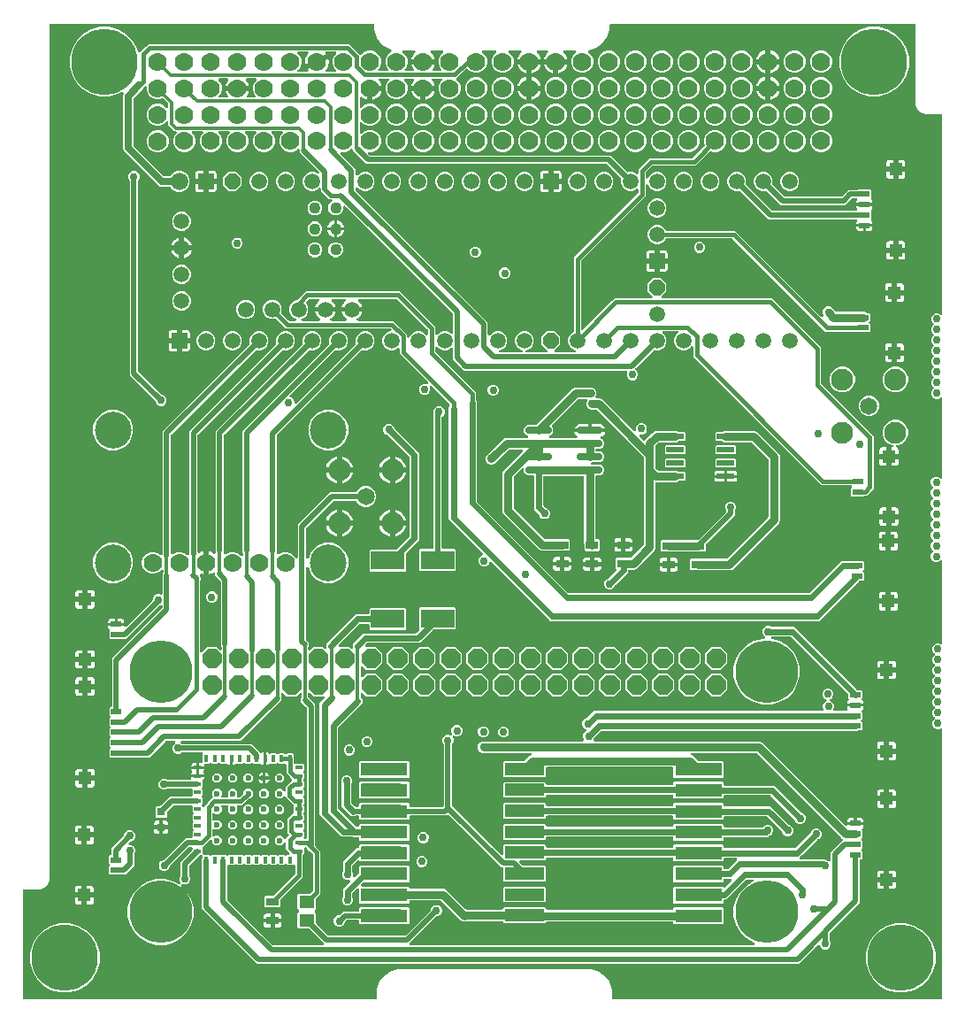
<source format=gbr>
G04 EAGLE Gerber RS-274X export*
G75*
%MOMM*%
%FSLAX34Y34*%
%LPD*%
%INBottom Copper*%
%IPPOS*%
%AMOC8*
5,1,8,0,0,1.08239X$1,22.5*%
G01*
%ADD10C,6.350000*%
%ADD11C,1.778000*%
%ADD12C,0.700000*%
%ADD13R,1.200000X0.800000*%
%ADD14R,0.700000X0.360000*%
%ADD15R,0.360000X0.700000*%
%ADD16C,0.600000*%
%ADD17R,0.800000X0.800000*%
%ADD18R,1.676400X0.508000*%
%ADD19R,1.508000X1.508000*%
%ADD20C,1.676400*%
%ADD21P,1.632244X8X112.500000*%
%ADD22C,1.508000*%
%ADD23C,1.108000*%
%ADD24R,1.000000X0.550000*%
%ADD25R,1.300000X1.260000*%
%ADD26P,2.029481X8X22.500000*%
%ADD27C,2.100000*%
%ADD28C,1.650000*%
%ADD29R,1.470000X1.200000*%
%ADD30R,4.500000X1.300000*%
%ADD31R,3.800000X1.200000*%
%ADD32R,3.200000X1.800000*%
%ADD33C,0.756400*%
%ADD34C,0.508000*%
%ADD35C,0.500000*%
%ADD36C,0.600000*%
%ADD37C,0.300000*%
%ADD38C,0.400000*%
%ADD39C,0.800000*%
%ADD40C,3.516000*%
%ADD41C,6.000000*%

G36*
X348733Y10811D02*
X348733Y10811D01*
X348852Y10818D01*
X348890Y10831D01*
X348931Y10836D01*
X349041Y10879D01*
X349154Y10916D01*
X349189Y10938D01*
X349226Y10953D01*
X349322Y11022D01*
X349423Y11086D01*
X349451Y11116D01*
X349484Y11139D01*
X349560Y11231D01*
X349641Y11318D01*
X349661Y11353D01*
X349686Y11384D01*
X349737Y11492D01*
X349795Y11596D01*
X349805Y11636D01*
X349822Y11672D01*
X349844Y11789D01*
X349874Y11904D01*
X349878Y11964D01*
X349882Y11984D01*
X349880Y12005D01*
X349884Y12065D01*
X349884Y20873D01*
X352110Y27722D01*
X356342Y33548D01*
X362168Y37780D01*
X369017Y40006D01*
X555543Y40006D01*
X562392Y37780D01*
X568218Y33548D01*
X572450Y27722D01*
X574676Y20873D01*
X574676Y12065D01*
X574691Y11947D01*
X574698Y11828D01*
X574711Y11790D01*
X574716Y11749D01*
X574759Y11639D01*
X574796Y11526D01*
X574818Y11491D01*
X574833Y11454D01*
X574902Y11358D01*
X574966Y11257D01*
X574996Y11229D01*
X575019Y11196D01*
X575111Y11120D01*
X575198Y11039D01*
X575233Y11019D01*
X575264Y10994D01*
X575372Y10943D01*
X575476Y10885D01*
X575516Y10875D01*
X575552Y10858D01*
X575669Y10836D01*
X575784Y10806D01*
X575844Y10802D01*
X575864Y10798D01*
X575885Y10800D01*
X575945Y10796D01*
X889635Y10796D01*
X889753Y10811D01*
X889872Y10818D01*
X889910Y10831D01*
X889951Y10836D01*
X890061Y10879D01*
X890174Y10916D01*
X890209Y10938D01*
X890246Y10953D01*
X890342Y11022D01*
X890443Y11086D01*
X890471Y11116D01*
X890504Y11139D01*
X890580Y11231D01*
X890661Y11318D01*
X890681Y11353D01*
X890706Y11384D01*
X890757Y11492D01*
X890815Y11596D01*
X890825Y11636D01*
X890842Y11672D01*
X890864Y11789D01*
X890894Y11904D01*
X890898Y11964D01*
X890902Y11984D01*
X890900Y12005D01*
X890904Y12065D01*
X890904Y269077D01*
X890898Y269127D01*
X890900Y269176D01*
X890878Y269284D01*
X890864Y269393D01*
X890846Y269439D01*
X890836Y269488D01*
X890788Y269587D01*
X890747Y269689D01*
X890718Y269729D01*
X890696Y269774D01*
X890625Y269857D01*
X890561Y269946D01*
X890522Y269978D01*
X890490Y270016D01*
X890400Y270079D01*
X890316Y270149D01*
X890271Y270170D01*
X890230Y270199D01*
X890127Y270238D01*
X890028Y270284D01*
X889979Y270294D01*
X889933Y270311D01*
X889823Y270324D01*
X889716Y270344D01*
X889666Y270341D01*
X889617Y270347D01*
X889508Y270331D01*
X889398Y270324D01*
X889351Y270309D01*
X889302Y270302D01*
X889149Y270250D01*
X887646Y269627D01*
X885534Y269627D01*
X883584Y270435D01*
X882091Y271928D01*
X881283Y273878D01*
X881283Y275990D01*
X882091Y277940D01*
X883268Y279116D01*
X883341Y279211D01*
X883419Y279300D01*
X883438Y279336D01*
X883463Y279368D01*
X883510Y279477D01*
X883564Y279583D01*
X883573Y279622D01*
X883589Y279660D01*
X883608Y279777D01*
X883634Y279893D01*
X883632Y279934D01*
X883639Y279974D01*
X883628Y280092D01*
X883624Y280211D01*
X883613Y280250D01*
X883609Y280290D01*
X883569Y280403D01*
X883536Y280517D01*
X883515Y280551D01*
X883501Y280590D01*
X883435Y280688D01*
X883374Y280791D01*
X883334Y280836D01*
X883323Y280853D01*
X883308Y280866D01*
X883268Y280911D01*
X882091Y282088D01*
X881283Y284038D01*
X881283Y286150D01*
X882091Y288100D01*
X883268Y289277D01*
X883341Y289371D01*
X883419Y289460D01*
X883438Y289496D01*
X883463Y289528D01*
X883510Y289637D01*
X883564Y289743D01*
X883573Y289782D01*
X883589Y289820D01*
X883608Y289937D01*
X883634Y290053D01*
X883632Y290094D01*
X883639Y290134D01*
X883628Y290252D01*
X883624Y290371D01*
X883613Y290410D01*
X883609Y290450D01*
X883569Y290562D01*
X883536Y290677D01*
X883515Y290712D01*
X883501Y290750D01*
X883434Y290848D01*
X883374Y290951D01*
X883334Y290996D01*
X883323Y291013D01*
X883308Y291026D01*
X883268Y291072D01*
X882091Y292248D01*
X881283Y294198D01*
X881283Y296310D01*
X882091Y298260D01*
X883268Y299436D01*
X883341Y299531D01*
X883419Y299620D01*
X883438Y299656D01*
X883463Y299688D01*
X883510Y299797D01*
X883564Y299903D01*
X883573Y299942D01*
X883589Y299980D01*
X883608Y300097D01*
X883634Y300213D01*
X883632Y300254D01*
X883639Y300294D01*
X883628Y300412D01*
X883624Y300531D01*
X883613Y300570D01*
X883609Y300610D01*
X883569Y300723D01*
X883536Y300837D01*
X883515Y300871D01*
X883501Y300910D01*
X883435Y301008D01*
X883374Y301111D01*
X883334Y301156D01*
X883323Y301173D01*
X883308Y301186D01*
X883268Y301231D01*
X882091Y302408D01*
X881283Y304358D01*
X881283Y306470D01*
X882091Y308420D01*
X883268Y309596D01*
X883341Y309691D01*
X883419Y309780D01*
X883438Y309816D01*
X883463Y309848D01*
X883510Y309957D01*
X883564Y310063D01*
X883573Y310102D01*
X883589Y310140D01*
X883608Y310257D01*
X883634Y310373D01*
X883632Y310414D01*
X883639Y310454D01*
X883628Y310572D01*
X883624Y310691D01*
X883613Y310730D01*
X883609Y310770D01*
X883569Y310883D01*
X883536Y310997D01*
X883515Y311031D01*
X883501Y311070D01*
X883435Y311168D01*
X883374Y311271D01*
X883334Y311316D01*
X883323Y311333D01*
X883308Y311346D01*
X883268Y311391D01*
X882091Y312568D01*
X881283Y314518D01*
X881283Y316630D01*
X882091Y318580D01*
X883268Y319756D01*
X883341Y319851D01*
X883419Y319940D01*
X883438Y319976D01*
X883463Y320008D01*
X883510Y320117D01*
X883564Y320223D01*
X883573Y320262D01*
X883589Y320300D01*
X883608Y320417D01*
X883634Y320533D01*
X883632Y320574D01*
X883639Y320614D01*
X883628Y320732D01*
X883624Y320851D01*
X883613Y320890D01*
X883609Y320930D01*
X883569Y321043D01*
X883536Y321157D01*
X883515Y321191D01*
X883501Y321230D01*
X883435Y321328D01*
X883374Y321431D01*
X883334Y321476D01*
X883323Y321493D01*
X883308Y321506D01*
X883268Y321551D01*
X882091Y322728D01*
X881283Y324678D01*
X881283Y326790D01*
X882091Y328740D01*
X883268Y329916D01*
X883341Y330011D01*
X883419Y330100D01*
X883438Y330136D01*
X883463Y330168D01*
X883510Y330277D01*
X883564Y330383D01*
X883573Y330422D01*
X883589Y330460D01*
X883608Y330577D01*
X883634Y330693D01*
X883632Y330734D01*
X883639Y330774D01*
X883628Y330892D01*
X883624Y331011D01*
X883613Y331050D01*
X883609Y331090D01*
X883569Y331203D01*
X883536Y331317D01*
X883515Y331351D01*
X883501Y331390D01*
X883435Y331488D01*
X883374Y331591D01*
X883334Y331636D01*
X883323Y331653D01*
X883308Y331666D01*
X883268Y331711D01*
X882091Y332888D01*
X881283Y334838D01*
X881283Y336950D01*
X882091Y338900D01*
X883268Y340076D01*
X883341Y340171D01*
X883419Y340260D01*
X883438Y340296D01*
X883463Y340328D01*
X883510Y340437D01*
X883564Y340543D01*
X883573Y340582D01*
X883589Y340620D01*
X883608Y340737D01*
X883634Y340853D01*
X883632Y340894D01*
X883639Y340934D01*
X883628Y341052D01*
X883624Y341171D01*
X883613Y341210D01*
X883609Y341250D01*
X883569Y341363D01*
X883536Y341477D01*
X883515Y341511D01*
X883501Y341550D01*
X883435Y341648D01*
X883374Y341751D01*
X883334Y341796D01*
X883323Y341813D01*
X883308Y341826D01*
X883268Y341871D01*
X882091Y343048D01*
X881283Y344998D01*
X881283Y347110D01*
X882091Y349060D01*
X883584Y350553D01*
X885534Y351361D01*
X887646Y351361D01*
X889149Y350738D01*
X889197Y350725D01*
X889242Y350704D01*
X889350Y350683D01*
X889456Y350654D01*
X889506Y350653D01*
X889555Y350644D01*
X889664Y350651D01*
X889774Y350649D01*
X889822Y350660D01*
X889872Y350664D01*
X889976Y350697D01*
X890083Y350723D01*
X890127Y350746D01*
X890174Y350762D01*
X890267Y350820D01*
X890364Y350872D01*
X890401Y350905D01*
X890443Y350932D01*
X890518Y351012D01*
X890600Y351086D01*
X890627Y351127D01*
X890661Y351163D01*
X890714Y351260D01*
X890774Y351351D01*
X890791Y351398D01*
X890815Y351442D01*
X890842Y351548D01*
X890878Y351652D01*
X890882Y351702D01*
X890894Y351750D01*
X890904Y351911D01*
X890904Y429779D01*
X890887Y429917D01*
X890874Y430056D01*
X890867Y430075D01*
X890864Y430095D01*
X890813Y430224D01*
X890766Y430355D01*
X890755Y430372D01*
X890747Y430390D01*
X890666Y430503D01*
X890588Y430618D01*
X890572Y430631D01*
X890561Y430648D01*
X890453Y430737D01*
X890349Y430828D01*
X890331Y430838D01*
X890316Y430851D01*
X890190Y430910D01*
X890066Y430973D01*
X890046Y430977D01*
X890028Y430986D01*
X889891Y431012D01*
X889756Y431043D01*
X889735Y431042D01*
X889716Y431046D01*
X889577Y431037D01*
X889438Y431033D01*
X889418Y431027D01*
X889398Y431026D01*
X889266Y430983D01*
X889132Y430945D01*
X889115Y430934D01*
X889096Y430928D01*
X888978Y430854D01*
X888858Y430783D01*
X888837Y430764D01*
X888827Y430758D01*
X888813Y430743D01*
X888738Y430677D01*
X888196Y430135D01*
X886246Y429327D01*
X884134Y429327D01*
X882184Y430135D01*
X880691Y431628D01*
X879883Y433578D01*
X879883Y435690D01*
X880691Y437640D01*
X881868Y438816D01*
X881941Y438911D01*
X882019Y439000D01*
X882038Y439036D01*
X882063Y439068D01*
X882110Y439177D01*
X882164Y439283D01*
X882173Y439322D01*
X882189Y439360D01*
X882208Y439477D01*
X882234Y439593D01*
X882232Y439634D01*
X882239Y439674D01*
X882228Y439792D01*
X882224Y439911D01*
X882213Y439950D01*
X882209Y439990D01*
X882169Y440103D01*
X882136Y440217D01*
X882115Y440251D01*
X882101Y440290D01*
X882035Y440388D01*
X881974Y440491D01*
X881934Y440536D01*
X881923Y440553D01*
X881908Y440566D01*
X881868Y440611D01*
X880691Y441788D01*
X879883Y443738D01*
X879883Y445850D01*
X880691Y447800D01*
X881868Y448977D01*
X881941Y449071D01*
X882019Y449160D01*
X882038Y449196D01*
X882063Y449228D01*
X882110Y449337D01*
X882164Y449443D01*
X882173Y449482D01*
X882189Y449520D01*
X882208Y449637D01*
X882234Y449753D01*
X882232Y449794D01*
X882239Y449834D01*
X882228Y449952D01*
X882224Y450071D01*
X882213Y450110D01*
X882209Y450150D01*
X882169Y450262D01*
X882136Y450377D01*
X882115Y450412D01*
X882101Y450450D01*
X882034Y450548D01*
X881974Y450651D01*
X881934Y450696D01*
X881923Y450713D01*
X881908Y450726D01*
X881868Y450772D01*
X880691Y451948D01*
X879883Y453898D01*
X879883Y456010D01*
X880691Y457960D01*
X881868Y459136D01*
X881941Y459231D01*
X882019Y459320D01*
X882038Y459356D01*
X882063Y459388D01*
X882110Y459497D01*
X882164Y459603D01*
X882173Y459642D01*
X882189Y459680D01*
X882208Y459797D01*
X882234Y459913D01*
X882232Y459954D01*
X882239Y459994D01*
X882228Y460112D01*
X882224Y460231D01*
X882213Y460270D01*
X882209Y460310D01*
X882169Y460423D01*
X882136Y460537D01*
X882115Y460571D01*
X882101Y460610D01*
X882035Y460708D01*
X881974Y460811D01*
X881934Y460856D01*
X881923Y460873D01*
X881908Y460886D01*
X881868Y460931D01*
X880691Y462108D01*
X879883Y464058D01*
X879883Y466170D01*
X880691Y468120D01*
X881868Y469296D01*
X881941Y469391D01*
X882019Y469480D01*
X882038Y469516D01*
X882063Y469548D01*
X882110Y469657D01*
X882164Y469763D01*
X882173Y469802D01*
X882189Y469840D01*
X882208Y469957D01*
X882234Y470073D01*
X882232Y470114D01*
X882239Y470154D01*
X882228Y470272D01*
X882224Y470391D01*
X882213Y470430D01*
X882209Y470470D01*
X882169Y470583D01*
X882136Y470697D01*
X882115Y470731D01*
X882101Y470770D01*
X882035Y470868D01*
X881974Y470971D01*
X881934Y471016D01*
X881923Y471033D01*
X881908Y471046D01*
X881868Y471091D01*
X880691Y472268D01*
X879883Y474218D01*
X879883Y476330D01*
X880691Y478280D01*
X881868Y479456D01*
X881941Y479551D01*
X882019Y479640D01*
X882038Y479676D01*
X882063Y479708D01*
X882110Y479817D01*
X882164Y479923D01*
X882173Y479962D01*
X882189Y480000D01*
X882208Y480117D01*
X882234Y480233D01*
X882232Y480274D01*
X882239Y480314D01*
X882228Y480432D01*
X882224Y480551D01*
X882213Y480590D01*
X882209Y480630D01*
X882169Y480743D01*
X882136Y480857D01*
X882115Y480891D01*
X882101Y480930D01*
X882035Y481028D01*
X881974Y481131D01*
X881934Y481176D01*
X881923Y481193D01*
X881908Y481206D01*
X881868Y481251D01*
X880691Y482428D01*
X879883Y484378D01*
X879883Y486490D01*
X880691Y488440D01*
X881868Y489616D01*
X881941Y489711D01*
X882019Y489800D01*
X882038Y489836D01*
X882063Y489868D01*
X882110Y489977D01*
X882164Y490083D01*
X882173Y490122D01*
X882189Y490160D01*
X882208Y490277D01*
X882234Y490393D01*
X882232Y490434D01*
X882239Y490474D01*
X882228Y490592D01*
X882224Y490711D01*
X882213Y490750D01*
X882209Y490790D01*
X882169Y490903D01*
X882136Y491017D01*
X882115Y491051D01*
X882101Y491090D01*
X882035Y491188D01*
X881974Y491291D01*
X881934Y491336D01*
X881923Y491353D01*
X881908Y491366D01*
X881868Y491411D01*
X880691Y492588D01*
X879883Y494538D01*
X879883Y496650D01*
X880691Y498600D01*
X881868Y499776D01*
X881941Y499871D01*
X882019Y499960D01*
X882038Y499996D01*
X882063Y500028D01*
X882110Y500137D01*
X882164Y500243D01*
X882173Y500282D01*
X882189Y500320D01*
X882208Y500437D01*
X882234Y500553D01*
X882232Y500594D01*
X882239Y500634D01*
X882228Y500752D01*
X882224Y500871D01*
X882213Y500910D01*
X882209Y500950D01*
X882169Y501063D01*
X882136Y501177D01*
X882115Y501211D01*
X882101Y501250D01*
X882035Y501348D01*
X881974Y501451D01*
X881934Y501496D01*
X881923Y501513D01*
X881908Y501526D01*
X881868Y501571D01*
X880691Y502748D01*
X879883Y504698D01*
X879883Y506810D01*
X880691Y508760D01*
X882184Y510253D01*
X884134Y511061D01*
X886246Y511061D01*
X888196Y510253D01*
X888738Y509711D01*
X888847Y509626D01*
X888954Y509537D01*
X888973Y509529D01*
X888989Y509516D01*
X889117Y509461D01*
X889242Y509402D01*
X889262Y509398D01*
X889281Y509390D01*
X889419Y509368D01*
X889555Y509342D01*
X889575Y509343D01*
X889595Y509340D01*
X889734Y509353D01*
X889872Y509362D01*
X889891Y509368D01*
X889911Y509370D01*
X890042Y509417D01*
X890174Y509460D01*
X890192Y509471D01*
X890211Y509478D01*
X890325Y509556D01*
X890443Y509630D01*
X890457Y509645D01*
X890474Y509656D01*
X890566Y509760D01*
X890661Y509862D01*
X890671Y509879D01*
X890684Y509895D01*
X890747Y510018D01*
X890815Y510140D01*
X890820Y510160D01*
X890829Y510178D01*
X890859Y510314D01*
X890894Y510448D01*
X890896Y510476D01*
X890899Y510488D01*
X890898Y510509D01*
X890904Y510609D01*
X890904Y585679D01*
X890887Y585817D01*
X890874Y585956D01*
X890867Y585975D01*
X890864Y585995D01*
X890813Y586124D01*
X890766Y586255D01*
X890755Y586272D01*
X890747Y586290D01*
X890666Y586403D01*
X890588Y586518D01*
X890572Y586531D01*
X890561Y586548D01*
X890454Y586636D01*
X890349Y586728D01*
X890331Y586738D01*
X890316Y586751D01*
X890190Y586810D01*
X890066Y586873D01*
X890046Y586878D01*
X890028Y586886D01*
X889892Y586912D01*
X889756Y586943D01*
X889735Y586942D01*
X889716Y586946D01*
X889577Y586937D01*
X889438Y586933D01*
X889418Y586927D01*
X889398Y586926D01*
X889266Y586883D01*
X889132Y586845D01*
X889115Y586834D01*
X889096Y586828D01*
X888978Y586754D01*
X888858Y586683D01*
X888837Y586664D01*
X888827Y586658D01*
X888813Y586643D01*
X888737Y586577D01*
X888496Y586335D01*
X886546Y585527D01*
X884434Y585527D01*
X882484Y586335D01*
X880991Y587828D01*
X880183Y589778D01*
X880183Y591890D01*
X880991Y593840D01*
X882168Y595017D01*
X882241Y595111D01*
X882319Y595200D01*
X882338Y595236D01*
X882363Y595268D01*
X882410Y595377D01*
X882464Y595483D01*
X882473Y595522D01*
X882489Y595560D01*
X882508Y595677D01*
X882534Y595793D01*
X882532Y595834D01*
X882539Y595874D01*
X882528Y595992D01*
X882524Y596111D01*
X882513Y596150D01*
X882509Y596190D01*
X882469Y596302D01*
X882436Y596417D01*
X882416Y596450D01*
X882413Y596459D01*
X882411Y596462D01*
X882401Y596490D01*
X882334Y596588D01*
X882274Y596691D01*
X882248Y596721D01*
X882243Y596728D01*
X882234Y596737D01*
X882223Y596753D01*
X882208Y596766D01*
X882168Y596812D01*
X880991Y597988D01*
X880183Y599938D01*
X880183Y602050D01*
X880991Y604000D01*
X882168Y605176D01*
X882241Y605271D01*
X882319Y605360D01*
X882329Y605378D01*
X882342Y605393D01*
X882350Y605412D01*
X882363Y605428D01*
X882410Y605537D01*
X882464Y605643D01*
X882468Y605663D01*
X882477Y605681D01*
X882481Y605701D01*
X882489Y605720D01*
X882508Y605837D01*
X882534Y605953D01*
X882533Y605974D01*
X882537Y605993D01*
X882536Y606014D01*
X882539Y606034D01*
X882528Y606152D01*
X882524Y606271D01*
X882518Y606291D01*
X882517Y606311D01*
X882511Y606330D01*
X882509Y606350D01*
X882469Y606463D01*
X882436Y606577D01*
X882425Y606594D01*
X882419Y606613D01*
X882408Y606631D01*
X882401Y606650D01*
X882335Y606748D01*
X882274Y606851D01*
X882255Y606872D01*
X882249Y606882D01*
X882234Y606896D01*
X882223Y606913D01*
X882208Y606926D01*
X882168Y606971D01*
X880991Y608148D01*
X880183Y610098D01*
X880183Y612210D01*
X880991Y614160D01*
X882168Y615336D01*
X882241Y615431D01*
X882319Y615520D01*
X882330Y615541D01*
X882336Y615547D01*
X882342Y615561D01*
X882363Y615588D01*
X882410Y615697D01*
X882464Y615803D01*
X882473Y615842D01*
X882489Y615880D01*
X882508Y615997D01*
X882534Y616113D01*
X882532Y616154D01*
X882539Y616194D01*
X882528Y616312D01*
X882524Y616431D01*
X882513Y616470D01*
X882509Y616510D01*
X882469Y616623D01*
X882436Y616737D01*
X882415Y616771D01*
X882401Y616810D01*
X882335Y616908D01*
X882274Y617011D01*
X882234Y617056D01*
X882223Y617073D01*
X882208Y617086D01*
X882168Y617131D01*
X880991Y618308D01*
X880183Y620258D01*
X880183Y622370D01*
X880991Y624320D01*
X882168Y625496D01*
X882241Y625591D01*
X882319Y625680D01*
X882338Y625716D01*
X882363Y625748D01*
X882410Y625857D01*
X882464Y625963D01*
X882473Y626002D01*
X882489Y626040D01*
X882508Y626157D01*
X882534Y626273D01*
X882532Y626314D01*
X882539Y626354D01*
X882528Y626472D01*
X882524Y626591D01*
X882513Y626630D01*
X882509Y626670D01*
X882469Y626783D01*
X882436Y626897D01*
X882415Y626931D01*
X882401Y626970D01*
X882335Y627068D01*
X882274Y627171D01*
X882234Y627216D01*
X882223Y627233D01*
X882208Y627246D01*
X882168Y627291D01*
X880991Y628468D01*
X880183Y630418D01*
X880183Y632530D01*
X880991Y634480D01*
X882168Y635656D01*
X882241Y635751D01*
X882319Y635840D01*
X882338Y635876D01*
X882363Y635908D01*
X882410Y636017D01*
X882464Y636123D01*
X882473Y636162D01*
X882489Y636200D01*
X882508Y636317D01*
X882534Y636433D01*
X882532Y636474D01*
X882539Y636514D01*
X882528Y636632D01*
X882524Y636751D01*
X882513Y636790D01*
X882509Y636830D01*
X882469Y636943D01*
X882436Y637057D01*
X882415Y637091D01*
X882401Y637130D01*
X882335Y637228D01*
X882274Y637331D01*
X882234Y637376D01*
X882223Y637393D01*
X882208Y637406D01*
X882168Y637451D01*
X880991Y638628D01*
X880183Y640578D01*
X880183Y642690D01*
X880991Y644640D01*
X882168Y645816D01*
X882241Y645911D01*
X882319Y646000D01*
X882338Y646036D01*
X882363Y646068D01*
X882410Y646177D01*
X882464Y646283D01*
X882473Y646322D01*
X882489Y646360D01*
X882508Y646477D01*
X882534Y646593D01*
X882532Y646634D01*
X882539Y646674D01*
X882528Y646792D01*
X882524Y646911D01*
X882513Y646950D01*
X882509Y646990D01*
X882469Y647103D01*
X882436Y647217D01*
X882415Y647251D01*
X882401Y647290D01*
X882335Y647388D01*
X882274Y647491D01*
X882234Y647536D01*
X882223Y647553D01*
X882208Y647566D01*
X882168Y647611D01*
X880991Y648788D01*
X880183Y650738D01*
X880183Y652850D01*
X880991Y654800D01*
X882168Y655976D01*
X882241Y656071D01*
X882319Y656160D01*
X882338Y656196D01*
X882363Y656228D01*
X882410Y656337D01*
X882464Y656443D01*
X882473Y656482D01*
X882489Y656520D01*
X882508Y656637D01*
X882534Y656753D01*
X882532Y656794D01*
X882539Y656834D01*
X882528Y656952D01*
X882524Y657071D01*
X882513Y657110D01*
X882509Y657150D01*
X882469Y657263D01*
X882436Y657377D01*
X882415Y657411D01*
X882401Y657450D01*
X882335Y657548D01*
X882274Y657651D01*
X882234Y657696D01*
X882223Y657713D01*
X882208Y657726D01*
X882168Y657771D01*
X880991Y658948D01*
X880183Y660898D01*
X880183Y663010D01*
X880991Y664960D01*
X882484Y666453D01*
X884434Y667261D01*
X886546Y667261D01*
X888496Y666453D01*
X888737Y666211D01*
X888847Y666126D01*
X888954Y666037D01*
X888973Y666029D01*
X888989Y666016D01*
X889116Y665961D01*
X889242Y665902D01*
X889262Y665898D01*
X889281Y665890D01*
X889418Y665868D01*
X889555Y665842D01*
X889575Y665843D01*
X889595Y665840D01*
X889734Y665853D01*
X889872Y665862D01*
X889891Y665868D01*
X889911Y665870D01*
X890043Y665917D01*
X890174Y665960D01*
X890191Y665971D01*
X890211Y665978D01*
X890326Y666056D01*
X890443Y666130D01*
X890457Y666145D01*
X890474Y666156D01*
X890566Y666260D01*
X890661Y666362D01*
X890671Y666379D01*
X890684Y666395D01*
X890748Y666519D01*
X890815Y666640D01*
X890820Y666660D01*
X890829Y666678D01*
X890859Y666814D01*
X890894Y666948D01*
X890896Y666976D01*
X890899Y666988D01*
X890898Y667009D01*
X890904Y667109D01*
X890904Y856615D01*
X890889Y856733D01*
X890882Y856852D01*
X890869Y856890D01*
X890864Y856931D01*
X890821Y857041D01*
X890784Y857154D01*
X890762Y857189D01*
X890747Y857226D01*
X890678Y857322D01*
X890614Y857423D01*
X890584Y857451D01*
X890561Y857484D01*
X890469Y857560D01*
X890382Y857641D01*
X890347Y857661D01*
X890316Y857686D01*
X890208Y857737D01*
X890104Y857795D01*
X890064Y857805D01*
X890028Y857822D01*
X889911Y857844D01*
X889796Y857874D01*
X889736Y857878D01*
X889716Y857882D01*
X889695Y857880D01*
X889635Y857884D01*
X874153Y857884D01*
X870185Y859528D01*
X867148Y862565D01*
X865504Y866533D01*
X865504Y942975D01*
X865489Y943093D01*
X865482Y943212D01*
X865469Y943250D01*
X865464Y943291D01*
X865421Y943401D01*
X865384Y943514D01*
X865362Y943549D01*
X865347Y943586D01*
X865278Y943682D01*
X865214Y943783D01*
X865184Y943811D01*
X865161Y943844D01*
X865069Y943920D01*
X864982Y944001D01*
X864947Y944021D01*
X864916Y944046D01*
X864808Y944097D01*
X864704Y944155D01*
X864664Y944165D01*
X864628Y944182D01*
X864511Y944204D01*
X864396Y944234D01*
X864336Y944238D01*
X864316Y944242D01*
X864295Y944240D01*
X864235Y944244D01*
X574040Y944244D01*
X574018Y944242D01*
X573941Y944240D01*
X573841Y944233D01*
X573773Y944219D01*
X573704Y944214D01*
X573548Y944174D01*
X573359Y944113D01*
X573252Y944062D01*
X573142Y944019D01*
X573090Y943986D01*
X573072Y943977D01*
X573056Y943965D01*
X573006Y943933D01*
X572845Y943816D01*
X572759Y943735D01*
X572667Y943659D01*
X572628Y943612D01*
X572613Y943598D01*
X572602Y943581D01*
X572564Y943535D01*
X572447Y943374D01*
X572390Y943270D01*
X572326Y943170D01*
X572304Y943114D01*
X572294Y943096D01*
X572289Y943076D01*
X572267Y943021D01*
X572206Y942832D01*
X572193Y942764D01*
X572170Y942698D01*
X572147Y942539D01*
X572140Y942440D01*
X572141Y942418D01*
X572136Y942340D01*
X572136Y938619D01*
X569836Y931540D01*
X565461Y925519D01*
X559440Y921144D01*
X552575Y918914D01*
X552485Y918871D01*
X552391Y918838D01*
X552342Y918804D01*
X552287Y918778D01*
X552211Y918715D01*
X552128Y918659D01*
X552088Y918614D01*
X552042Y918576D01*
X551984Y918495D01*
X551918Y918421D01*
X551890Y918367D01*
X551855Y918318D01*
X551818Y918226D01*
X551773Y918137D01*
X551760Y918079D01*
X551738Y918023D01*
X551725Y917924D01*
X551704Y917827D01*
X551705Y917767D01*
X551698Y917707D01*
X551710Y917609D01*
X551713Y917509D01*
X551730Y917451D01*
X551738Y917392D01*
X551774Y917299D01*
X551802Y917204D01*
X551832Y917152D01*
X551854Y917096D01*
X551913Y917015D01*
X551963Y916930D01*
X552029Y916855D01*
X552041Y916838D01*
X552051Y916831D01*
X552070Y916809D01*
X554929Y913949D01*
X556515Y910122D01*
X556515Y905978D01*
X554929Y902151D01*
X551999Y899221D01*
X548172Y897635D01*
X544028Y897635D01*
X540201Y899221D01*
X537271Y902151D01*
X535685Y905978D01*
X535685Y910122D01*
X537271Y913949D01*
X539999Y916678D01*
X540084Y916787D01*
X540173Y916894D01*
X540181Y916913D01*
X540194Y916929D01*
X540249Y917057D01*
X540308Y917182D01*
X540312Y917202D01*
X540320Y917221D01*
X540342Y917359D01*
X540368Y917495D01*
X540367Y917515D01*
X540370Y917535D01*
X540357Y917673D01*
X540348Y917812D01*
X540342Y917831D01*
X540340Y917851D01*
X540293Y917983D01*
X540250Y918114D01*
X540239Y918132D01*
X540233Y918151D01*
X540155Y918266D01*
X540080Y918383D01*
X540065Y918397D01*
X540054Y918414D01*
X539950Y918506D01*
X539849Y918601D01*
X539831Y918611D01*
X539816Y918624D01*
X539691Y918688D01*
X539570Y918755D01*
X539550Y918760D01*
X539532Y918769D01*
X539397Y918799D01*
X539262Y918834D01*
X539234Y918836D01*
X539222Y918839D01*
X539202Y918838D01*
X539101Y918844D01*
X529135Y918844D01*
X528997Y918827D01*
X528859Y918814D01*
X528840Y918807D01*
X528820Y918804D01*
X528691Y918753D01*
X528560Y918706D01*
X528543Y918695D01*
X528524Y918687D01*
X528412Y918606D01*
X528297Y918528D01*
X528283Y918512D01*
X528267Y918501D01*
X528178Y918393D01*
X528086Y918289D01*
X528077Y918271D01*
X528064Y918256D01*
X528005Y918130D01*
X527942Y918006D01*
X527937Y917986D01*
X527929Y917968D01*
X527902Y917831D01*
X527872Y917696D01*
X527873Y917675D01*
X527869Y917656D01*
X527877Y917517D01*
X527882Y917378D01*
X527887Y917358D01*
X527889Y917338D01*
X527931Y917206D01*
X527970Y917072D01*
X527980Y917055D01*
X527987Y917036D01*
X528061Y916918D01*
X528132Y916798D01*
X528150Y916777D01*
X528157Y916767D01*
X528172Y916753D01*
X528238Y916678D01*
X529419Y915497D01*
X530477Y914041D01*
X531293Y912438D01*
X531849Y910727D01*
X531871Y910589D01*
X521970Y910589D01*
X521852Y910574D01*
X521733Y910567D01*
X521695Y910554D01*
X521655Y910549D01*
X521544Y910506D01*
X521431Y910469D01*
X521397Y910447D01*
X521359Y910432D01*
X521263Y910362D01*
X521162Y910299D01*
X521134Y910269D01*
X521102Y910245D01*
X521026Y910154D01*
X520944Y910067D01*
X520925Y910032D01*
X520899Y910001D01*
X520848Y909893D01*
X520791Y909789D01*
X520780Y909749D01*
X520763Y909713D01*
X520741Y909596D01*
X520711Y909481D01*
X520707Y909420D01*
X520703Y909400D01*
X520705Y909380D01*
X520701Y909320D01*
X520701Y908049D01*
X520699Y908049D01*
X520699Y909320D01*
X520684Y909438D01*
X520677Y909557D01*
X520664Y909595D01*
X520659Y909635D01*
X520615Y909746D01*
X520579Y909859D01*
X520557Y909894D01*
X520542Y909931D01*
X520472Y910027D01*
X520409Y910128D01*
X520379Y910156D01*
X520355Y910189D01*
X520264Y910264D01*
X520177Y910346D01*
X520142Y910366D01*
X520110Y910391D01*
X520003Y910442D01*
X519898Y910500D01*
X519859Y910510D01*
X519823Y910527D01*
X519706Y910549D01*
X519591Y910579D01*
X519530Y910583D01*
X519510Y910587D01*
X519490Y910585D01*
X519430Y910589D01*
X509529Y910589D01*
X509551Y910727D01*
X510107Y912438D01*
X510923Y914041D01*
X511981Y915497D01*
X513162Y916678D01*
X513247Y916787D01*
X513336Y916894D01*
X513345Y916913D01*
X513357Y916929D01*
X513412Y917056D01*
X513471Y917182D01*
X513475Y917202D01*
X513483Y917221D01*
X513505Y917359D01*
X513531Y917495D01*
X513530Y917515D01*
X513533Y917535D01*
X513520Y917673D01*
X513511Y917812D01*
X513505Y917831D01*
X513503Y917851D01*
X513456Y917983D01*
X513413Y918114D01*
X513403Y918132D01*
X513396Y918151D01*
X513318Y918266D01*
X513243Y918383D01*
X513229Y918397D01*
X513217Y918414D01*
X513113Y918506D01*
X513012Y918601D01*
X512994Y918611D01*
X512979Y918624D01*
X512855Y918687D01*
X512733Y918755D01*
X512714Y918760D01*
X512696Y918769D01*
X512560Y918799D01*
X512425Y918834D01*
X512397Y918836D01*
X512385Y918839D01*
X512365Y918838D01*
X512265Y918844D01*
X503735Y918844D01*
X503597Y918827D01*
X503459Y918814D01*
X503440Y918807D01*
X503420Y918804D01*
X503291Y918753D01*
X503160Y918706D01*
X503143Y918695D01*
X503124Y918687D01*
X503012Y918606D01*
X502897Y918528D01*
X502883Y918512D01*
X502867Y918501D01*
X502778Y918393D01*
X502686Y918289D01*
X502677Y918271D01*
X502664Y918256D01*
X502605Y918130D01*
X502542Y918006D01*
X502537Y917986D01*
X502529Y917968D01*
X502502Y917831D01*
X502472Y917696D01*
X502473Y917675D01*
X502469Y917656D01*
X502477Y917517D01*
X502482Y917378D01*
X502487Y917358D01*
X502489Y917338D01*
X502531Y917206D01*
X502570Y917072D01*
X502580Y917055D01*
X502587Y917036D01*
X502661Y916918D01*
X502732Y916798D01*
X502750Y916777D01*
X502757Y916767D01*
X502772Y916753D01*
X502838Y916678D01*
X504019Y915497D01*
X505077Y914041D01*
X505893Y912438D01*
X506449Y910727D01*
X506471Y910589D01*
X496570Y910589D01*
X496452Y910574D01*
X496333Y910567D01*
X496295Y910554D01*
X496255Y910549D01*
X496144Y910506D01*
X496031Y910469D01*
X495997Y910447D01*
X495959Y910432D01*
X495863Y910362D01*
X495762Y910299D01*
X495734Y910269D01*
X495702Y910245D01*
X495626Y910154D01*
X495544Y910067D01*
X495525Y910032D01*
X495499Y910001D01*
X495448Y909893D01*
X495391Y909789D01*
X495380Y909749D01*
X495363Y909713D01*
X495341Y909596D01*
X495311Y909481D01*
X495307Y909420D01*
X495303Y909400D01*
X495305Y909380D01*
X495301Y909320D01*
X495301Y908049D01*
X495299Y908049D01*
X495299Y909320D01*
X495284Y909438D01*
X495277Y909557D01*
X495264Y909595D01*
X495259Y909635D01*
X495215Y909746D01*
X495179Y909859D01*
X495157Y909894D01*
X495142Y909931D01*
X495072Y910027D01*
X495009Y910128D01*
X494979Y910156D01*
X494955Y910189D01*
X494864Y910264D01*
X494777Y910346D01*
X494742Y910366D01*
X494710Y910391D01*
X494603Y910442D01*
X494498Y910500D01*
X494459Y910510D01*
X494423Y910527D01*
X494306Y910549D01*
X494191Y910579D01*
X494130Y910583D01*
X494110Y910587D01*
X494090Y910585D01*
X494030Y910589D01*
X484129Y910589D01*
X484151Y910727D01*
X484707Y912438D01*
X485523Y914041D01*
X486581Y915497D01*
X487762Y916678D01*
X487847Y916787D01*
X487936Y916894D01*
X487945Y916913D01*
X487957Y916929D01*
X488012Y917056D01*
X488071Y917182D01*
X488075Y917202D01*
X488083Y917221D01*
X488105Y917359D01*
X488131Y917495D01*
X488130Y917515D01*
X488133Y917535D01*
X488120Y917673D01*
X488111Y917812D01*
X488105Y917831D01*
X488103Y917851D01*
X488056Y917983D01*
X488013Y918114D01*
X488003Y918132D01*
X487996Y918151D01*
X487918Y918266D01*
X487843Y918383D01*
X487829Y918397D01*
X487817Y918414D01*
X487713Y918506D01*
X487612Y918601D01*
X487594Y918611D01*
X487579Y918624D01*
X487455Y918687D01*
X487333Y918755D01*
X487314Y918760D01*
X487296Y918769D01*
X487160Y918799D01*
X487025Y918834D01*
X486997Y918836D01*
X486985Y918839D01*
X486965Y918838D01*
X486865Y918844D01*
X476899Y918844D01*
X476761Y918827D01*
X476622Y918814D01*
X476603Y918807D01*
X476583Y918804D01*
X476454Y918753D01*
X476323Y918706D01*
X476306Y918695D01*
X476287Y918687D01*
X476175Y918606D01*
X476060Y918528D01*
X476046Y918512D01*
X476030Y918501D01*
X475941Y918393D01*
X475849Y918289D01*
X475840Y918271D01*
X475827Y918256D01*
X475768Y918130D01*
X475705Y918006D01*
X475700Y917986D01*
X475692Y917968D01*
X475666Y917832D01*
X475635Y917696D01*
X475636Y917675D01*
X475632Y917656D01*
X475641Y917517D01*
X475645Y917378D01*
X475650Y917358D01*
X475652Y917338D01*
X475694Y917206D01*
X475733Y917072D01*
X475743Y917055D01*
X475750Y917036D01*
X475824Y916918D01*
X475895Y916798D01*
X475913Y916777D01*
X475920Y916767D01*
X475935Y916753D01*
X476001Y916678D01*
X478729Y913949D01*
X480315Y910122D01*
X480315Y905978D01*
X478729Y902151D01*
X475799Y899221D01*
X471972Y897635D01*
X467828Y897635D01*
X464001Y899221D01*
X461071Y902151D01*
X459485Y905978D01*
X459485Y910122D01*
X461071Y913949D01*
X463799Y916678D01*
X463884Y916787D01*
X463973Y916894D01*
X463981Y916913D01*
X463994Y916929D01*
X464049Y917057D01*
X464108Y917182D01*
X464112Y917202D01*
X464120Y917221D01*
X464142Y917359D01*
X464168Y917495D01*
X464167Y917515D01*
X464170Y917535D01*
X464157Y917673D01*
X464148Y917812D01*
X464142Y917831D01*
X464140Y917851D01*
X464093Y917983D01*
X464050Y918114D01*
X464039Y918132D01*
X464033Y918151D01*
X463955Y918266D01*
X463880Y918383D01*
X463865Y918397D01*
X463854Y918414D01*
X463750Y918506D01*
X463649Y918601D01*
X463631Y918611D01*
X463616Y918624D01*
X463491Y918688D01*
X463370Y918755D01*
X463350Y918760D01*
X463332Y918769D01*
X463197Y918799D01*
X463062Y918834D01*
X463034Y918836D01*
X463022Y918839D01*
X463002Y918838D01*
X462901Y918844D01*
X451499Y918844D01*
X451361Y918827D01*
X451222Y918814D01*
X451203Y918807D01*
X451183Y918804D01*
X451054Y918753D01*
X450923Y918706D01*
X450906Y918695D01*
X450887Y918687D01*
X450775Y918606D01*
X450660Y918528D01*
X450646Y918512D01*
X450630Y918501D01*
X450541Y918393D01*
X450449Y918289D01*
X450440Y918271D01*
X450427Y918256D01*
X450368Y918130D01*
X450305Y918006D01*
X450300Y917986D01*
X450292Y917968D01*
X450266Y917832D01*
X450235Y917696D01*
X450236Y917675D01*
X450232Y917656D01*
X450241Y917517D01*
X450245Y917378D01*
X450250Y917358D01*
X450252Y917338D01*
X450294Y917206D01*
X450333Y917072D01*
X450343Y917055D01*
X450350Y917036D01*
X450424Y916918D01*
X450495Y916798D01*
X450513Y916777D01*
X450520Y916767D01*
X450535Y916753D01*
X450601Y916678D01*
X453329Y913949D01*
X454915Y910122D01*
X454915Y905978D01*
X453329Y902151D01*
X450399Y899221D01*
X446572Y897635D01*
X442428Y897635D01*
X438601Y899221D01*
X436604Y901218D01*
X436509Y901291D01*
X436420Y901370D01*
X436384Y901388D01*
X436352Y901413D01*
X436243Y901460D01*
X436137Y901514D01*
X436098Y901523D01*
X436060Y901539D01*
X435943Y901558D01*
X435827Y901584D01*
X435786Y901583D01*
X435746Y901589D01*
X435628Y901578D01*
X435509Y901574D01*
X435470Y901563D01*
X435430Y901559D01*
X435318Y901519D01*
X435203Y901486D01*
X435169Y901465D01*
X435130Y901452D01*
X435032Y901385D01*
X434929Y901324D01*
X434884Y901284D01*
X434867Y901273D01*
X434854Y901258D01*
X434809Y901218D01*
X425932Y892341D01*
X425859Y892247D01*
X425780Y892158D01*
X425762Y892122D01*
X425737Y892090D01*
X425690Y891981D01*
X425636Y891875D01*
X425627Y891835D01*
X425611Y891798D01*
X425592Y891681D01*
X425566Y891565D01*
X425567Y891524D01*
X425561Y891484D01*
X425572Y891366D01*
X425576Y891247D01*
X425587Y891208D01*
X425591Y891168D01*
X425631Y891055D01*
X425664Y890941D01*
X425685Y890906D01*
X425698Y890868D01*
X425765Y890770D01*
X425826Y890667D01*
X425866Y890622D01*
X425877Y890605D01*
X425892Y890592D01*
X425932Y890546D01*
X427929Y888549D01*
X429515Y884722D01*
X429515Y880578D01*
X427929Y876751D01*
X424999Y873821D01*
X421172Y872235D01*
X417028Y872235D01*
X413201Y873821D01*
X410271Y876751D01*
X408685Y880578D01*
X408685Y884722D01*
X410271Y888549D01*
X411666Y889945D01*
X411751Y890054D01*
X411840Y890161D01*
X411848Y890180D01*
X411861Y890196D01*
X411916Y890324D01*
X411975Y890449D01*
X411979Y890469D01*
X411987Y890488D01*
X412009Y890626D01*
X412035Y890762D01*
X412034Y890782D01*
X412037Y890802D01*
X412024Y890941D01*
X412015Y891079D01*
X412009Y891098D01*
X412007Y891118D01*
X411960Y891250D01*
X411917Y891381D01*
X411906Y891399D01*
X411900Y891418D01*
X411822Y891533D01*
X411747Y891650D01*
X411732Y891664D01*
X411721Y891681D01*
X411617Y891773D01*
X411516Y891868D01*
X411498Y891878D01*
X411483Y891891D01*
X411358Y891955D01*
X411237Y892022D01*
X411217Y892027D01*
X411199Y892036D01*
X411064Y892066D01*
X410929Y892101D01*
X410901Y892103D01*
X410889Y892106D01*
X410869Y892105D01*
X410768Y892111D01*
X403446Y892111D01*
X403407Y892106D01*
X403367Y892109D01*
X403249Y892086D01*
X403131Y892071D01*
X403094Y892057D01*
X403055Y892049D01*
X402946Y891998D01*
X402835Y891954D01*
X402803Y891931D01*
X402767Y891914D01*
X402674Y891838D01*
X402578Y891768D01*
X402552Y891737D01*
X402522Y891712D01*
X402451Y891615D01*
X402375Y891523D01*
X402358Y891487D01*
X402334Y891454D01*
X402290Y891343D01*
X402239Y891235D01*
X402232Y891196D01*
X402217Y891159D01*
X402202Y891040D01*
X402179Y890923D01*
X402182Y890883D01*
X402177Y890843D01*
X402192Y890725D01*
X402199Y890605D01*
X402212Y890567D01*
X402216Y890528D01*
X402260Y890416D01*
X402297Y890303D01*
X402319Y890269D01*
X402333Y890232D01*
X402419Y890096D01*
X403476Y888641D01*
X404293Y887038D01*
X404849Y885327D01*
X404871Y885189D01*
X394970Y885189D01*
X394852Y885174D01*
X394733Y885167D01*
X394695Y885154D01*
X394655Y885149D01*
X394544Y885106D01*
X394431Y885069D01*
X394397Y885047D01*
X394359Y885032D01*
X394263Y884962D01*
X394162Y884899D01*
X394134Y884869D01*
X394102Y884845D01*
X394026Y884754D01*
X393944Y884667D01*
X393925Y884632D01*
X393899Y884601D01*
X393848Y884493D01*
X393791Y884389D01*
X393780Y884349D01*
X393763Y884313D01*
X393741Y884196D01*
X393711Y884081D01*
X393707Y884020D01*
X393703Y884000D01*
X393705Y883980D01*
X393701Y883920D01*
X393701Y882649D01*
X393699Y882649D01*
X393699Y883920D01*
X393684Y884038D01*
X393677Y884157D01*
X393664Y884195D01*
X393659Y884235D01*
X393615Y884346D01*
X393579Y884459D01*
X393557Y884494D01*
X393542Y884531D01*
X393472Y884627D01*
X393409Y884728D01*
X393379Y884756D01*
X393355Y884789D01*
X393264Y884864D01*
X393177Y884946D01*
X393142Y884966D01*
X393110Y884991D01*
X393003Y885042D01*
X392898Y885100D01*
X392859Y885110D01*
X392823Y885127D01*
X392706Y885149D01*
X392591Y885179D01*
X392530Y885183D01*
X392510Y885187D01*
X392490Y885185D01*
X392430Y885189D01*
X382529Y885189D01*
X382551Y885327D01*
X383107Y887038D01*
X383924Y888641D01*
X384981Y890096D01*
X385000Y890131D01*
X385025Y890161D01*
X385076Y890270D01*
X385134Y890375D01*
X385144Y890413D01*
X385161Y890449D01*
X385183Y890566D01*
X385213Y890683D01*
X385213Y890723D01*
X385221Y890762D01*
X385213Y890881D01*
X385213Y891001D01*
X385203Y891039D01*
X385201Y891079D01*
X385164Y891193D01*
X385134Y891309D01*
X385115Y891344D01*
X385103Y891381D01*
X385039Y891483D01*
X384981Y891587D01*
X384954Y891616D01*
X384933Y891650D01*
X384845Y891732D01*
X384764Y891819D01*
X384730Y891841D01*
X384701Y891868D01*
X384596Y891926D01*
X384495Y891990D01*
X384457Y892002D01*
X384422Y892022D01*
X384307Y892051D01*
X384193Y892089D01*
X384153Y892091D01*
X384115Y892101D01*
X383954Y892111D01*
X376632Y892111D01*
X376494Y892094D01*
X376355Y892081D01*
X376336Y892074D01*
X376316Y892071D01*
X376187Y892020D01*
X376056Y891973D01*
X376039Y891962D01*
X376020Y891954D01*
X375908Y891873D01*
X375793Y891795D01*
X375779Y891779D01*
X375763Y891768D01*
X375674Y891660D01*
X375582Y891556D01*
X375573Y891538D01*
X375560Y891523D01*
X375501Y891397D01*
X375438Y891273D01*
X375433Y891253D01*
X375425Y891235D01*
X375399Y891098D01*
X375368Y890963D01*
X375369Y890942D01*
X375365Y890923D01*
X375374Y890784D01*
X375378Y890645D01*
X375383Y890625D01*
X375385Y890605D01*
X375427Y890473D01*
X375466Y890339D01*
X375476Y890322D01*
X375483Y890303D01*
X375557Y890185D01*
X375628Y890065D01*
X375646Y890044D01*
X375653Y890034D01*
X375668Y890020D01*
X375734Y889945D01*
X377129Y888549D01*
X378715Y884722D01*
X378715Y880578D01*
X377129Y876751D01*
X374199Y873821D01*
X370372Y872235D01*
X366228Y872235D01*
X362401Y873821D01*
X359471Y876751D01*
X357885Y880578D01*
X357885Y884722D01*
X359471Y888549D01*
X360866Y889945D01*
X360951Y890054D01*
X361040Y890161D01*
X361048Y890180D01*
X361061Y890196D01*
X361116Y890324D01*
X361175Y890449D01*
X361179Y890469D01*
X361187Y890488D01*
X361209Y890626D01*
X361235Y890762D01*
X361234Y890782D01*
X361237Y890802D01*
X361224Y890941D01*
X361215Y891079D01*
X361209Y891098D01*
X361207Y891118D01*
X361160Y891250D01*
X361117Y891381D01*
X361106Y891399D01*
X361100Y891418D01*
X361022Y891533D01*
X360947Y891650D01*
X360932Y891664D01*
X360921Y891681D01*
X360817Y891773D01*
X360716Y891868D01*
X360698Y891878D01*
X360683Y891891D01*
X360558Y891955D01*
X360437Y892022D01*
X360417Y892027D01*
X360399Y892036D01*
X360264Y892066D01*
X360129Y892101D01*
X360101Y892103D01*
X360089Y892106D01*
X360069Y892105D01*
X359968Y892111D01*
X352646Y892111D01*
X352607Y892106D01*
X352567Y892109D01*
X352449Y892086D01*
X352331Y892071D01*
X352294Y892057D01*
X352255Y892049D01*
X352146Y891998D01*
X352035Y891954D01*
X352003Y891931D01*
X351967Y891914D01*
X351874Y891838D01*
X351778Y891768D01*
X351752Y891737D01*
X351722Y891712D01*
X351651Y891615D01*
X351575Y891523D01*
X351558Y891487D01*
X351534Y891454D01*
X351490Y891343D01*
X351439Y891235D01*
X351432Y891196D01*
X351417Y891159D01*
X351402Y891040D01*
X351379Y890923D01*
X351382Y890883D01*
X351377Y890843D01*
X351392Y890725D01*
X351399Y890605D01*
X351412Y890567D01*
X351416Y890528D01*
X351460Y890416D01*
X351497Y890303D01*
X351519Y890269D01*
X351533Y890232D01*
X351619Y890096D01*
X352676Y888641D01*
X353493Y887038D01*
X354049Y885327D01*
X354071Y885189D01*
X344170Y885189D01*
X344052Y885174D01*
X343933Y885167D01*
X343895Y885154D01*
X343855Y885149D01*
X343744Y885106D01*
X343631Y885069D01*
X343597Y885047D01*
X343559Y885032D01*
X343463Y884962D01*
X343362Y884899D01*
X343334Y884869D01*
X343302Y884845D01*
X343226Y884754D01*
X343144Y884667D01*
X343125Y884632D01*
X343099Y884601D01*
X343048Y884493D01*
X342991Y884389D01*
X342980Y884349D01*
X342963Y884313D01*
X342941Y884196D01*
X342911Y884081D01*
X342907Y884020D01*
X342903Y884000D01*
X342905Y883980D01*
X342901Y883920D01*
X342901Y882649D01*
X341630Y882649D01*
X341512Y882634D01*
X341393Y882627D01*
X341355Y882614D01*
X341314Y882609D01*
X341204Y882565D01*
X341091Y882529D01*
X341056Y882507D01*
X341019Y882492D01*
X340923Y882422D01*
X340822Y882359D01*
X340794Y882329D01*
X340761Y882305D01*
X340686Y882214D01*
X340604Y882127D01*
X340584Y882092D01*
X340559Y882060D01*
X340508Y881953D01*
X340450Y881848D01*
X340440Y881809D01*
X340423Y881773D01*
X340401Y881656D01*
X340371Y881541D01*
X340367Y881480D01*
X340363Y881460D01*
X340365Y881440D01*
X340361Y881380D01*
X340361Y871479D01*
X340223Y871501D01*
X338512Y872057D01*
X336909Y872873D01*
X335453Y873931D01*
X335292Y874093D01*
X335182Y874178D01*
X335075Y874267D01*
X335056Y874276D01*
X335040Y874288D01*
X334913Y874343D01*
X334787Y874402D01*
X334767Y874406D01*
X334748Y874414D01*
X334611Y874436D01*
X334474Y874462D01*
X334454Y874461D01*
X334434Y874464D01*
X334296Y874451D01*
X334157Y874442D01*
X334138Y874436D01*
X334118Y874434D01*
X333987Y874387D01*
X333855Y874344D01*
X333837Y874334D01*
X333818Y874327D01*
X333704Y874249D01*
X333586Y874174D01*
X333572Y874159D01*
X333555Y874148D01*
X333464Y874044D01*
X333368Y873943D01*
X333358Y873925D01*
X333345Y873910D01*
X333282Y873786D01*
X333214Y873664D01*
X333209Y873645D01*
X333200Y873627D01*
X333170Y873491D01*
X333135Y873356D01*
X333133Y873328D01*
X333130Y873316D01*
X333131Y873296D01*
X333125Y873196D01*
X333125Y865268D01*
X333142Y865130D01*
X333155Y864991D01*
X333162Y864972D01*
X333165Y864952D01*
X333216Y864823D01*
X333263Y864692D01*
X333274Y864675D01*
X333282Y864656D01*
X333363Y864544D01*
X333441Y864429D01*
X333457Y864415D01*
X333468Y864399D01*
X333576Y864310D01*
X333680Y864218D01*
X333698Y864209D01*
X333713Y864196D01*
X333839Y864137D01*
X333963Y864074D01*
X333983Y864069D01*
X334001Y864061D01*
X334138Y864035D01*
X334273Y864004D01*
X334294Y864005D01*
X334313Y864001D01*
X334452Y864010D01*
X334591Y864014D01*
X334611Y864019D01*
X334631Y864021D01*
X334763Y864063D01*
X334897Y864102D01*
X334914Y864112D01*
X334933Y864119D01*
X335051Y864193D01*
X335171Y864264D01*
X335192Y864282D01*
X335202Y864289D01*
X335216Y864304D01*
X335291Y864370D01*
X337001Y866079D01*
X340828Y867665D01*
X344972Y867665D01*
X348799Y866079D01*
X351729Y863149D01*
X353315Y859322D01*
X353315Y855178D01*
X351729Y851351D01*
X348799Y848421D01*
X344972Y846835D01*
X340828Y846835D01*
X337001Y848421D01*
X335291Y850130D01*
X335182Y850215D01*
X335075Y850304D01*
X335056Y850312D01*
X335040Y850325D01*
X334912Y850380D01*
X334787Y850439D01*
X334767Y850443D01*
X334748Y850451D01*
X334610Y850473D01*
X334474Y850499D01*
X334454Y850498D01*
X334434Y850501D01*
X334295Y850488D01*
X334157Y850479D01*
X334138Y850473D01*
X334118Y850471D01*
X333986Y850424D01*
X333855Y850381D01*
X333837Y850370D01*
X333818Y850364D01*
X333703Y850286D01*
X333586Y850211D01*
X333572Y850196D01*
X333555Y850185D01*
X333463Y850081D01*
X333368Y849980D01*
X333358Y849962D01*
X333345Y849947D01*
X333281Y849822D01*
X333214Y849701D01*
X333209Y849681D01*
X333200Y849663D01*
X333170Y849528D01*
X333135Y849393D01*
X333133Y849365D01*
X333130Y849353D01*
X333131Y849333D01*
X333125Y849232D01*
X333125Y840249D01*
X333142Y840111D01*
X333155Y839972D01*
X333162Y839953D01*
X333165Y839933D01*
X333216Y839804D01*
X333263Y839673D01*
X333274Y839656D01*
X333282Y839637D01*
X333363Y839525D01*
X333441Y839410D01*
X333457Y839396D01*
X333468Y839380D01*
X333576Y839291D01*
X333680Y839199D01*
X333698Y839190D01*
X333713Y839177D01*
X333839Y839118D01*
X333963Y839055D01*
X333983Y839050D01*
X334001Y839042D01*
X334138Y839016D01*
X334273Y838985D01*
X334294Y838986D01*
X334313Y838982D01*
X334452Y838991D01*
X334591Y838995D01*
X334611Y839000D01*
X334631Y839002D01*
X334763Y839044D01*
X334897Y839083D01*
X334914Y839093D01*
X334933Y839100D01*
X335051Y839174D01*
X335171Y839245D01*
X335192Y839263D01*
X335202Y839270D01*
X335216Y839285D01*
X335291Y839351D01*
X337001Y841060D01*
X340828Y842646D01*
X344972Y842646D01*
X348799Y841060D01*
X351729Y838130D01*
X353315Y834303D01*
X353315Y830159D01*
X351729Y826332D01*
X348799Y823402D01*
X344972Y821816D01*
X341940Y821816D01*
X341802Y821799D01*
X341663Y821786D01*
X341644Y821779D01*
X341624Y821776D01*
X341495Y821725D01*
X341364Y821678D01*
X341347Y821667D01*
X341329Y821659D01*
X341216Y821578D01*
X341101Y821500D01*
X341088Y821484D01*
X341071Y821473D01*
X340982Y821365D01*
X340891Y821261D01*
X340881Y821243D01*
X340868Y821228D01*
X340809Y821102D01*
X340746Y820978D01*
X340741Y820958D01*
X340733Y820940D01*
X340707Y820804D01*
X340676Y820668D01*
X340677Y820647D01*
X340673Y820628D01*
X340682Y820489D01*
X340686Y820350D01*
X340692Y820330D01*
X340693Y820310D01*
X340736Y820178D01*
X340774Y820044D01*
X340785Y820027D01*
X340791Y820008D01*
X340865Y819890D01*
X340936Y819770D01*
X340955Y819749D01*
X340961Y819739D01*
X340976Y819725D01*
X341042Y819650D01*
X342045Y818646D01*
X342124Y818586D01*
X342196Y818518D01*
X342249Y818489D01*
X342297Y818452D01*
X342388Y818412D01*
X342474Y818364D01*
X342533Y818349D01*
X342588Y818325D01*
X342686Y818310D01*
X342782Y818285D01*
X342882Y818279D01*
X342903Y818275D01*
X342915Y818277D01*
X342943Y818275D01*
X573117Y818275D01*
X588687Y802705D01*
X588711Y802687D01*
X588730Y802664D01*
X588836Y802589D01*
X588938Y802510D01*
X588966Y802498D01*
X588990Y802481D01*
X589111Y802435D01*
X589230Y802383D01*
X589259Y802379D01*
X589287Y802368D01*
X589416Y802354D01*
X589544Y802334D01*
X589574Y802336D01*
X589603Y802333D01*
X589732Y802351D01*
X589861Y802363D01*
X589889Y802373D01*
X589918Y802377D01*
X590070Y802430D01*
X590397Y802565D01*
X594003Y802565D01*
X597335Y801185D01*
X597572Y800947D01*
X597682Y800862D01*
X597789Y800773D01*
X597808Y800764D01*
X597824Y800752D01*
X597951Y800697D01*
X598077Y800638D01*
X598097Y800634D01*
X598116Y800626D01*
X598253Y800604D01*
X598390Y800578D01*
X598410Y800579D01*
X598430Y800576D01*
X598569Y800589D01*
X598707Y800597D01*
X598726Y800604D01*
X598746Y800606D01*
X598878Y800653D01*
X599009Y800696D01*
X599026Y800706D01*
X599046Y800713D01*
X599161Y800791D01*
X599278Y800866D01*
X599292Y800880D01*
X599309Y800892D01*
X599401Y800996D01*
X599496Y801097D01*
X599506Y801115D01*
X599519Y801130D01*
X599583Y801254D01*
X599650Y801376D01*
X599655Y801395D01*
X599664Y801413D01*
X599694Y801549D01*
X599729Y801684D01*
X599731Y801712D01*
X599734Y801724D01*
X599733Y801744D01*
X599739Y801844D01*
X599739Y805224D01*
X610340Y815825D01*
X651183Y815825D01*
X651281Y815837D01*
X651380Y815840D01*
X651439Y815857D01*
X651499Y815865D01*
X651591Y815901D01*
X651686Y815929D01*
X651738Y815959D01*
X651794Y815982D01*
X651874Y816040D01*
X651960Y816090D01*
X652035Y816156D01*
X652052Y816168D01*
X652060Y816178D01*
X652081Y816196D01*
X663069Y827185D01*
X663087Y827208D01*
X663110Y827227D01*
X663184Y827333D01*
X663264Y827436D01*
X663276Y827463D01*
X663293Y827487D01*
X663339Y827609D01*
X663391Y827728D01*
X663395Y827757D01*
X663406Y827785D01*
X663420Y827914D01*
X663440Y828042D01*
X663438Y828072D01*
X663441Y828101D01*
X663423Y828229D01*
X663411Y828359D01*
X663401Y828387D01*
X663396Y828416D01*
X663344Y828568D01*
X662685Y830159D01*
X662685Y834303D01*
X664271Y838130D01*
X667201Y841060D01*
X671028Y842646D01*
X675172Y842646D01*
X678999Y841060D01*
X681929Y838130D01*
X683515Y834303D01*
X683515Y830159D01*
X681929Y826332D01*
X678999Y823402D01*
X675172Y821816D01*
X671028Y821816D01*
X669437Y822475D01*
X669409Y822483D01*
X669382Y822497D01*
X669256Y822525D01*
X669130Y822559D01*
X669101Y822560D01*
X669072Y822566D01*
X668942Y822562D01*
X668812Y822564D01*
X668784Y822557D01*
X668754Y822557D01*
X668630Y822521D01*
X668503Y822490D01*
X668477Y822476D01*
X668449Y822468D01*
X668337Y822402D01*
X668222Y822341D01*
X668200Y822322D01*
X668175Y822307D01*
X668054Y822200D01*
X654629Y808775D01*
X613786Y808775D01*
X613688Y808763D01*
X613589Y808760D01*
X613530Y808743D01*
X613470Y808735D01*
X613378Y808699D01*
X613283Y808671D01*
X613231Y808641D01*
X613175Y808618D01*
X613094Y808560D01*
X613009Y808510D01*
X612934Y808444D01*
X612917Y808432D01*
X612909Y808422D01*
X612888Y808404D01*
X607160Y802676D01*
X607100Y802597D01*
X607032Y802525D01*
X607003Y802472D01*
X606966Y802424D01*
X606926Y802334D01*
X606878Y802247D01*
X606863Y802188D01*
X606839Y802133D01*
X606824Y802035D01*
X606799Y801939D01*
X606793Y801839D01*
X606789Y801819D01*
X606791Y801806D01*
X606789Y801778D01*
X606789Y797468D01*
X606797Y797398D01*
X606796Y797328D01*
X606817Y797241D01*
X606829Y797152D01*
X606854Y797087D01*
X606871Y797019D01*
X606913Y796940D01*
X606946Y796856D01*
X606987Y796800D01*
X607019Y796738D01*
X607080Y796672D01*
X607132Y796599D01*
X607186Y796554D01*
X607233Y796503D01*
X607308Y796453D01*
X607377Y796396D01*
X607441Y796366D01*
X607499Y796328D01*
X607584Y796299D01*
X607665Y796261D01*
X607734Y796248D01*
X607800Y796225D01*
X607889Y796218D01*
X607977Y796201D01*
X608047Y796205D01*
X608117Y796200D01*
X608205Y796215D01*
X608295Y796221D01*
X608361Y796242D01*
X608430Y796254D01*
X608512Y796291D01*
X608597Y796319D01*
X608656Y796356D01*
X608720Y796385D01*
X608790Y796441D01*
X608866Y796489D01*
X608914Y796540D01*
X608968Y796583D01*
X609023Y796655D01*
X609084Y796720D01*
X609118Y796781D01*
X609160Y796837D01*
X609231Y796982D01*
X609915Y798635D01*
X612465Y801185D01*
X615797Y802565D01*
X619403Y802565D01*
X622735Y801185D01*
X625285Y798635D01*
X626665Y795303D01*
X626665Y791697D01*
X625285Y788365D01*
X622735Y785815D01*
X619403Y784435D01*
X615797Y784435D01*
X612465Y785815D01*
X609915Y788365D01*
X609231Y790018D01*
X609196Y790079D01*
X609170Y790144D01*
X609118Y790216D01*
X609073Y790294D01*
X609025Y790345D01*
X608984Y790401D01*
X608914Y790458D01*
X608852Y790523D01*
X608792Y790559D01*
X608739Y790604D01*
X608657Y790642D01*
X608581Y790689D01*
X608514Y790710D01*
X608451Y790739D01*
X608363Y790756D01*
X608277Y790783D01*
X608207Y790786D01*
X608138Y790799D01*
X608049Y790794D01*
X607959Y790798D01*
X607891Y790784D01*
X607821Y790779D01*
X607736Y790752D01*
X607648Y790734D01*
X607585Y790703D01*
X607519Y790681D01*
X607443Y790633D01*
X607362Y790594D01*
X607309Y790549D01*
X607250Y790511D01*
X607188Y790446D01*
X607120Y790388D01*
X607080Y790330D01*
X607032Y790280D01*
X606989Y790201D01*
X606937Y790127D01*
X606912Y790062D01*
X606878Y790001D01*
X606856Y789914D01*
X606824Y789830D01*
X606816Y789761D01*
X606799Y789693D01*
X606789Y789532D01*
X606789Y779604D01*
X545296Y718112D01*
X545236Y718033D01*
X545168Y717961D01*
X545139Y717908D01*
X545102Y717860D01*
X545062Y717770D01*
X545014Y717683D01*
X544999Y717624D01*
X544975Y717569D01*
X544960Y717471D01*
X544935Y717375D01*
X544929Y717275D01*
X544925Y717255D01*
X544927Y717242D01*
X544925Y717214D01*
X544925Y652674D01*
X544942Y652536D01*
X544955Y652397D01*
X544962Y652378D01*
X544965Y652358D01*
X545016Y652229D01*
X545063Y652098D01*
X545074Y652081D01*
X545082Y652062D01*
X545163Y651950D01*
X545241Y651835D01*
X545257Y651821D01*
X545268Y651805D01*
X545376Y651716D01*
X545480Y651624D01*
X545498Y651615D01*
X545513Y651602D01*
X545639Y651543D01*
X545763Y651480D01*
X545783Y651475D01*
X545801Y651467D01*
X545937Y651441D01*
X546073Y651410D01*
X546094Y651411D01*
X546113Y651407D01*
X546252Y651416D01*
X546391Y651420D01*
X546411Y651425D01*
X546431Y651427D01*
X546563Y651470D01*
X546697Y651508D01*
X546714Y651519D01*
X546733Y651525D01*
X546851Y651599D01*
X546971Y651670D01*
X546992Y651688D01*
X547002Y651695D01*
X547016Y651710D01*
X547091Y651776D01*
X574468Y679152D01*
X576904Y681589D01*
X612028Y681589D01*
X612165Y681606D01*
X612304Y681619D01*
X612323Y681626D01*
X612343Y681629D01*
X612472Y681680D01*
X612603Y681727D01*
X612620Y681738D01*
X612639Y681746D01*
X612751Y681827D01*
X612866Y681905D01*
X612880Y681921D01*
X612896Y681932D01*
X612985Y682040D01*
X613077Y682144D01*
X613086Y682162D01*
X613099Y682177D01*
X613158Y682303D01*
X613221Y682427D01*
X613226Y682447D01*
X613234Y682465D01*
X613261Y682601D01*
X613291Y682737D01*
X613290Y682758D01*
X613294Y682777D01*
X613286Y682916D01*
X613281Y683055D01*
X613276Y683075D01*
X613275Y683095D01*
X613232Y683227D01*
X613193Y683361D01*
X613183Y683378D01*
X613176Y683397D01*
X613102Y683515D01*
X613031Y683635D01*
X613013Y683656D01*
X613006Y683666D01*
X612991Y683680D01*
X612925Y683755D01*
X608535Y688145D01*
X608535Y695655D01*
X613845Y700965D01*
X621355Y700965D01*
X626665Y695655D01*
X626665Y688145D01*
X622275Y683755D01*
X622190Y683646D01*
X622101Y683539D01*
X622092Y683520D01*
X622080Y683504D01*
X622025Y683376D01*
X621966Y683251D01*
X621962Y683231D01*
X621954Y683212D01*
X621932Y683074D01*
X621906Y682938D01*
X621907Y682918D01*
X621904Y682898D01*
X621917Y682759D01*
X621925Y682621D01*
X621932Y682602D01*
X621934Y682582D01*
X621981Y682450D01*
X622024Y682319D01*
X622034Y682301D01*
X622041Y682282D01*
X622119Y682167D01*
X622194Y682050D01*
X622208Y682036D01*
X622220Y682019D01*
X622324Y681927D01*
X622425Y681832D01*
X622443Y681822D01*
X622458Y681809D01*
X622582Y681745D01*
X622704Y681678D01*
X622723Y681673D01*
X622741Y681664D01*
X622877Y681634D01*
X623012Y681599D01*
X623040Y681597D01*
X623052Y681594D01*
X623072Y681595D01*
X623172Y681589D01*
X727796Y681589D01*
X774525Y634860D01*
X774525Y600986D01*
X774537Y600888D01*
X774540Y600789D01*
X774547Y600766D01*
X774547Y600760D01*
X774557Y600729D01*
X774565Y600670D01*
X774601Y600578D01*
X774629Y600483D01*
X774659Y600431D01*
X774682Y600375D01*
X774740Y600294D01*
X774790Y600209D01*
X774856Y600134D01*
X774868Y600117D01*
X774878Y600109D01*
X774896Y600088D01*
X824925Y550060D01*
X824925Y499540D01*
X818360Y492975D01*
X816707Y492975D01*
X816609Y492963D01*
X816510Y492960D01*
X816452Y492943D01*
X816392Y492935D01*
X816300Y492899D01*
X816205Y492871D01*
X816152Y492841D01*
X816096Y492818D01*
X816016Y492760D01*
X815931Y492710D01*
X815855Y492644D01*
X815839Y492632D01*
X815831Y492622D01*
X815810Y492603D01*
X815432Y492225D01*
X804168Y492225D01*
X803275Y493118D01*
X803275Y499882D01*
X803996Y500603D01*
X804069Y500697D01*
X804148Y500786D01*
X804166Y500822D01*
X804191Y500854D01*
X804238Y500963D01*
X804293Y501069D01*
X804301Y501108D01*
X804317Y501146D01*
X804336Y501263D01*
X804362Y501379D01*
X804361Y501420D01*
X804367Y501460D01*
X804356Y501578D01*
X804353Y501697D01*
X804341Y501736D01*
X804338Y501776D01*
X804297Y501889D01*
X804264Y502003D01*
X804244Y502038D01*
X804230Y502076D01*
X804163Y502174D01*
X804103Y502277D01*
X804063Y502322D01*
X804051Y502339D01*
X804036Y502352D01*
X803996Y502398D01*
X803790Y502604D01*
X803712Y502664D01*
X803640Y502732D01*
X803587Y502761D01*
X803539Y502798D01*
X803448Y502838D01*
X803361Y502886D01*
X803303Y502901D01*
X803247Y502925D01*
X803149Y502940D01*
X803053Y502965D01*
X802953Y502971D01*
X802933Y502975D01*
X802921Y502973D01*
X802893Y502975D01*
X775140Y502975D01*
X772704Y505412D01*
X654812Y623304D01*
X652375Y625740D01*
X652375Y634592D01*
X652358Y634729D01*
X652345Y634868D01*
X652338Y634887D01*
X652335Y634907D01*
X652284Y635036D01*
X652237Y635167D01*
X652226Y635184D01*
X652218Y635203D01*
X652137Y635315D01*
X652059Y635430D01*
X652043Y635444D01*
X652032Y635460D01*
X651924Y635549D01*
X651820Y635641D01*
X651802Y635650D01*
X651787Y635663D01*
X651661Y635722D01*
X651537Y635785D01*
X651517Y635790D01*
X651499Y635798D01*
X651363Y635825D01*
X651227Y635855D01*
X651206Y635854D01*
X651187Y635858D01*
X651048Y635850D01*
X650909Y635845D01*
X650889Y635840D01*
X650869Y635839D01*
X650737Y635796D01*
X650603Y635757D01*
X650586Y635747D01*
X650567Y635740D01*
X650449Y635666D01*
X650329Y635595D01*
X650308Y635577D01*
X650298Y635570D01*
X650284Y635555D01*
X650209Y635489D01*
X648135Y633415D01*
X644803Y632035D01*
X641197Y632035D01*
X637865Y633415D01*
X635315Y635965D01*
X633935Y639297D01*
X633935Y642903D01*
X635315Y646235D01*
X637589Y648509D01*
X637674Y648618D01*
X637763Y648725D01*
X637772Y648744D01*
X637784Y648760D01*
X637839Y648888D01*
X637898Y649013D01*
X637902Y649033D01*
X637910Y649052D01*
X637932Y649190D01*
X637958Y649326D01*
X637957Y649346D01*
X637960Y649366D01*
X637947Y649505D01*
X637939Y649643D01*
X637932Y649662D01*
X637930Y649682D01*
X637883Y649814D01*
X637840Y649945D01*
X637830Y649963D01*
X637823Y649982D01*
X637745Y650097D01*
X637670Y650214D01*
X637656Y650228D01*
X637644Y650245D01*
X637540Y650337D01*
X637439Y650432D01*
X637421Y650442D01*
X637406Y650455D01*
X637282Y650519D01*
X637160Y650586D01*
X637141Y650591D01*
X637123Y650600D01*
X636987Y650630D01*
X636852Y650665D01*
X636824Y650667D01*
X636812Y650670D01*
X636792Y650669D01*
X636692Y650675D01*
X623908Y650675D01*
X623771Y650658D01*
X623632Y650645D01*
X623613Y650638D01*
X623593Y650635D01*
X623464Y650584D01*
X623333Y650537D01*
X623316Y650526D01*
X623297Y650518D01*
X623185Y650437D01*
X623070Y650359D01*
X623056Y650343D01*
X623040Y650332D01*
X622951Y650224D01*
X622859Y650120D01*
X622850Y650102D01*
X622837Y650087D01*
X622778Y649961D01*
X622715Y649837D01*
X622710Y649817D01*
X622702Y649799D01*
X622675Y649663D01*
X622645Y649527D01*
X622646Y649506D01*
X622642Y649487D01*
X622650Y649348D01*
X622655Y649209D01*
X622660Y649189D01*
X622661Y649169D01*
X622704Y649037D01*
X622743Y648903D01*
X622753Y648886D01*
X622760Y648867D01*
X622834Y648749D01*
X622905Y648629D01*
X622923Y648608D01*
X622930Y648598D01*
X622945Y648584D01*
X623011Y648509D01*
X625285Y646235D01*
X626665Y642903D01*
X626665Y639297D01*
X625285Y635965D01*
X622735Y633415D01*
X619403Y632035D01*
X615797Y632035D01*
X615470Y632170D01*
X615442Y632178D01*
X615416Y632192D01*
X615289Y632220D01*
X615164Y632254D01*
X615134Y632255D01*
X615105Y632261D01*
X614976Y632257D01*
X614846Y632259D01*
X614817Y632253D01*
X614787Y632252D01*
X614663Y632216D01*
X614536Y632185D01*
X614510Y632171D01*
X614482Y632163D01*
X614370Y632097D01*
X614255Y632037D01*
X614234Y632017D01*
X614208Y632002D01*
X614087Y631895D01*
X597196Y615004D01*
X597123Y614910D01*
X597044Y614821D01*
X597026Y614785D01*
X597001Y614753D01*
X596954Y614643D01*
X596899Y614537D01*
X596891Y614498D01*
X596875Y614461D01*
X596856Y614343D01*
X596830Y614227D01*
X596831Y614187D01*
X596825Y614147D01*
X596836Y614028D01*
X596839Y613909D01*
X596851Y613870D01*
X596855Y613830D01*
X596895Y613718D01*
X596928Y613604D01*
X596948Y613569D01*
X596962Y613531D01*
X597029Y613432D01*
X597089Y613330D01*
X597129Y613285D01*
X597141Y613268D01*
X597156Y613254D01*
X597196Y613209D01*
X598699Y611706D01*
X599507Y609756D01*
X599507Y607644D01*
X598699Y605694D01*
X597206Y604201D01*
X595256Y603393D01*
X593144Y603393D01*
X591194Y604201D01*
X589701Y605694D01*
X588893Y607644D01*
X588893Y609756D01*
X589334Y610820D01*
X589347Y610868D01*
X589369Y610913D01*
X589389Y611021D01*
X589418Y611127D01*
X589419Y611177D01*
X589428Y611226D01*
X589422Y611335D01*
X589423Y611445D01*
X589412Y611493D01*
X589409Y611543D01*
X589375Y611647D01*
X589349Y611754D01*
X589326Y611798D01*
X589311Y611845D01*
X589252Y611938D01*
X589200Y612035D01*
X589167Y612072D01*
X589140Y612114D01*
X589060Y612189D01*
X588987Y612271D01*
X588945Y612298D01*
X588909Y612332D01*
X588813Y612385D01*
X588721Y612445D01*
X588674Y612462D01*
X588630Y612486D01*
X588524Y612513D01*
X588420Y612549D01*
X588370Y612553D01*
X588322Y612565D01*
X588162Y612575D01*
X432833Y612575D01*
X422311Y623097D01*
X422311Y633128D01*
X422294Y633266D01*
X422281Y633404D01*
X422274Y633423D01*
X422271Y633443D01*
X422220Y633572D01*
X422173Y633703D01*
X422162Y633720D01*
X422154Y633739D01*
X422073Y633851D01*
X421995Y633966D01*
X421979Y633980D01*
X421968Y633996D01*
X421860Y634085D01*
X421756Y634177D01*
X421738Y634186D01*
X421723Y634199D01*
X421597Y634258D01*
X421473Y634321D01*
X421453Y634326D01*
X421435Y634334D01*
X421298Y634361D01*
X421163Y634391D01*
X421142Y634390D01*
X421123Y634394D01*
X420984Y634386D01*
X420845Y634381D01*
X420825Y634376D01*
X420805Y634375D01*
X420673Y634332D01*
X420539Y634293D01*
X420522Y634283D01*
X420503Y634276D01*
X420385Y634202D01*
X420265Y634131D01*
X420244Y634113D01*
X420234Y634106D01*
X420220Y634091D01*
X420145Y634025D01*
X419535Y633415D01*
X416203Y632035D01*
X412597Y632035D01*
X409265Y633415D01*
X407691Y634989D01*
X407582Y635074D01*
X407475Y635163D01*
X407456Y635172D01*
X407440Y635184D01*
X407312Y635239D01*
X407187Y635298D01*
X407167Y635302D01*
X407148Y635310D01*
X407010Y635332D01*
X406874Y635358D01*
X406854Y635357D01*
X406834Y635360D01*
X406695Y635347D01*
X406557Y635339D01*
X406538Y635332D01*
X406518Y635330D01*
X406386Y635283D01*
X406255Y635240D01*
X406237Y635230D01*
X406218Y635223D01*
X406103Y635145D01*
X405986Y635070D01*
X405972Y635056D01*
X405955Y635044D01*
X405863Y634940D01*
X405768Y634839D01*
X405758Y634821D01*
X405745Y634806D01*
X405681Y634682D01*
X405614Y634560D01*
X405609Y634541D01*
X405600Y634523D01*
X405570Y634387D01*
X405535Y634252D01*
X405533Y634224D01*
X405530Y634212D01*
X405531Y634192D01*
X405525Y634092D01*
X405525Y631186D01*
X405537Y631088D01*
X405540Y630989D01*
X405557Y630930D01*
X405565Y630870D01*
X405601Y630778D01*
X405629Y630683D01*
X405659Y630631D01*
X405682Y630575D01*
X405740Y630494D01*
X405790Y630409D01*
X405856Y630334D01*
X405868Y630317D01*
X405878Y630309D01*
X405896Y630288D01*
X444125Y592060D01*
X444125Y585200D01*
X444137Y585102D01*
X444140Y585003D01*
X444157Y584945D01*
X444165Y584884D01*
X444201Y584792D01*
X444229Y584697D01*
X444259Y584645D01*
X444282Y584589D01*
X444340Y584509D01*
X444390Y584423D01*
X444456Y584348D01*
X444468Y584331D01*
X444478Y584324D01*
X444496Y584302D01*
X445125Y583674D01*
X445125Y488200D01*
X445137Y488102D01*
X445140Y488003D01*
X445157Y487945D01*
X445165Y487884D01*
X445201Y487792D01*
X445229Y487697D01*
X445259Y487645D01*
X445282Y487589D01*
X445340Y487509D01*
X445390Y487423D01*
X445456Y487348D01*
X445468Y487331D01*
X445478Y487324D01*
X445496Y487302D01*
X532602Y400196D01*
X532681Y400136D01*
X532753Y400068D01*
X532806Y400039D01*
X532854Y400002D01*
X532945Y399962D01*
X533031Y399914D01*
X533090Y399899D01*
X533146Y399875D01*
X533244Y399860D01*
X533339Y399835D01*
X533439Y399829D01*
X533460Y399825D01*
X533472Y399827D01*
X533500Y399825D01*
X762700Y399825D01*
X762798Y399837D01*
X762897Y399840D01*
X762956Y399857D01*
X763016Y399865D01*
X763108Y399901D01*
X763203Y399929D01*
X763255Y399959D01*
X763311Y399982D01*
X763391Y400040D01*
X763477Y400090D01*
X763552Y400156D01*
X763569Y400168D01*
X763576Y400178D01*
X763598Y400196D01*
X790604Y427202D01*
X790604Y427203D01*
X793626Y430225D01*
X810996Y430225D01*
X811003Y430218D01*
X811056Y430189D01*
X811104Y430152D01*
X811195Y430112D01*
X811281Y430064D01*
X811340Y430049D01*
X811396Y430025D01*
X811494Y430010D01*
X811589Y429985D01*
X811689Y429979D01*
X811710Y429975D01*
X811722Y429977D01*
X811750Y429975D01*
X814732Y429975D01*
X815625Y429082D01*
X815625Y422318D01*
X814904Y421598D01*
X814831Y421504D01*
X814752Y421414D01*
X814734Y421378D01*
X814709Y421346D01*
X814662Y421237D01*
X814607Y421131D01*
X814599Y421092D01*
X814583Y421054D01*
X814564Y420937D01*
X814538Y420821D01*
X814539Y420780D01*
X814533Y420740D01*
X814544Y420622D01*
X814547Y420503D01*
X814559Y420464D01*
X814562Y420424D01*
X814603Y420311D01*
X814636Y420197D01*
X814656Y420163D01*
X814670Y420124D01*
X814737Y420026D01*
X814797Y419923D01*
X814837Y419878D01*
X814849Y419861D01*
X814864Y419848D01*
X814904Y419803D01*
X815625Y419082D01*
X815625Y412318D01*
X814732Y411425D01*
X811750Y411425D01*
X811652Y411413D01*
X811553Y411410D01*
X811495Y411393D01*
X811434Y411385D01*
X811342Y411349D01*
X811247Y411321D01*
X811195Y411291D01*
X811139Y411268D01*
X811059Y411210D01*
X810973Y411160D01*
X810898Y411094D01*
X810881Y411082D01*
X810874Y411072D01*
X810852Y411054D01*
X772774Y372975D01*
X515326Y372975D01*
X459145Y429156D01*
X459106Y429186D01*
X459073Y429223D01*
X458981Y429283D01*
X458894Y429351D01*
X458848Y429370D01*
X458807Y429398D01*
X458703Y429433D01*
X458602Y429477D01*
X458553Y429485D01*
X458506Y429501D01*
X458397Y429510D01*
X458288Y429527D01*
X458238Y429522D01*
X458189Y429526D01*
X458081Y429507D01*
X457971Y429497D01*
X457925Y429480D01*
X457876Y429472D01*
X457775Y429427D01*
X457672Y429389D01*
X457631Y429362D01*
X457586Y429341D01*
X457500Y429273D01*
X457409Y429211D01*
X457376Y429174D01*
X457337Y429143D01*
X457271Y429055D01*
X457199Y428972D01*
X457176Y428928D01*
X457146Y428889D01*
X457075Y428744D01*
X456599Y427594D01*
X455106Y426101D01*
X453156Y425293D01*
X451044Y425293D01*
X449094Y426101D01*
X447601Y427594D01*
X446793Y429544D01*
X446793Y431656D01*
X447601Y433606D01*
X449094Y435099D01*
X450244Y435575D01*
X450287Y435600D01*
X450334Y435617D01*
X450425Y435678D01*
X450520Y435733D01*
X450556Y435767D01*
X450597Y435795D01*
X450670Y435878D01*
X450749Y435954D01*
X450775Y435996D01*
X450808Y436034D01*
X450857Y436131D01*
X450915Y436225D01*
X450930Y436273D01*
X450952Y436317D01*
X450976Y436424D01*
X451009Y436529D01*
X451011Y436579D01*
X451022Y436627D01*
X451018Y436737D01*
X451024Y436847D01*
X451014Y436895D01*
X451012Y436945D01*
X450982Y437050D01*
X450959Y437158D01*
X450938Y437203D01*
X450924Y437251D01*
X450868Y437345D01*
X450820Y437444D01*
X450787Y437482D01*
X450762Y437524D01*
X450656Y437645D01*
X418275Y470026D01*
X418275Y577474D01*
X418904Y578102D01*
X418964Y578181D01*
X419032Y578253D01*
X419061Y578306D01*
X419098Y578354D01*
X419138Y578445D01*
X419186Y578531D01*
X419201Y578590D01*
X419225Y578646D01*
X419240Y578744D01*
X419265Y578839D01*
X419271Y578939D01*
X419275Y578960D01*
X419273Y578972D01*
X419275Y579000D01*
X419275Y580214D01*
X419263Y580312D01*
X419260Y580411D01*
X419243Y580470D01*
X419235Y580530D01*
X419199Y580622D01*
X419171Y580717D01*
X419141Y580769D01*
X419118Y580825D01*
X419060Y580906D01*
X419010Y580991D01*
X418944Y581066D01*
X418932Y581083D01*
X418922Y581091D01*
X418904Y581112D01*
X402224Y597792D01*
X402168Y597835D01*
X402120Y597885D01*
X402043Y597932D01*
X401972Y597987D01*
X401908Y598014D01*
X401849Y598051D01*
X401763Y598077D01*
X401680Y598113D01*
X401611Y598124D01*
X401545Y598144D01*
X401455Y598149D01*
X401366Y598163D01*
X401297Y598156D01*
X401227Y598160D01*
X401139Y598141D01*
X401050Y598133D01*
X400984Y598109D01*
X400916Y598095D01*
X400835Y598056D01*
X400750Y598025D01*
X400693Y597986D01*
X400630Y597956D01*
X400562Y597897D01*
X400487Y597847D01*
X400441Y597795D01*
X400388Y597749D01*
X400336Y597676D01*
X400277Y597608D01*
X400245Y597546D01*
X400205Y597489D01*
X400173Y597405D01*
X400132Y597325D01*
X400117Y597257D01*
X400092Y597192D01*
X400082Y597102D01*
X400063Y597015D01*
X400065Y596945D01*
X400057Y596876D01*
X400069Y596787D01*
X400072Y596697D01*
X400092Y596630D01*
X400101Y596561D01*
X400153Y596408D01*
X400507Y595556D01*
X400507Y593444D01*
X399699Y591494D01*
X398206Y590001D01*
X396256Y589193D01*
X394144Y589193D01*
X392194Y590001D01*
X390701Y591494D01*
X389893Y593444D01*
X389893Y595556D01*
X390701Y597506D01*
X392194Y598999D01*
X394144Y599807D01*
X396256Y599807D01*
X397108Y599453D01*
X397176Y599435D01*
X397240Y599407D01*
X397329Y599393D01*
X397415Y599369D01*
X397485Y599368D01*
X397554Y599357D01*
X397643Y599366D01*
X397733Y599364D01*
X397801Y599381D01*
X397871Y599387D01*
X397955Y599418D01*
X398042Y599439D01*
X398104Y599471D01*
X398170Y599495D01*
X398244Y599545D01*
X398324Y599587D01*
X398375Y599634D01*
X398433Y599673D01*
X398492Y599741D01*
X398559Y599801D01*
X398597Y599860D01*
X398643Y599912D01*
X398684Y599992D01*
X398734Y600067D01*
X398756Y600133D01*
X398788Y600195D01*
X398808Y600283D01*
X398837Y600368D01*
X398842Y600437D01*
X398858Y600505D01*
X398855Y600595D01*
X398862Y600685D01*
X398850Y600754D01*
X398848Y600823D01*
X398823Y600910D01*
X398808Y600998D01*
X398779Y601062D01*
X398760Y601129D01*
X398714Y601206D01*
X398677Y601288D01*
X398634Y601343D01*
X398598Y601403D01*
X398492Y601524D01*
X371139Y628876D01*
X371139Y632756D01*
X371122Y632893D01*
X371121Y632907D01*
X371117Y632965D01*
X371114Y632973D01*
X371109Y633032D01*
X371102Y633051D01*
X371099Y633071D01*
X371048Y633201D01*
X371001Y633331D01*
X370990Y633348D01*
X370982Y633367D01*
X370901Y633479D01*
X370823Y633594D01*
X370807Y633608D01*
X370796Y633624D01*
X370689Y633713D01*
X370584Y633805D01*
X370566Y633814D01*
X370551Y633827D01*
X370425Y633886D01*
X370301Y633949D01*
X370281Y633954D01*
X370263Y633962D01*
X370127Y633989D01*
X369991Y634019D01*
X369970Y634018D01*
X369951Y634022D01*
X369812Y634014D01*
X369673Y634009D01*
X369653Y634004D01*
X369633Y634003D01*
X369501Y633960D01*
X369367Y633921D01*
X369350Y633911D01*
X369331Y633904D01*
X369213Y633830D01*
X369093Y633759D01*
X369072Y633741D01*
X369062Y633734D01*
X369048Y633719D01*
X368972Y633653D01*
X368735Y633415D01*
X365403Y632035D01*
X361797Y632035D01*
X358465Y633415D01*
X355915Y635965D01*
X354535Y639297D01*
X354535Y642903D01*
X355915Y646235D01*
X358465Y648785D01*
X361797Y650165D01*
X362286Y650165D01*
X362424Y650182D01*
X362563Y650195D01*
X362582Y650202D01*
X362602Y650205D01*
X362731Y650256D01*
X362862Y650303D01*
X362879Y650314D01*
X362898Y650322D01*
X363010Y650403D01*
X363125Y650481D01*
X363138Y650497D01*
X363155Y650508D01*
X363244Y650616D01*
X363336Y650720D01*
X363345Y650738D01*
X363358Y650753D01*
X363417Y650879D01*
X363480Y651003D01*
X363485Y651023D01*
X363493Y651041D01*
X363519Y651177D01*
X363550Y651313D01*
X363549Y651334D01*
X363553Y651353D01*
X363544Y651492D01*
X363540Y651631D01*
X363535Y651651D01*
X363533Y651671D01*
X363490Y651803D01*
X363452Y651937D01*
X363441Y651954D01*
X363435Y651973D01*
X363361Y652091D01*
X363290Y652211D01*
X363272Y652232D01*
X363265Y652242D01*
X363250Y652256D01*
X363184Y652332D01*
X362812Y652704D01*
X362733Y652764D01*
X362661Y652832D01*
X362608Y652861D01*
X362560Y652898D01*
X362470Y652938D01*
X362383Y652986D01*
X362324Y653001D01*
X362269Y653025D01*
X362171Y653040D01*
X362075Y653065D01*
X361975Y653071D01*
X361954Y653075D01*
X361942Y653073D01*
X361914Y653075D01*
X262340Y653075D01*
X259904Y655512D01*
X253313Y662102D01*
X253289Y662121D01*
X253270Y662143D01*
X253164Y662218D01*
X253062Y662297D01*
X253034Y662309D01*
X253010Y662326D01*
X252889Y662372D01*
X252770Y662424D01*
X252741Y662428D01*
X252713Y662439D01*
X252584Y662453D01*
X252456Y662474D01*
X252426Y662471D01*
X252397Y662474D01*
X252268Y662456D01*
X252139Y662444D01*
X252111Y662434D01*
X252082Y662430D01*
X251930Y662378D01*
X251103Y662035D01*
X247497Y662035D01*
X244165Y663415D01*
X241615Y665965D01*
X240235Y669297D01*
X240235Y672903D01*
X241615Y676235D01*
X244165Y678785D01*
X247497Y680165D01*
X251103Y680165D01*
X254435Y678785D01*
X256985Y676235D01*
X258365Y672903D01*
X258365Y669297D01*
X258022Y668470D01*
X258015Y668442D01*
X258001Y668416D01*
X257973Y668289D01*
X257938Y668164D01*
X257938Y668134D01*
X257932Y668105D01*
X257935Y667976D01*
X257933Y667846D01*
X257940Y667817D01*
X257941Y667787D01*
X257977Y667663D01*
X258008Y667536D01*
X258021Y667510D01*
X258030Y667482D01*
X258095Y667370D01*
X258156Y667255D01*
X258176Y667233D01*
X258191Y667208D01*
X258298Y667087D01*
X264888Y660496D01*
X264967Y660436D01*
X265039Y660368D01*
X265092Y660339D01*
X265140Y660302D01*
X265230Y660262D01*
X265317Y660214D01*
X265376Y660199D01*
X265431Y660175D01*
X265529Y660160D01*
X265625Y660135D01*
X265725Y660129D01*
X265745Y660125D01*
X265758Y660127D01*
X265786Y660125D01*
X271128Y660125D01*
X271198Y660133D01*
X271267Y660132D01*
X271355Y660153D01*
X271444Y660165D01*
X271509Y660190D01*
X271577Y660207D01*
X271656Y660249D01*
X271740Y660282D01*
X271796Y660323D01*
X271858Y660355D01*
X271924Y660416D01*
X271997Y660468D01*
X272042Y660522D01*
X272093Y660569D01*
X272142Y660644D01*
X272200Y660713D01*
X272230Y660777D01*
X272268Y660835D01*
X272297Y660920D01*
X272335Y661001D01*
X272348Y661070D01*
X272371Y661136D01*
X272378Y661225D01*
X272395Y661313D01*
X272391Y661383D01*
X272396Y661453D01*
X272381Y661541D01*
X272375Y661631D01*
X272354Y661697D01*
X272342Y661766D01*
X272305Y661848D01*
X272277Y661933D01*
X272240Y661992D01*
X272211Y662056D01*
X272155Y662126D01*
X272107Y662202D01*
X272056Y662250D01*
X272013Y662304D01*
X271941Y662359D01*
X271876Y662420D01*
X271814Y662454D01*
X271759Y662496D01*
X271614Y662567D01*
X269565Y663415D01*
X267015Y665965D01*
X265635Y669297D01*
X265635Y672903D01*
X267015Y676235D01*
X269565Y678785D01*
X272916Y680172D01*
X272952Y680177D01*
X273052Y680180D01*
X273110Y680197D01*
X273170Y680205D01*
X273262Y680241D01*
X273357Y680269D01*
X273409Y680299D01*
X273466Y680322D01*
X273546Y680380D01*
X273631Y680430D01*
X273706Y680496D01*
X273723Y680508D01*
X273731Y680518D01*
X273752Y680536D01*
X281440Y688225D01*
X371660Y688225D01*
X405525Y654360D01*
X405525Y648108D01*
X405542Y647971D01*
X405555Y647832D01*
X405562Y647813D01*
X405565Y647793D01*
X405616Y647664D01*
X405663Y647533D01*
X405674Y647516D01*
X405682Y647497D01*
X405763Y647385D01*
X405841Y647270D01*
X405857Y647256D01*
X405868Y647240D01*
X405976Y647151D01*
X406080Y647059D01*
X406098Y647050D01*
X406113Y647037D01*
X406239Y646978D01*
X406363Y646915D01*
X406383Y646910D01*
X406401Y646902D01*
X406538Y646875D01*
X406673Y646845D01*
X406694Y646846D01*
X406713Y646842D01*
X406852Y646850D01*
X406991Y646855D01*
X407011Y646860D01*
X407031Y646861D01*
X407163Y646904D01*
X407297Y646943D01*
X407314Y646953D01*
X407333Y646960D01*
X407451Y647034D01*
X407571Y647105D01*
X407592Y647123D01*
X407602Y647130D01*
X407616Y647145D01*
X407691Y647211D01*
X409265Y648785D01*
X412597Y650165D01*
X416203Y650165D01*
X419535Y648785D01*
X420145Y648175D01*
X420254Y648090D01*
X420361Y648001D01*
X420380Y647992D01*
X420396Y647980D01*
X420524Y647925D01*
X420649Y647866D01*
X420669Y647862D01*
X420688Y647854D01*
X420826Y647832D01*
X420962Y647806D01*
X420982Y647807D01*
X421002Y647804D01*
X421141Y647817D01*
X421279Y647825D01*
X421298Y647832D01*
X421318Y647834D01*
X421449Y647881D01*
X421581Y647924D01*
X421599Y647934D01*
X421618Y647941D01*
X421732Y648019D01*
X421850Y648094D01*
X421864Y648108D01*
X421881Y648120D01*
X421973Y648224D01*
X422068Y648325D01*
X422078Y648343D01*
X422091Y648358D01*
X422154Y648482D01*
X422222Y648604D01*
X422227Y648623D01*
X422236Y648641D01*
X422266Y648777D01*
X422301Y648912D01*
X422303Y648940D01*
X422306Y648952D01*
X422305Y648972D01*
X422311Y649072D01*
X422311Y666490D01*
X422299Y666588D01*
X422296Y666687D01*
X422279Y666745D01*
X422271Y666805D01*
X422235Y666897D01*
X422207Y666992D01*
X422177Y667044D01*
X422154Y667101D01*
X422096Y667181D01*
X422046Y667266D01*
X421980Y667342D01*
X421968Y667358D01*
X421958Y667366D01*
X421940Y667387D01*
X319331Y769995D01*
X319222Y770080D01*
X319115Y770169D01*
X319096Y770178D01*
X319080Y770190D01*
X318952Y770246D01*
X318827Y770305D01*
X318807Y770308D01*
X318788Y770316D01*
X318650Y770338D01*
X318514Y770364D01*
X318494Y770363D01*
X318474Y770366D01*
X318335Y770353D01*
X318197Y770345D01*
X318178Y770338D01*
X318158Y770336D01*
X318026Y770289D01*
X317895Y770247D01*
X317877Y770236D01*
X317858Y770229D01*
X317743Y770151D01*
X317626Y770076D01*
X317612Y770062D01*
X317595Y770050D01*
X317503Y769946D01*
X317408Y769845D01*
X317398Y769827D01*
X317385Y769812D01*
X317321Y769688D01*
X317254Y769566D01*
X317249Y769547D01*
X317240Y769529D01*
X317210Y769393D01*
X317175Y769258D01*
X317173Y769230D01*
X317170Y769218D01*
X317171Y769198D01*
X317165Y769098D01*
X317165Y766695D01*
X316089Y764098D01*
X314102Y762111D01*
X311505Y761035D01*
X308695Y761035D01*
X306098Y762111D01*
X304111Y764098D01*
X303035Y766695D01*
X303035Y769505D01*
X304111Y772102D01*
X306139Y774130D01*
X306162Y774146D01*
X306240Y774191D01*
X306290Y774239D01*
X306346Y774280D01*
X306404Y774350D01*
X306468Y774412D01*
X306505Y774472D01*
X306549Y774525D01*
X306587Y774607D01*
X306634Y774683D01*
X306655Y774750D01*
X306685Y774813D01*
X306702Y774901D01*
X306728Y774987D01*
X306731Y775057D01*
X306744Y775126D01*
X306739Y775215D01*
X306743Y775305D01*
X306729Y775373D01*
X306725Y775443D01*
X306697Y775528D01*
X306679Y775616D01*
X306648Y775679D01*
X306627Y775745D01*
X306579Y775821D01*
X306539Y775902D01*
X306494Y775955D01*
X306457Y776014D01*
X306391Y776076D01*
X306333Y776144D01*
X306276Y776184D01*
X306225Y776232D01*
X306146Y776275D01*
X306073Y776327D01*
X306008Y776352D01*
X305946Y776386D01*
X305860Y776408D01*
X305776Y776440D01*
X305706Y776448D01*
X305638Y776465D01*
X305478Y776475D01*
X303840Y776475D01*
X299212Y781104D01*
X299133Y781164D01*
X299061Y781232D01*
X299008Y781261D01*
X298960Y781298D01*
X298870Y781338D01*
X298783Y781386D01*
X298724Y781401D01*
X298669Y781425D01*
X298571Y781440D01*
X298475Y781465D01*
X298375Y781471D01*
X298355Y781475D01*
X298342Y781473D01*
X298314Y781475D01*
X298133Y781475D01*
X295775Y783833D01*
X295775Y785992D01*
X295758Y786130D01*
X295745Y786268D01*
X295738Y786287D01*
X295735Y786307D01*
X295684Y786436D01*
X295637Y786567D01*
X295626Y786584D01*
X295618Y786603D01*
X295537Y786715D01*
X295459Y786830D01*
X295443Y786844D01*
X295432Y786860D01*
X295324Y786949D01*
X295220Y787041D01*
X295202Y787050D01*
X295187Y787063D01*
X295061Y787122D01*
X294937Y787185D01*
X294917Y787190D01*
X294899Y787198D01*
X294762Y787225D01*
X294627Y787255D01*
X294606Y787254D01*
X294587Y787258D01*
X294448Y787250D01*
X294309Y787245D01*
X294289Y787240D01*
X294269Y787239D01*
X294137Y787196D01*
X294003Y787157D01*
X293986Y787147D01*
X293967Y787140D01*
X293849Y787066D01*
X293729Y786995D01*
X293708Y786977D01*
X293698Y786970D01*
X293684Y786955D01*
X293609Y786889D01*
X292535Y785815D01*
X289203Y784435D01*
X285597Y784435D01*
X282265Y785815D01*
X279715Y788365D01*
X278335Y791697D01*
X278335Y795303D01*
X279715Y798635D01*
X282265Y801185D01*
X285597Y802565D01*
X289203Y802565D01*
X292595Y801160D01*
X292662Y801141D01*
X292726Y801114D01*
X292815Y801099D01*
X292902Y801076D01*
X292972Y801075D01*
X293041Y801064D01*
X293130Y801072D01*
X293220Y801071D01*
X293288Y801087D01*
X293357Y801094D01*
X293442Y801124D01*
X293529Y801145D01*
X293591Y801178D01*
X293656Y801201D01*
X293731Y801252D01*
X293810Y801294D01*
X293862Y801340D01*
X293920Y801380D01*
X293979Y801447D01*
X294046Y801508D01*
X294084Y801566D01*
X294130Y801618D01*
X294171Y801698D01*
X294220Y801773D01*
X294243Y801839D01*
X294275Y801901D01*
X294294Y801989D01*
X294324Y802074D01*
X294329Y802144D01*
X294344Y802212D01*
X294342Y802301D01*
X294349Y802391D01*
X294337Y802460D01*
X294335Y802530D01*
X294310Y802616D01*
X294294Y802704D01*
X294266Y802768D01*
X294246Y802835D01*
X294201Y802912D01*
X294164Y802994D01*
X294120Y803049D01*
X294085Y803109D01*
X293978Y803230D01*
X275575Y821633D01*
X275575Y823313D01*
X275558Y823451D01*
X275545Y823590D01*
X275538Y823609D01*
X275535Y823629D01*
X275484Y823758D01*
X275437Y823889D01*
X275426Y823906D01*
X275418Y823925D01*
X275337Y824037D01*
X275259Y824152D01*
X275243Y824166D01*
X275232Y824182D01*
X275124Y824271D01*
X275020Y824363D01*
X275002Y824372D01*
X274987Y824385D01*
X274861Y824444D01*
X274737Y824507D01*
X274717Y824512D01*
X274699Y824520D01*
X274562Y824546D01*
X274427Y824577D01*
X274406Y824576D01*
X274387Y824580D01*
X274248Y824571D01*
X274109Y824567D01*
X274089Y824562D01*
X274069Y824560D01*
X273937Y824518D01*
X273803Y824479D01*
X273786Y824469D01*
X273767Y824462D01*
X273649Y824388D01*
X273529Y824317D01*
X273508Y824299D01*
X273498Y824292D01*
X273484Y824277D01*
X273409Y824211D01*
X272599Y823402D01*
X268772Y821816D01*
X264628Y821816D01*
X260801Y823402D01*
X257871Y826332D01*
X256285Y830159D01*
X256285Y834303D01*
X257871Y838130D01*
X259149Y839409D01*
X259234Y839518D01*
X259323Y839625D01*
X259331Y839644D01*
X259344Y839660D01*
X259399Y839787D01*
X259458Y839913D01*
X259462Y839933D01*
X259470Y839952D01*
X259492Y840090D01*
X259518Y840226D01*
X259517Y840246D01*
X259520Y840266D01*
X259507Y840405D01*
X259498Y840543D01*
X259492Y840562D01*
X259490Y840582D01*
X259443Y840714D01*
X259400Y840845D01*
X259389Y840863D01*
X259383Y840882D01*
X259305Y840997D01*
X259230Y841114D01*
X259215Y841128D01*
X259204Y841145D01*
X259100Y841237D01*
X258999Y841332D01*
X258981Y841342D01*
X258966Y841355D01*
X258841Y841419D01*
X258720Y841486D01*
X258700Y841491D01*
X258682Y841500D01*
X258547Y841530D01*
X258412Y841565D01*
X258384Y841567D01*
X258372Y841570D01*
X258352Y841569D01*
X258251Y841575D01*
X249749Y841575D01*
X249611Y841558D01*
X249472Y841545D01*
X249453Y841538D01*
X249433Y841535D01*
X249304Y841484D01*
X249173Y841437D01*
X249156Y841426D01*
X249137Y841418D01*
X249025Y841337D01*
X248910Y841259D01*
X248896Y841243D01*
X248880Y841232D01*
X248791Y841124D01*
X248699Y841020D01*
X248690Y841002D01*
X248677Y840987D01*
X248618Y840861D01*
X248555Y840737D01*
X248550Y840717D01*
X248542Y840699D01*
X248516Y840562D01*
X248485Y840427D01*
X248486Y840406D01*
X248482Y840387D01*
X248491Y840248D01*
X248495Y840109D01*
X248500Y840089D01*
X248502Y840069D01*
X248544Y839937D01*
X248583Y839803D01*
X248593Y839786D01*
X248600Y839767D01*
X248674Y839649D01*
X248745Y839529D01*
X248763Y839508D01*
X248770Y839498D01*
X248785Y839484D01*
X248851Y839409D01*
X250129Y838130D01*
X251715Y834303D01*
X251715Y830159D01*
X250129Y826332D01*
X247199Y823402D01*
X243372Y821816D01*
X239228Y821816D01*
X235401Y823402D01*
X232471Y826332D01*
X230885Y830159D01*
X230885Y834303D01*
X232471Y838130D01*
X233749Y839409D01*
X233834Y839518D01*
X233923Y839625D01*
X233931Y839644D01*
X233944Y839660D01*
X233999Y839787D01*
X234058Y839913D01*
X234062Y839933D01*
X234070Y839952D01*
X234092Y840090D01*
X234118Y840226D01*
X234117Y840246D01*
X234120Y840266D01*
X234107Y840405D01*
X234098Y840543D01*
X234092Y840562D01*
X234090Y840582D01*
X234043Y840714D01*
X234000Y840845D01*
X233989Y840863D01*
X233983Y840882D01*
X233905Y840997D01*
X233830Y841114D01*
X233815Y841128D01*
X233804Y841145D01*
X233700Y841237D01*
X233599Y841332D01*
X233581Y841342D01*
X233566Y841355D01*
X233441Y841419D01*
X233320Y841486D01*
X233300Y841491D01*
X233282Y841500D01*
X233147Y841530D01*
X233012Y841565D01*
X232984Y841567D01*
X232972Y841570D01*
X232952Y841569D01*
X232851Y841575D01*
X224349Y841575D01*
X224211Y841558D01*
X224072Y841545D01*
X224053Y841538D01*
X224033Y841535D01*
X223904Y841484D01*
X223773Y841437D01*
X223756Y841426D01*
X223737Y841418D01*
X223625Y841337D01*
X223510Y841259D01*
X223496Y841243D01*
X223480Y841232D01*
X223391Y841124D01*
X223299Y841020D01*
X223290Y841002D01*
X223277Y840987D01*
X223218Y840861D01*
X223155Y840737D01*
X223150Y840717D01*
X223142Y840699D01*
X223116Y840562D01*
X223085Y840427D01*
X223086Y840406D01*
X223082Y840387D01*
X223091Y840248D01*
X223095Y840109D01*
X223100Y840089D01*
X223102Y840069D01*
X223144Y839937D01*
X223183Y839803D01*
X223193Y839786D01*
X223200Y839767D01*
X223274Y839649D01*
X223345Y839529D01*
X223363Y839508D01*
X223370Y839498D01*
X223385Y839484D01*
X223451Y839409D01*
X224729Y838130D01*
X226315Y834303D01*
X226315Y830159D01*
X224729Y826332D01*
X221799Y823402D01*
X217972Y821816D01*
X213828Y821816D01*
X210001Y823402D01*
X207071Y826332D01*
X205485Y830159D01*
X205485Y834303D01*
X207071Y838130D01*
X208349Y839409D01*
X208434Y839518D01*
X208523Y839625D01*
X208531Y839644D01*
X208544Y839660D01*
X208599Y839787D01*
X208658Y839913D01*
X208662Y839933D01*
X208670Y839952D01*
X208692Y840090D01*
X208718Y840226D01*
X208717Y840246D01*
X208720Y840266D01*
X208707Y840405D01*
X208698Y840543D01*
X208692Y840562D01*
X208690Y840582D01*
X208643Y840714D01*
X208600Y840845D01*
X208589Y840863D01*
X208583Y840882D01*
X208505Y840997D01*
X208430Y841114D01*
X208415Y841128D01*
X208404Y841145D01*
X208300Y841237D01*
X208199Y841332D01*
X208181Y841342D01*
X208166Y841355D01*
X208041Y841419D01*
X207920Y841486D01*
X207900Y841491D01*
X207882Y841500D01*
X207747Y841530D01*
X207612Y841565D01*
X207584Y841567D01*
X207572Y841570D01*
X207552Y841569D01*
X207451Y841575D01*
X198949Y841575D01*
X198811Y841558D01*
X198672Y841545D01*
X198653Y841538D01*
X198633Y841535D01*
X198504Y841484D01*
X198373Y841437D01*
X198356Y841426D01*
X198337Y841418D01*
X198225Y841337D01*
X198110Y841259D01*
X198096Y841243D01*
X198080Y841232D01*
X197991Y841124D01*
X197899Y841020D01*
X197890Y841002D01*
X197877Y840987D01*
X197818Y840861D01*
X197755Y840737D01*
X197750Y840717D01*
X197742Y840699D01*
X197716Y840562D01*
X197685Y840427D01*
X197686Y840406D01*
X197682Y840387D01*
X197691Y840248D01*
X197695Y840109D01*
X197700Y840089D01*
X197702Y840069D01*
X197744Y839937D01*
X197783Y839803D01*
X197793Y839786D01*
X197800Y839767D01*
X197874Y839649D01*
X197945Y839529D01*
X197963Y839508D01*
X197970Y839498D01*
X197985Y839484D01*
X198051Y839409D01*
X199329Y838130D01*
X200915Y834303D01*
X200915Y830159D01*
X199329Y826332D01*
X196399Y823402D01*
X192572Y821816D01*
X188428Y821816D01*
X184601Y823402D01*
X181671Y826332D01*
X180085Y830159D01*
X180085Y834303D01*
X181671Y838130D01*
X182949Y839409D01*
X183034Y839518D01*
X183123Y839625D01*
X183131Y839644D01*
X183144Y839660D01*
X183199Y839787D01*
X183258Y839913D01*
X183262Y839933D01*
X183270Y839952D01*
X183292Y840090D01*
X183318Y840226D01*
X183317Y840246D01*
X183320Y840266D01*
X183307Y840405D01*
X183298Y840543D01*
X183292Y840562D01*
X183290Y840582D01*
X183243Y840714D01*
X183200Y840845D01*
X183189Y840863D01*
X183183Y840882D01*
X183105Y840997D01*
X183030Y841114D01*
X183015Y841128D01*
X183004Y841145D01*
X182900Y841237D01*
X182799Y841332D01*
X182781Y841342D01*
X182766Y841355D01*
X182641Y841419D01*
X182520Y841486D01*
X182500Y841491D01*
X182482Y841500D01*
X182347Y841530D01*
X182212Y841565D01*
X182184Y841567D01*
X182172Y841570D01*
X182152Y841569D01*
X182051Y841575D01*
X173549Y841575D01*
X173411Y841558D01*
X173272Y841545D01*
X173253Y841538D01*
X173233Y841535D01*
X173104Y841484D01*
X172973Y841437D01*
X172956Y841426D01*
X172937Y841418D01*
X172825Y841337D01*
X172710Y841259D01*
X172696Y841243D01*
X172680Y841232D01*
X172591Y841124D01*
X172499Y841020D01*
X172490Y841002D01*
X172477Y840987D01*
X172418Y840861D01*
X172355Y840737D01*
X172350Y840717D01*
X172342Y840699D01*
X172316Y840562D01*
X172285Y840427D01*
X172286Y840406D01*
X172282Y840387D01*
X172291Y840248D01*
X172295Y840109D01*
X172300Y840089D01*
X172302Y840069D01*
X172344Y839937D01*
X172383Y839803D01*
X172393Y839786D01*
X172400Y839767D01*
X172474Y839649D01*
X172545Y839529D01*
X172563Y839508D01*
X172570Y839498D01*
X172585Y839484D01*
X172651Y839409D01*
X173929Y838130D01*
X175515Y834303D01*
X175515Y830159D01*
X173929Y826332D01*
X170999Y823402D01*
X167172Y821816D01*
X163028Y821816D01*
X159201Y823402D01*
X156271Y826332D01*
X154685Y830159D01*
X154685Y834303D01*
X156271Y838130D01*
X157549Y839409D01*
X157634Y839518D01*
X157723Y839625D01*
X157731Y839644D01*
X157744Y839660D01*
X157799Y839787D01*
X157858Y839913D01*
X157862Y839933D01*
X157870Y839952D01*
X157892Y840090D01*
X157918Y840226D01*
X157917Y840246D01*
X157920Y840266D01*
X157907Y840405D01*
X157898Y840543D01*
X157892Y840562D01*
X157890Y840582D01*
X157843Y840714D01*
X157800Y840845D01*
X157789Y840863D01*
X157783Y840882D01*
X157705Y840997D01*
X157630Y841114D01*
X157615Y841128D01*
X157604Y841145D01*
X157500Y841237D01*
X157399Y841332D01*
X157381Y841342D01*
X157366Y841355D01*
X157241Y841419D01*
X157120Y841486D01*
X157100Y841491D01*
X157082Y841500D01*
X156947Y841530D01*
X156812Y841565D01*
X156784Y841567D01*
X156772Y841570D01*
X156752Y841569D01*
X156651Y841575D01*
X155847Y841575D01*
X150075Y847347D01*
X150075Y849832D01*
X150058Y849970D01*
X150045Y850109D01*
X150038Y850128D01*
X150035Y850148D01*
X149984Y850277D01*
X149937Y850408D01*
X149926Y850425D01*
X149918Y850444D01*
X149837Y850556D01*
X149759Y850671D01*
X149743Y850685D01*
X149732Y850701D01*
X149624Y850790D01*
X149520Y850882D01*
X149502Y850891D01*
X149487Y850904D01*
X149361Y850963D01*
X149237Y851026D01*
X149217Y851031D01*
X149199Y851039D01*
X149063Y851065D01*
X148927Y851096D01*
X148906Y851095D01*
X148887Y851099D01*
X148748Y851090D01*
X148609Y851086D01*
X148589Y851081D01*
X148569Y851079D01*
X148437Y851037D01*
X148303Y850998D01*
X148286Y850988D01*
X148267Y850981D01*
X148149Y850907D01*
X148029Y850836D01*
X148008Y850818D01*
X147998Y850811D01*
X147984Y850796D01*
X147909Y850730D01*
X145599Y848421D01*
X141772Y846835D01*
X137628Y846835D01*
X133801Y848421D01*
X130871Y851351D01*
X129285Y855178D01*
X129285Y859322D01*
X130871Y863149D01*
X133801Y866079D01*
X137628Y867665D01*
X141772Y867665D01*
X145599Y866079D01*
X147909Y863770D01*
X148018Y863685D01*
X148125Y863596D01*
X148144Y863588D01*
X148160Y863575D01*
X148288Y863520D01*
X148413Y863461D01*
X148433Y863457D01*
X148452Y863449D01*
X148590Y863427D01*
X148726Y863401D01*
X148746Y863402D01*
X148766Y863399D01*
X148905Y863412D01*
X149043Y863421D01*
X149062Y863427D01*
X149082Y863429D01*
X149214Y863476D01*
X149345Y863519D01*
X149363Y863530D01*
X149382Y863536D01*
X149497Y863614D01*
X149614Y863689D01*
X149628Y863704D01*
X149645Y863715D01*
X149737Y863819D01*
X149832Y863920D01*
X149842Y863938D01*
X149855Y863953D01*
X149919Y864078D01*
X149986Y864199D01*
X149991Y864219D01*
X150000Y864237D01*
X150030Y864372D01*
X150065Y864507D01*
X150067Y864535D01*
X150070Y864547D01*
X150069Y864567D01*
X150075Y864668D01*
X150075Y867471D01*
X150063Y867570D01*
X150060Y867669D01*
X150043Y867727D01*
X150035Y867787D01*
X149999Y867879D01*
X149971Y867974D01*
X149941Y868026D01*
X149918Y868083D01*
X149860Y868163D01*
X149810Y868248D01*
X149744Y868323D01*
X149732Y868340D01*
X149722Y868348D01*
X149704Y868369D01*
X145246Y872826D01*
X145223Y872844D01*
X145204Y872867D01*
X145098Y872942D01*
X144995Y873021D01*
X144968Y873033D01*
X144944Y873050D01*
X144822Y873096D01*
X144703Y873148D01*
X144674Y873152D01*
X144646Y873163D01*
X144517Y873177D01*
X144389Y873197D01*
X144359Y873195D01*
X144330Y873198D01*
X144202Y873180D01*
X144072Y873168D01*
X144044Y873158D01*
X144015Y873154D01*
X143863Y873101D01*
X141772Y872235D01*
X137628Y872235D01*
X133801Y873821D01*
X130871Y876751D01*
X129285Y880578D01*
X129285Y883336D01*
X129277Y883405D01*
X129278Y883475D01*
X129257Y883562D01*
X129245Y883651D01*
X129220Y883716D01*
X129203Y883784D01*
X129161Y883863D01*
X129128Y883947D01*
X129087Y884003D01*
X129055Y884065D01*
X128994Y884131D01*
X128942Y884204D01*
X128888Y884249D01*
X128841Y884300D01*
X128766Y884350D01*
X128697Y884407D01*
X128633Y884437D01*
X128575Y884475D01*
X128490Y884504D01*
X128409Y884542D01*
X128340Y884556D01*
X128274Y884578D01*
X128185Y884585D01*
X128097Y884602D01*
X128027Y884598D01*
X127957Y884603D01*
X127869Y884588D01*
X127779Y884583D01*
X127713Y884561D01*
X127644Y884549D01*
X127562Y884512D01*
X127477Y884484D01*
X127418Y884447D01*
X127354Y884418D01*
X127284Y884362D01*
X127208Y884314D01*
X127160Y884264D01*
X127106Y884220D01*
X127051Y884148D01*
X126990Y884083D01*
X126956Y884022D01*
X126914Y883966D01*
X126843Y883821D01*
X126360Y882654D01*
X116596Y872890D01*
X116536Y872812D01*
X116468Y872740D01*
X116439Y872687D01*
X116402Y872639D01*
X116362Y872548D01*
X116314Y872462D01*
X116299Y872403D01*
X116275Y872347D01*
X116260Y872249D01*
X116235Y872154D01*
X116229Y872054D01*
X116225Y872033D01*
X116227Y872021D01*
X116225Y871993D01*
X116225Y828507D01*
X116237Y828409D01*
X116240Y828310D01*
X116257Y828252D01*
X116265Y828192D01*
X116301Y828099D01*
X116329Y828004D01*
X116359Y827952D01*
X116382Y827896D01*
X116440Y827816D01*
X116490Y827730D01*
X116556Y827655D01*
X116568Y827639D01*
X116578Y827631D01*
X116596Y827610D01*
X145310Y798896D01*
X145388Y798836D01*
X145460Y798768D01*
X145513Y798739D01*
X145561Y798702D01*
X145652Y798662D01*
X145738Y798614D01*
X145797Y798599D01*
X145853Y798575D01*
X145951Y798560D01*
X146046Y798535D01*
X146146Y798529D01*
X146167Y798525D01*
X146179Y798527D01*
X146207Y798525D01*
X150910Y798525D01*
X150940Y798528D01*
X150970Y798526D01*
X151098Y798548D01*
X151226Y798565D01*
X151253Y798576D01*
X151283Y798581D01*
X151401Y798634D01*
X151521Y798682D01*
X151546Y798699D01*
X151573Y798711D01*
X151674Y798792D01*
X151779Y798868D01*
X151798Y798891D01*
X151821Y798910D01*
X151886Y798996D01*
X154788Y801899D01*
X158429Y803407D01*
X162371Y803407D01*
X166012Y801899D01*
X168799Y799112D01*
X170307Y795471D01*
X170307Y791529D01*
X168799Y787888D01*
X166012Y785101D01*
X162371Y783593D01*
X158429Y783593D01*
X154788Y785101D01*
X151930Y787959D01*
X151926Y787967D01*
X151905Y787989D01*
X151889Y788014D01*
X151795Y788103D01*
X151705Y788196D01*
X151679Y788212D01*
X151657Y788232D01*
X151544Y788294D01*
X151434Y788362D01*
X151405Y788371D01*
X151379Y788386D01*
X151254Y788418D01*
X151130Y788456D01*
X151100Y788458D01*
X151071Y788465D01*
X150910Y788475D01*
X142600Y788475D01*
X140754Y789240D01*
X106940Y823054D01*
X106175Y824900D01*
X106175Y875600D01*
X106923Y877405D01*
X106940Y877466D01*
X106965Y877523D01*
X106982Y877619D01*
X107007Y877712D01*
X107008Y877775D01*
X107019Y877837D01*
X107011Y877933D01*
X107012Y878030D01*
X106997Y878091D01*
X106992Y878154D01*
X106960Y878245D01*
X106938Y878339D01*
X106908Y878395D01*
X106888Y878454D01*
X106834Y878535D01*
X106789Y878620D01*
X106747Y878667D01*
X106712Y878719D01*
X106640Y878784D01*
X106575Y878855D01*
X106523Y878890D01*
X106476Y878932D01*
X106390Y878977D01*
X106310Y879030D01*
X106250Y879051D01*
X106194Y879080D01*
X106100Y879102D01*
X106009Y879133D01*
X105946Y879138D01*
X105884Y879153D01*
X105788Y879151D01*
X105692Y879159D01*
X105629Y879148D01*
X105567Y879147D01*
X105474Y879121D01*
X105378Y879104D01*
X105321Y879078D01*
X105260Y879061D01*
X105116Y878990D01*
X101744Y877043D01*
X93281Y874775D01*
X84519Y874775D01*
X76056Y877043D01*
X68469Y881424D01*
X62274Y887619D01*
X57893Y895206D01*
X55625Y903669D01*
X55625Y912431D01*
X57893Y920894D01*
X62274Y928481D01*
X68469Y934676D01*
X76056Y939057D01*
X84519Y941325D01*
X93281Y941325D01*
X101744Y939057D01*
X109331Y934676D01*
X115526Y928481D01*
X119907Y920894D01*
X120754Y917732D01*
X120804Y917609D01*
X120849Y917484D01*
X120864Y917462D01*
X120875Y917437D01*
X120953Y917331D01*
X121028Y917221D01*
X121048Y917203D01*
X121064Y917182D01*
X121167Y917098D01*
X121266Y917011D01*
X121290Y916999D01*
X121311Y916982D01*
X121431Y916927D01*
X121549Y916866D01*
X121576Y916860D01*
X121600Y916849D01*
X121730Y916826D01*
X121860Y916797D01*
X121887Y916797D01*
X121913Y916793D01*
X122045Y916802D01*
X122178Y916806D01*
X122204Y916814D01*
X122230Y916816D01*
X122356Y916858D01*
X122483Y916895D01*
X122506Y916908D01*
X122532Y916917D01*
X122643Y916989D01*
X122757Y917056D01*
X122786Y917081D01*
X122799Y917090D01*
X122814Y917106D01*
X122878Y917163D01*
X125086Y919370D01*
X128258Y922542D01*
X130694Y924979D01*
X323112Y924979D01*
X333209Y914882D01*
X333303Y914809D01*
X333392Y914730D01*
X333428Y914712D01*
X333460Y914687D01*
X333569Y914640D01*
X333675Y914586D01*
X333715Y914577D01*
X333752Y914561D01*
X333869Y914542D01*
X333985Y914516D01*
X334026Y914517D01*
X334066Y914511D01*
X334184Y914522D01*
X334303Y914526D01*
X334342Y914537D01*
X334382Y914541D01*
X334495Y914581D01*
X334609Y914614D01*
X334644Y914635D01*
X334682Y914648D01*
X334780Y914715D01*
X334883Y914776D01*
X334928Y914816D01*
X334945Y914827D01*
X334958Y914842D01*
X335004Y914882D01*
X337001Y916879D01*
X340828Y918465D01*
X344972Y918465D01*
X348799Y916879D01*
X351729Y913949D01*
X353315Y910122D01*
X353315Y905978D01*
X351729Y902151D01*
X350906Y901327D01*
X350821Y901218D01*
X350732Y901111D01*
X350724Y901092D01*
X350711Y901076D01*
X350656Y900949D01*
X350597Y900823D01*
X350593Y900803D01*
X350585Y900784D01*
X350563Y900646D01*
X350537Y900510D01*
X350538Y900490D01*
X350535Y900470D01*
X350548Y900331D01*
X350557Y900193D01*
X350563Y900174D01*
X350565Y900154D01*
X350612Y900022D01*
X350655Y899891D01*
X350666Y899873D01*
X350672Y899854D01*
X350750Y899739D01*
X350825Y899622D01*
X350840Y899608D01*
X350851Y899591D01*
X350955Y899499D01*
X351056Y899404D01*
X351074Y899394D01*
X351089Y899381D01*
X351213Y899318D01*
X351335Y899250D01*
X351355Y899245D01*
X351373Y899236D01*
X351508Y899206D01*
X351643Y899171D01*
X351671Y899169D01*
X351683Y899166D01*
X351703Y899167D01*
X351804Y899161D01*
X359396Y899161D01*
X359534Y899178D01*
X359673Y899191D01*
X359692Y899198D01*
X359712Y899201D01*
X359841Y899252D01*
X359972Y899299D01*
X359989Y899310D01*
X360008Y899318D01*
X360120Y899399D01*
X360235Y899477D01*
X360249Y899493D01*
X360265Y899504D01*
X360354Y899612D01*
X360446Y899716D01*
X360455Y899734D01*
X360468Y899749D01*
X360527Y899875D01*
X360590Y899999D01*
X360595Y900019D01*
X360603Y900037D01*
X360629Y900174D01*
X360660Y900309D01*
X360659Y900330D01*
X360663Y900349D01*
X360654Y900488D01*
X360650Y900627D01*
X360645Y900647D01*
X360643Y900667D01*
X360601Y900799D01*
X360562Y900933D01*
X360552Y900950D01*
X360545Y900969D01*
X360471Y901087D01*
X360400Y901207D01*
X360382Y901228D01*
X360375Y901238D01*
X360360Y901252D01*
X360294Y901327D01*
X359471Y902151D01*
X357885Y905978D01*
X357885Y910122D01*
X359471Y913949D01*
X362401Y916879D01*
X362744Y917022D01*
X362804Y917056D01*
X362869Y917081D01*
X362942Y917134D01*
X363020Y917179D01*
X363070Y917227D01*
X363126Y917268D01*
X363184Y917337D01*
X363249Y917400D01*
X363285Y917459D01*
X363329Y917513D01*
X363368Y917594D01*
X363415Y917671D01*
X363436Y917738D01*
X363465Y917800D01*
X363482Y917889D01*
X363509Y917975D01*
X363512Y918045D01*
X363525Y918113D01*
X363520Y918203D01*
X363524Y918293D01*
X363510Y918361D01*
X363506Y918430D01*
X363478Y918516D01*
X363460Y918604D01*
X363429Y918667D01*
X363408Y918733D01*
X363360Y918809D01*
X363320Y918890D01*
X363275Y918943D01*
X363238Y919001D01*
X363172Y919063D01*
X363114Y919132D01*
X363057Y919172D01*
X363007Y919220D01*
X362871Y919306D01*
X354930Y923679D01*
X349389Y930605D01*
X346921Y939124D01*
X347287Y942426D01*
X347287Y942456D01*
X347293Y942485D01*
X347285Y942615D01*
X347283Y942744D01*
X347275Y942773D01*
X347273Y942803D01*
X347233Y942959D01*
X347213Y943021D01*
X347200Y943049D01*
X347199Y943051D01*
X347197Y943055D01*
X347162Y943128D01*
X347119Y943238D01*
X347086Y943290D01*
X347077Y943308D01*
X347064Y943324D01*
X347033Y943374D01*
X346916Y943535D01*
X346835Y943622D01*
X346759Y943713D01*
X346712Y943752D01*
X346698Y943767D01*
X346681Y943778D01*
X346635Y943816D01*
X346474Y943933D01*
X346370Y943990D01*
X346270Y944054D01*
X346214Y944076D01*
X346196Y944086D01*
X346176Y944091D01*
X346121Y944113D01*
X345932Y944174D01*
X345864Y944187D01*
X345798Y944210D01*
X345639Y944233D01*
X345540Y944240D01*
X345518Y944239D01*
X345440Y944244D01*
X37465Y944244D01*
X37347Y944229D01*
X37228Y944222D01*
X37190Y944209D01*
X37149Y944204D01*
X37039Y944161D01*
X36926Y944124D01*
X36891Y944102D01*
X36854Y944087D01*
X36757Y944017D01*
X36657Y943954D01*
X36629Y943924D01*
X36596Y943901D01*
X36520Y943809D01*
X36439Y943722D01*
X36419Y943687D01*
X36394Y943656D01*
X36343Y943548D01*
X36285Y943444D01*
X36275Y943404D01*
X36258Y943368D01*
X36236Y943251D01*
X36206Y943136D01*
X36202Y943076D01*
X36198Y943056D01*
X36200Y943035D01*
X36196Y942975D01*
X36196Y124853D01*
X34552Y120885D01*
X31515Y117848D01*
X27547Y116204D01*
X12065Y116204D01*
X11947Y116189D01*
X11828Y116182D01*
X11790Y116169D01*
X11749Y116164D01*
X11639Y116121D01*
X11526Y116084D01*
X11491Y116062D01*
X11454Y116047D01*
X11358Y115978D01*
X11257Y115914D01*
X11229Y115884D01*
X11196Y115861D01*
X11120Y115769D01*
X11039Y115682D01*
X11019Y115647D01*
X10994Y115616D01*
X10943Y115508D01*
X10885Y115404D01*
X10875Y115364D01*
X10858Y115328D01*
X10836Y115211D01*
X10806Y115096D01*
X10802Y115036D01*
X10798Y115016D01*
X10800Y114995D01*
X10796Y114935D01*
X10796Y12065D01*
X10811Y11947D01*
X10818Y11828D01*
X10831Y11790D01*
X10836Y11749D01*
X10879Y11639D01*
X10916Y11526D01*
X10938Y11491D01*
X10953Y11454D01*
X11022Y11358D01*
X11086Y11257D01*
X11116Y11229D01*
X11139Y11196D01*
X11231Y11120D01*
X11318Y11039D01*
X11353Y11019D01*
X11384Y10994D01*
X11492Y10943D01*
X11596Y10885D01*
X11636Y10875D01*
X11672Y10858D01*
X11789Y10836D01*
X11904Y10806D01*
X11964Y10802D01*
X11984Y10798D01*
X12005Y10800D01*
X12065Y10796D01*
X348615Y10796D01*
X348733Y10811D01*
G37*
%LPC*%
G36*
X234516Y45435D02*
X234516Y45435D01*
X231939Y48013D01*
X231920Y48038D01*
X231870Y48124D01*
X231804Y48199D01*
X231792Y48216D01*
X231782Y48223D01*
X231764Y48245D01*
X182175Y97833D01*
X182175Y145973D01*
X182692Y146489D01*
X182752Y146568D01*
X182820Y146640D01*
X182849Y146693D01*
X182886Y146741D01*
X182926Y146832D01*
X182974Y146918D01*
X182989Y146977D01*
X183013Y147032D01*
X183028Y147130D01*
X183053Y147226D01*
X183059Y147326D01*
X183063Y147347D01*
X183061Y147359D01*
X183063Y147387D01*
X183063Y148300D01*
X183048Y148418D01*
X183041Y148537D01*
X183028Y148575D01*
X183023Y148616D01*
X182980Y148726D01*
X182943Y148839D01*
X182921Y148874D01*
X182906Y148911D01*
X182837Y149007D01*
X182773Y149108D01*
X182743Y149136D01*
X182720Y149169D01*
X182628Y149245D01*
X182541Y149326D01*
X182506Y149346D01*
X182475Y149371D01*
X182367Y149422D01*
X182263Y149480D01*
X182223Y149490D01*
X182187Y149507D01*
X182070Y149529D01*
X181955Y149559D01*
X181895Y149563D01*
X181875Y149567D01*
X181854Y149565D01*
X181794Y149569D01*
X180881Y149569D01*
X180783Y149557D01*
X180684Y149554D01*
X180625Y149537D01*
X180565Y149529D01*
X180473Y149493D01*
X180378Y149465D01*
X180326Y149435D01*
X180270Y149412D01*
X180190Y149354D01*
X180104Y149304D01*
X180029Y149238D01*
X180012Y149226D01*
X180005Y149216D01*
X179983Y149198D01*
X170096Y139311D01*
X170036Y139232D01*
X169968Y139160D01*
X169939Y139107D01*
X169902Y139059D01*
X169862Y138968D01*
X169814Y138882D01*
X169799Y138823D01*
X169775Y138768D01*
X169760Y138670D01*
X169735Y138574D01*
X169729Y138474D01*
X169725Y138453D01*
X169727Y138441D01*
X169725Y138413D01*
X169725Y130206D01*
X169737Y130108D01*
X169740Y130009D01*
X169757Y129950D01*
X169765Y129890D01*
X169801Y129798D01*
X169829Y129703D01*
X169859Y129651D01*
X169882Y129595D01*
X169940Y129515D01*
X169990Y129429D01*
X170056Y129354D01*
X170068Y129337D01*
X170078Y129330D01*
X170096Y129308D01*
X170199Y129206D01*
X171007Y127256D01*
X171007Y125144D01*
X170199Y123194D01*
X168706Y121701D01*
X166756Y120893D01*
X164644Y120893D01*
X164129Y121107D01*
X164062Y121125D01*
X163998Y121153D01*
X163909Y121167D01*
X163823Y121190D01*
X163753Y121192D01*
X163684Y121203D01*
X163595Y121194D01*
X163505Y121196D01*
X163437Y121179D01*
X163367Y121173D01*
X163283Y121142D01*
X163195Y121121D01*
X163134Y121089D01*
X163068Y121065D01*
X162994Y121015D01*
X162914Y120973D01*
X162863Y120926D01*
X162805Y120887D01*
X162746Y120819D01*
X162679Y120759D01*
X162641Y120700D01*
X162595Y120648D01*
X162554Y120568D01*
X162504Y120493D01*
X162482Y120427D01*
X162450Y120365D01*
X162430Y120277D01*
X162401Y120192D01*
X162396Y120123D01*
X162380Y120055D01*
X162383Y119965D01*
X162376Y119875D01*
X162388Y119806D01*
X162390Y119737D01*
X162415Y119650D01*
X162430Y119562D01*
X162459Y119498D01*
X162478Y119431D01*
X162524Y119354D01*
X162561Y119272D01*
X162604Y119217D01*
X162640Y119157D01*
X162746Y119036D01*
X167826Y113957D01*
X171976Y106768D01*
X174125Y98750D01*
X174125Y90450D01*
X171976Y82432D01*
X167826Y75243D01*
X161957Y69374D01*
X154768Y65224D01*
X146750Y63075D01*
X138450Y63075D01*
X130432Y65224D01*
X123243Y69374D01*
X117374Y75243D01*
X113224Y82432D01*
X111075Y90450D01*
X111075Y98750D01*
X113224Y106768D01*
X117374Y113957D01*
X123243Y119826D01*
X130432Y123976D01*
X138450Y126125D01*
X146750Y126125D01*
X154768Y123976D01*
X159788Y121078D01*
X159929Y121019D01*
X160069Y120958D01*
X160075Y120957D01*
X160082Y120955D01*
X160233Y120932D01*
X160383Y120908D01*
X160390Y120909D01*
X160396Y120908D01*
X160548Y120924D01*
X160699Y120938D01*
X160706Y120941D01*
X160713Y120941D01*
X160856Y120994D01*
X160999Y121046D01*
X161004Y121050D01*
X161011Y121052D01*
X161136Y121139D01*
X161262Y121225D01*
X161266Y121230D01*
X161272Y121233D01*
X161371Y121349D01*
X161472Y121463D01*
X161475Y121469D01*
X161480Y121474D01*
X161548Y121611D01*
X161617Y121746D01*
X161618Y121753D01*
X161621Y121759D01*
X161653Y121909D01*
X161687Y122056D01*
X161686Y122063D01*
X161688Y122070D01*
X161681Y122224D01*
X161677Y122374D01*
X161675Y122381D01*
X161675Y122388D01*
X161630Y122535D01*
X161588Y122680D01*
X161585Y122686D01*
X161583Y122692D01*
X161504Y122823D01*
X161427Y122954D01*
X161421Y122961D01*
X161419Y122964D01*
X161411Y122972D01*
X161321Y123075D01*
X161201Y123194D01*
X160393Y125144D01*
X160393Y127256D01*
X161201Y129206D01*
X161304Y129308D01*
X161364Y129387D01*
X161432Y129459D01*
X161461Y129512D01*
X161498Y129560D01*
X161538Y129651D01*
X161586Y129737D01*
X161601Y129796D01*
X161625Y129852D01*
X161640Y129949D01*
X161665Y130045D01*
X161671Y130145D01*
X161675Y130166D01*
X161673Y130178D01*
X161675Y130206D01*
X161675Y142273D01*
X172592Y153189D01*
X172652Y153268D01*
X172720Y153340D01*
X172749Y153393D01*
X172786Y153441D01*
X172826Y153532D01*
X172874Y153618D01*
X172889Y153677D01*
X172913Y153732D01*
X172928Y153830D01*
X172953Y153926D01*
X172959Y154026D01*
X172963Y154047D01*
X172961Y154059D01*
X172963Y154087D01*
X172963Y155676D01*
X172948Y155794D01*
X172941Y155913D01*
X172928Y155951D01*
X172923Y155991D01*
X172880Y156102D01*
X172843Y156215D01*
X172821Y156250D01*
X172806Y156287D01*
X172737Y156383D01*
X172673Y156484D01*
X172643Y156512D01*
X172620Y156544D01*
X172528Y156620D01*
X172441Y156702D01*
X172406Y156721D01*
X172375Y156747D01*
X172267Y156798D01*
X172163Y156855D01*
X172123Y156866D01*
X172087Y156883D01*
X171970Y156905D01*
X171855Y156935D01*
X171795Y156939D01*
X171775Y156943D01*
X171754Y156941D01*
X171694Y156945D01*
X170263Y156945D01*
X170165Y156933D01*
X170066Y156930D01*
X170007Y156913D01*
X169947Y156905D01*
X169855Y156869D01*
X169760Y156841D01*
X169708Y156811D01*
X169652Y156788D01*
X169571Y156730D01*
X169486Y156680D01*
X169411Y156613D01*
X169394Y156601D01*
X169386Y156592D01*
X169365Y156573D01*
X151778Y138987D01*
X151718Y138908D01*
X151650Y138836D01*
X151621Y138783D01*
X151584Y138735D01*
X151544Y138644D01*
X151496Y138558D01*
X151481Y138499D01*
X151457Y138444D01*
X151442Y138346D01*
X151417Y138250D01*
X151411Y138150D01*
X151407Y138129D01*
X151409Y138117D01*
X151407Y138089D01*
X151407Y137944D01*
X150599Y135994D01*
X149106Y134501D01*
X147156Y133693D01*
X145044Y133693D01*
X143094Y134501D01*
X141601Y135994D01*
X140793Y137944D01*
X140793Y140056D01*
X141601Y142006D01*
X143094Y143499D01*
X145044Y144307D01*
X145189Y144307D01*
X145287Y144319D01*
X145386Y144322D01*
X145445Y144339D01*
X145505Y144347D01*
X145597Y144383D01*
X145692Y144411D01*
X145744Y144441D01*
X145800Y144464D01*
X145880Y144522D01*
X145966Y144572D01*
X146041Y144638D01*
X146058Y144650D01*
X146066Y144660D01*
X146087Y144678D01*
X166403Y164995D01*
X171694Y164995D01*
X171812Y165010D01*
X171931Y165017D01*
X171969Y165029D01*
X172010Y165034D01*
X172120Y165078D01*
X172233Y165115D01*
X172268Y165137D01*
X172305Y165151D01*
X172401Y165221D01*
X172502Y165285D01*
X172530Y165315D01*
X172563Y165338D01*
X172639Y165430D01*
X172720Y165517D01*
X172740Y165552D01*
X172765Y165583D01*
X172816Y165691D01*
X172874Y165795D01*
X172884Y165834D01*
X172901Y165871D01*
X172923Y165988D01*
X172953Y166103D01*
X172957Y166163D01*
X172961Y166183D01*
X172959Y166204D01*
X172963Y166264D01*
X172963Y171326D01*
X173634Y171996D01*
X173707Y172090D01*
X173786Y172180D01*
X173804Y172216D01*
X173829Y172248D01*
X173876Y172357D01*
X173931Y172463D01*
X173939Y172502D01*
X173955Y172540D01*
X173974Y172657D01*
X174000Y172773D01*
X173999Y172814D01*
X174005Y172854D01*
X173994Y172972D01*
X173991Y173091D01*
X173979Y173130D01*
X173976Y173170D01*
X173935Y173283D01*
X173902Y173397D01*
X173882Y173431D01*
X173868Y173470D01*
X173801Y173568D01*
X173741Y173671D01*
X173701Y173716D01*
X173689Y173733D01*
X173674Y173746D01*
X173634Y173791D01*
X172963Y174462D01*
X172963Y179326D01*
X173634Y179996D01*
X173707Y180090D01*
X173786Y180180D01*
X173804Y180216D01*
X173829Y180248D01*
X173876Y180357D01*
X173931Y180463D01*
X173939Y180502D01*
X173955Y180540D01*
X173974Y180657D01*
X174000Y180773D01*
X173999Y180814D01*
X174005Y180854D01*
X173994Y180972D01*
X173991Y181091D01*
X173979Y181130D01*
X173976Y181170D01*
X173935Y181283D01*
X173902Y181397D01*
X173882Y181431D01*
X173868Y181470D01*
X173801Y181568D01*
X173741Y181671D01*
X173701Y181716D01*
X173689Y181733D01*
X173674Y181746D01*
X173634Y181791D01*
X172963Y182462D01*
X172963Y187326D01*
X173634Y187996D01*
X173707Y188090D01*
X173786Y188180D01*
X173804Y188216D01*
X173829Y188248D01*
X173876Y188357D01*
X173931Y188463D01*
X173939Y188502D01*
X173955Y188540D01*
X173974Y188657D01*
X174000Y188773D01*
X173999Y188814D01*
X174005Y188854D01*
X173994Y188972D01*
X173991Y189091D01*
X173979Y189130D01*
X173976Y189170D01*
X173935Y189283D01*
X173902Y189397D01*
X173882Y189431D01*
X173868Y189470D01*
X173801Y189568D01*
X173741Y189671D01*
X173701Y189716D01*
X173689Y189733D01*
X173674Y189746D01*
X173634Y189791D01*
X172963Y190462D01*
X172963Y195600D01*
X172948Y195718D01*
X172941Y195837D01*
X172928Y195875D01*
X172923Y195916D01*
X172880Y196026D01*
X172843Y196139D01*
X172821Y196174D01*
X172806Y196211D01*
X172737Y196307D01*
X172673Y196408D01*
X172643Y196436D01*
X172620Y196469D01*
X172528Y196545D01*
X172441Y196626D01*
X172406Y196646D01*
X172375Y196671D01*
X172267Y196722D01*
X172163Y196780D01*
X172123Y196790D01*
X172087Y196807D01*
X171970Y196829D01*
X171855Y196859D01*
X171795Y196863D01*
X171775Y196867D01*
X171754Y196865D01*
X171694Y196869D01*
X155437Y196869D01*
X155339Y196857D01*
X155240Y196854D01*
X155181Y196837D01*
X155121Y196829D01*
X155029Y196793D01*
X154934Y196765D01*
X154882Y196735D01*
X154826Y196712D01*
X154746Y196654D01*
X154660Y196604D01*
X154585Y196538D01*
X154568Y196526D01*
X154561Y196516D01*
X154539Y196498D01*
X148872Y190831D01*
X148812Y190752D01*
X148744Y190680D01*
X148715Y190627D01*
X148678Y190579D01*
X148638Y190488D01*
X148590Y190402D01*
X148575Y190343D01*
X148551Y190288D01*
X148536Y190190D01*
X148511Y190094D01*
X148505Y189994D01*
X148501Y189973D01*
X148503Y189961D01*
X148501Y189933D01*
X148501Y185994D01*
X147608Y185101D01*
X138344Y185101D01*
X137451Y185994D01*
X137451Y195258D01*
X138344Y196151D01*
X142283Y196151D01*
X142381Y196163D01*
X142480Y196166D01*
X142539Y196183D01*
X142599Y196191D01*
X142691Y196227D01*
X142786Y196255D01*
X142838Y196285D01*
X142894Y196308D01*
X142975Y196366D01*
X143060Y196416D01*
X143135Y196482D01*
X143152Y196494D01*
X143160Y196504D01*
X143181Y196522D01*
X151577Y204919D01*
X171694Y204919D01*
X171812Y204934D01*
X171931Y204941D01*
X171969Y204954D01*
X172010Y204959D01*
X172120Y205002D01*
X172233Y205039D01*
X172268Y205061D01*
X172305Y205076D01*
X172401Y205145D01*
X172502Y205209D01*
X172530Y205239D01*
X172563Y205262D01*
X172639Y205354D01*
X172720Y205441D01*
X172740Y205476D01*
X172765Y205507D01*
X172816Y205615D01*
X172874Y205719D01*
X172884Y205759D01*
X172901Y205795D01*
X172923Y205912D01*
X172953Y206027D01*
X172957Y206087D01*
X172961Y206107D01*
X172959Y206128D01*
X172963Y206188D01*
X172963Y211600D01*
X172948Y211718D01*
X172941Y211837D01*
X172928Y211875D01*
X172923Y211916D01*
X172880Y212026D01*
X172843Y212139D01*
X172821Y212174D01*
X172806Y212211D01*
X172737Y212307D01*
X172673Y212408D01*
X172643Y212436D01*
X172620Y212469D01*
X172528Y212545D01*
X172441Y212626D01*
X172406Y212646D01*
X172375Y212671D01*
X172267Y212722D01*
X172163Y212780D01*
X172123Y212790D01*
X172087Y212807D01*
X171970Y212829D01*
X171855Y212859D01*
X171795Y212863D01*
X171775Y212867D01*
X171754Y212865D01*
X171694Y212869D01*
X149800Y212869D01*
X149702Y212857D01*
X149603Y212854D01*
X149544Y212837D01*
X149484Y212829D01*
X149392Y212793D01*
X149297Y212765D01*
X149245Y212735D01*
X149189Y212712D01*
X149109Y212654D01*
X149023Y212604D01*
X148948Y212538D01*
X148931Y212526D01*
X148924Y212516D01*
X148902Y212498D01*
X148706Y212301D01*
X146756Y211493D01*
X144644Y211493D01*
X142694Y212301D01*
X141201Y213794D01*
X140393Y215744D01*
X140393Y217856D01*
X141201Y219806D01*
X142694Y221299D01*
X144644Y222107D01*
X146756Y222107D01*
X148706Y221299D01*
X148714Y221290D01*
X148793Y221230D01*
X148865Y221162D01*
X148918Y221133D01*
X148966Y221096D01*
X149057Y221056D01*
X149143Y221008D01*
X149202Y220993D01*
X149258Y220969D01*
X149355Y220954D01*
X149451Y220929D01*
X149551Y220923D01*
X149572Y220919D01*
X149584Y220921D01*
X149612Y220919D01*
X170786Y220919D01*
X170911Y220934D01*
X171037Y220944D01*
X171069Y220954D01*
X171102Y220959D01*
X171219Y221005D01*
X171338Y221045D01*
X171366Y221063D01*
X171398Y221076D01*
X171499Y221149D01*
X171605Y221218D01*
X171628Y221243D01*
X171655Y221262D01*
X171735Y221359D01*
X171820Y221452D01*
X171836Y221481D01*
X171858Y221507D01*
X171911Y221621D01*
X171971Y221732D01*
X171979Y221765D01*
X171993Y221795D01*
X172017Y221918D01*
X172047Y222041D01*
X172047Y222074D01*
X172053Y222107D01*
X172045Y222233D01*
X172044Y222359D01*
X172034Y222407D01*
X172033Y222425D01*
X172027Y222445D01*
X172012Y222517D01*
X171947Y222760D01*
X171947Y223625D01*
X177988Y223625D01*
X184029Y223625D01*
X184029Y222760D01*
X183856Y222113D01*
X183521Y221534D01*
X183060Y221073D01*
X182987Y220979D01*
X182908Y220890D01*
X182890Y220854D01*
X182865Y220822D01*
X182818Y220713D01*
X182764Y220606D01*
X182755Y220567D01*
X182739Y220530D01*
X182720Y220412D01*
X182694Y220296D01*
X182695Y220256D01*
X182689Y220216D01*
X182700Y220097D01*
X182704Y219978D01*
X182715Y219940D01*
X182719Y219899D01*
X182759Y219787D01*
X182792Y219673D01*
X182813Y219638D01*
X182826Y219600D01*
X182893Y219501D01*
X182954Y219399D01*
X182994Y219354D01*
X183005Y219337D01*
X183013Y219330D01*
X183013Y214462D01*
X182342Y213791D01*
X182269Y213697D01*
X182190Y213608D01*
X182172Y213572D01*
X182147Y213540D01*
X182099Y213431D01*
X182045Y213325D01*
X182037Y213286D01*
X182021Y213248D01*
X182002Y213131D01*
X181976Y213015D01*
X181977Y212974D01*
X181971Y212934D01*
X181982Y212816D01*
X181985Y212697D01*
X181997Y212658D01*
X182000Y212618D01*
X182041Y212506D01*
X182074Y212391D01*
X182094Y212356D01*
X182108Y212318D01*
X182175Y212220D01*
X182235Y212117D01*
X182275Y212072D01*
X182287Y212055D01*
X182302Y212042D01*
X182342Y211996D01*
X183013Y211326D01*
X183013Y206462D01*
X182342Y205791D01*
X182269Y205697D01*
X182190Y205608D01*
X182172Y205572D01*
X182147Y205540D01*
X182099Y205431D01*
X182045Y205325D01*
X182037Y205286D01*
X182021Y205248D01*
X182002Y205131D01*
X181976Y205015D01*
X181977Y204974D01*
X181971Y204934D01*
X181982Y204816D01*
X181985Y204697D01*
X181997Y204658D01*
X182000Y204618D01*
X182041Y204506D01*
X182074Y204391D01*
X182094Y204356D01*
X182108Y204318D01*
X182175Y204220D01*
X182235Y204117D01*
X182275Y204072D01*
X182287Y204055D01*
X182302Y204042D01*
X182342Y203996D01*
X183013Y203326D01*
X183013Y198462D01*
X182342Y197791D01*
X182269Y197697D01*
X182190Y197608D01*
X182172Y197572D01*
X182147Y197540D01*
X182100Y197431D01*
X182045Y197325D01*
X182037Y197286D01*
X182021Y197248D01*
X182002Y197131D01*
X181976Y197015D01*
X181977Y196974D01*
X181971Y196934D01*
X181982Y196816D01*
X181985Y196697D01*
X181997Y196658D01*
X182000Y196618D01*
X182041Y196505D01*
X182074Y196391D01*
X182094Y196356D01*
X182108Y196318D01*
X182175Y196220D01*
X182235Y196117D01*
X182275Y196072D01*
X182287Y196055D01*
X182302Y196042D01*
X182342Y195996D01*
X182809Y195530D01*
X182918Y195445D01*
X183025Y195356D01*
X183044Y195347D01*
X183060Y195335D01*
X183188Y195279D01*
X183313Y195220D01*
X183333Y195217D01*
X183352Y195208D01*
X183490Y195187D01*
X183626Y195161D01*
X183646Y195162D01*
X183666Y195159D01*
X183805Y195172D01*
X183943Y195180D01*
X183962Y195187D01*
X183982Y195188D01*
X184114Y195236D01*
X184245Y195278D01*
X184263Y195289D01*
X184282Y195296D01*
X184397Y195374D01*
X184514Y195449D01*
X184528Y195463D01*
X184545Y195475D01*
X184637Y195579D01*
X184732Y195680D01*
X184742Y195698D01*
X184755Y195713D01*
X184818Y195837D01*
X184886Y195959D01*
X184891Y195978D01*
X184900Y195996D01*
X184930Y196132D01*
X184965Y196267D01*
X184967Y196295D01*
X184970Y196307D01*
X184969Y196327D01*
X184975Y196427D01*
X184975Y196760D01*
X187412Y199196D01*
X192152Y203936D01*
X192225Y204030D01*
X192303Y204120D01*
X192322Y204156D01*
X192347Y204188D01*
X192394Y204297D01*
X192448Y204403D01*
X192457Y204442D01*
X192473Y204480D01*
X192492Y204597D01*
X192518Y204713D01*
X192516Y204754D01*
X192523Y204794D01*
X192512Y204912D01*
X192508Y205031D01*
X192497Y205070D01*
X192493Y205110D01*
X192453Y205222D01*
X192420Y205337D01*
X192399Y205371D01*
X192385Y205410D01*
X192319Y205508D01*
X192258Y205611D01*
X192218Y205656D01*
X192207Y205673D01*
X192192Y205686D01*
X192152Y205731D01*
X191863Y206020D01*
X191863Y209768D01*
X194514Y212419D01*
X198262Y212419D01*
X200913Y209768D01*
X200913Y205977D01*
X200911Y205975D01*
X200902Y205956D01*
X200890Y205940D01*
X200834Y205812D01*
X200775Y205687D01*
X200771Y205667D01*
X200763Y205648D01*
X200741Y205511D01*
X200715Y205374D01*
X200716Y205354D01*
X200713Y205334D01*
X200726Y205196D01*
X200735Y205057D01*
X200741Y205038D01*
X200743Y205018D01*
X200790Y204887D01*
X200833Y204755D01*
X200844Y204737D01*
X200851Y204718D01*
X200929Y204604D01*
X201003Y204486D01*
X201018Y204472D01*
X201029Y204455D01*
X201133Y204363D01*
X201235Y204268D01*
X201252Y204258D01*
X201268Y204245D01*
X201392Y204181D01*
X201513Y204114D01*
X201533Y204109D01*
X201551Y204100D01*
X201687Y204070D01*
X201821Y204035D01*
X201849Y204033D01*
X201861Y204030D01*
X201882Y204031D01*
X201982Y204025D01*
X205794Y204025D01*
X205932Y204042D01*
X206071Y204055D01*
X206090Y204062D01*
X206110Y204065D01*
X206239Y204116D01*
X206370Y204163D01*
X206387Y204174D01*
X206405Y204182D01*
X206518Y204263D01*
X206633Y204341D01*
X206646Y204357D01*
X206663Y204368D01*
X206751Y204476D01*
X206843Y204580D01*
X206853Y204598D01*
X206865Y204613D01*
X206925Y204739D01*
X206988Y204863D01*
X206992Y204883D01*
X207001Y204901D01*
X207027Y205038D01*
X207058Y205173D01*
X207057Y205194D01*
X207061Y205213D01*
X207052Y205352D01*
X207048Y205491D01*
X207042Y205511D01*
X207041Y205531D01*
X206998Y205663D01*
X206960Y205797D01*
X206949Y205814D01*
X206943Y205833D01*
X206869Y205951D01*
X206863Y205960D01*
X206863Y209768D01*
X209514Y212419D01*
X213262Y212419D01*
X215913Y209768D01*
X215913Y205977D01*
X215911Y205975D01*
X215902Y205956D01*
X215890Y205940D01*
X215834Y205812D01*
X215775Y205687D01*
X215771Y205667D01*
X215763Y205648D01*
X215741Y205511D01*
X215715Y205374D01*
X215716Y205354D01*
X215713Y205334D01*
X215726Y205196D01*
X215735Y205057D01*
X215741Y205038D01*
X215743Y205018D01*
X215790Y204887D01*
X215833Y204755D01*
X215844Y204737D01*
X215851Y204718D01*
X215929Y204604D01*
X216003Y204486D01*
X216018Y204472D01*
X216029Y204455D01*
X216133Y204363D01*
X216235Y204268D01*
X216252Y204258D01*
X216268Y204245D01*
X216392Y204181D01*
X216513Y204114D01*
X216533Y204109D01*
X216551Y204100D01*
X216687Y204070D01*
X216821Y204035D01*
X216849Y204033D01*
X216861Y204030D01*
X216882Y204031D01*
X216886Y204031D01*
X216888Y204030D01*
X216890Y204031D01*
X216982Y204025D01*
X217008Y204025D01*
X217106Y204037D01*
X217205Y204040D01*
X217264Y204057D01*
X217324Y204065D01*
X217416Y204101D01*
X217511Y204129D01*
X217563Y204159D01*
X217619Y204182D01*
X217700Y204240D01*
X217785Y204290D01*
X217860Y204356D01*
X217877Y204368D01*
X217885Y204378D01*
X217906Y204396D01*
X221492Y207982D01*
X221552Y208061D01*
X221620Y208133D01*
X221649Y208186D01*
X221686Y208234D01*
X221726Y208324D01*
X221774Y208411D01*
X221789Y208470D01*
X221813Y208525D01*
X221828Y208623D01*
X221853Y208719D01*
X221859Y208819D01*
X221863Y208839D01*
X221861Y208852D01*
X221863Y208880D01*
X221863Y209768D01*
X224514Y212419D01*
X228262Y212419D01*
X230913Y209768D01*
X230913Y206020D01*
X228262Y203369D01*
X227374Y203369D01*
X227276Y203357D01*
X227177Y203354D01*
X227118Y203337D01*
X227058Y203329D01*
X226966Y203293D01*
X226871Y203265D01*
X226819Y203235D01*
X226763Y203212D01*
X226682Y203154D01*
X226597Y203104D01*
X226522Y203038D01*
X226505Y203026D01*
X226497Y203016D01*
X226476Y202998D01*
X220454Y196975D01*
X216770Y196975D01*
X216632Y196958D01*
X216493Y196945D01*
X216474Y196938D01*
X216454Y196935D01*
X216325Y196884D01*
X216194Y196837D01*
X216177Y196826D01*
X216159Y196818D01*
X216046Y196737D01*
X215931Y196659D01*
X215918Y196643D01*
X215901Y196632D01*
X215813Y196525D01*
X215721Y196420D01*
X215711Y196402D01*
X215699Y196387D01*
X215639Y196261D01*
X215576Y196137D01*
X215572Y196117D01*
X215563Y196099D01*
X215537Y195963D01*
X215506Y195827D01*
X215507Y195806D01*
X215503Y195787D01*
X215512Y195648D01*
X215516Y195509D01*
X215522Y195489D01*
X215523Y195469D01*
X215566Y195337D01*
X215604Y195203D01*
X215615Y195186D01*
X215621Y195167D01*
X215695Y195049D01*
X215766Y194929D01*
X215785Y194908D01*
X215791Y194898D01*
X215806Y194884D01*
X215872Y194808D01*
X215913Y194768D01*
X215913Y191020D01*
X213262Y188369D01*
X209514Y188369D01*
X206863Y191020D01*
X206863Y194768D01*
X206904Y194808D01*
X206989Y194918D01*
X207077Y195025D01*
X207086Y195044D01*
X207099Y195060D01*
X207154Y195187D01*
X207213Y195313D01*
X207217Y195333D01*
X207225Y195352D01*
X207247Y195489D01*
X207273Y195626D01*
X207272Y195646D01*
X207275Y195666D01*
X207262Y195805D01*
X207253Y195943D01*
X207247Y195962D01*
X207245Y195982D01*
X207198Y196113D01*
X207155Y196245D01*
X207144Y196262D01*
X207137Y196282D01*
X207059Y196397D01*
X206985Y196514D01*
X206970Y196528D01*
X206959Y196545D01*
X206855Y196637D01*
X206753Y196732D01*
X206736Y196742D01*
X206720Y196755D01*
X206596Y196819D01*
X206475Y196886D01*
X206455Y196891D01*
X206437Y196900D01*
X206301Y196930D01*
X206167Y196965D01*
X206139Y196967D01*
X206127Y196970D01*
X206106Y196969D01*
X206006Y196975D01*
X201770Y196975D01*
X201632Y196958D01*
X201493Y196945D01*
X201474Y196938D01*
X201454Y196935D01*
X201325Y196884D01*
X201194Y196837D01*
X201177Y196826D01*
X201159Y196818D01*
X201046Y196737D01*
X200931Y196659D01*
X200918Y196643D01*
X200901Y196632D01*
X200813Y196525D01*
X200721Y196420D01*
X200711Y196402D01*
X200699Y196387D01*
X200639Y196261D01*
X200576Y196137D01*
X200572Y196117D01*
X200563Y196099D01*
X200537Y195963D01*
X200506Y195827D01*
X200507Y195806D01*
X200503Y195787D01*
X200512Y195648D01*
X200516Y195509D01*
X200522Y195489D01*
X200523Y195469D01*
X200566Y195337D01*
X200604Y195203D01*
X200615Y195186D01*
X200621Y195167D01*
X200695Y195049D01*
X200766Y194929D01*
X200785Y194908D01*
X200791Y194898D01*
X200806Y194884D01*
X200872Y194808D01*
X200913Y194768D01*
X200913Y191020D01*
X198262Y188369D01*
X194514Y188369D01*
X194191Y188692D01*
X194082Y188777D01*
X193975Y188865D01*
X193956Y188874D01*
X193940Y188887D01*
X193812Y188942D01*
X193687Y189001D01*
X193667Y189005D01*
X193648Y189013D01*
X193510Y189035D01*
X193374Y189061D01*
X193354Y189060D01*
X193334Y189063D01*
X193195Y189050D01*
X193057Y189041D01*
X193038Y189035D01*
X193018Y189033D01*
X192887Y188986D01*
X192755Y188943D01*
X192737Y188932D01*
X192718Y188925D01*
X192604Y188847D01*
X192486Y188773D01*
X192472Y188758D01*
X192455Y188747D01*
X192363Y188643D01*
X192268Y188541D01*
X192258Y188523D01*
X192245Y188508D01*
X192182Y188385D01*
X192114Y188263D01*
X192109Y188243D01*
X192100Y188225D01*
X192070Y188089D01*
X192035Y187955D01*
X192033Y187927D01*
X192030Y187915D01*
X192031Y187894D01*
X192025Y187794D01*
X192025Y182994D01*
X192042Y182856D01*
X192055Y182718D01*
X192062Y182699D01*
X192065Y182678D01*
X192116Y182549D01*
X192163Y182418D01*
X192174Y182401D01*
X192182Y182383D01*
X192263Y182270D01*
X192341Y182155D01*
X192357Y182142D01*
X192368Y182125D01*
X192476Y182037D01*
X192580Y181945D01*
X192598Y181935D01*
X192613Y181923D01*
X192739Y181863D01*
X192863Y181800D01*
X192883Y181796D01*
X192901Y181787D01*
X193038Y181761D01*
X193173Y181730D01*
X193194Y181731D01*
X193213Y181727D01*
X193352Y181736D01*
X193491Y181740D01*
X193511Y181746D01*
X193531Y181747D01*
X193663Y181790D01*
X193797Y181828D01*
X193814Y181839D01*
X193833Y181845D01*
X193951Y181919D01*
X194071Y181990D01*
X194092Y182009D01*
X194102Y182015D01*
X194116Y182030D01*
X194191Y182096D01*
X194514Y182419D01*
X198262Y182419D01*
X200913Y179768D01*
X200913Y176020D01*
X198262Y173369D01*
X194514Y173369D01*
X194191Y173692D01*
X194082Y173777D01*
X193975Y173865D01*
X193956Y173874D01*
X193940Y173887D01*
X193812Y173942D01*
X193687Y174001D01*
X193667Y174005D01*
X193648Y174013D01*
X193510Y174035D01*
X193374Y174061D01*
X193354Y174060D01*
X193334Y174063D01*
X193195Y174050D01*
X193057Y174041D01*
X193038Y174035D01*
X193018Y174033D01*
X192887Y173986D01*
X192755Y173943D01*
X192737Y173932D01*
X192718Y173925D01*
X192604Y173847D01*
X192486Y173773D01*
X192472Y173758D01*
X192455Y173747D01*
X192363Y173643D01*
X192268Y173541D01*
X192258Y173523D01*
X192245Y173508D01*
X192181Y173384D01*
X192114Y173263D01*
X192109Y173243D01*
X192100Y173225D01*
X192070Y173089D01*
X192035Y172955D01*
X192033Y172927D01*
X192030Y172915D01*
X192031Y172894D01*
X192025Y172794D01*
X192025Y167994D01*
X192042Y167856D01*
X192055Y167718D01*
X192062Y167699D01*
X192065Y167678D01*
X192116Y167549D01*
X192163Y167418D01*
X192174Y167401D01*
X192182Y167383D01*
X192263Y167270D01*
X192341Y167155D01*
X192357Y167142D01*
X192368Y167125D01*
X192476Y167037D01*
X192580Y166945D01*
X192598Y166935D01*
X192613Y166923D01*
X192739Y166863D01*
X192863Y166800D01*
X192883Y166796D01*
X192901Y166787D01*
X193038Y166761D01*
X193173Y166730D01*
X193194Y166731D01*
X193213Y166727D01*
X193352Y166736D01*
X193491Y166740D01*
X193511Y166746D01*
X193531Y166747D01*
X193663Y166790D01*
X193797Y166828D01*
X193814Y166839D01*
X193833Y166845D01*
X193951Y166919D01*
X194071Y166990D01*
X194092Y167009D01*
X194102Y167015D01*
X194116Y167030D01*
X194191Y167096D01*
X194514Y167419D01*
X198262Y167419D01*
X200913Y164768D01*
X200913Y161020D01*
X198262Y158369D01*
X194514Y158369D01*
X191863Y161020D01*
X191863Y162814D01*
X191846Y162952D01*
X191833Y163091D01*
X191826Y163110D01*
X191823Y163130D01*
X191772Y163259D01*
X191725Y163390D01*
X191714Y163407D01*
X191706Y163426D01*
X191625Y163538D01*
X191547Y163653D01*
X191531Y163666D01*
X191520Y163683D01*
X191412Y163772D01*
X191308Y163864D01*
X191290Y163873D01*
X191275Y163886D01*
X191149Y163945D01*
X191025Y164008D01*
X191005Y164013D01*
X190987Y164021D01*
X190851Y164047D01*
X190715Y164078D01*
X190694Y164077D01*
X190675Y164081D01*
X190536Y164072D01*
X190397Y164068D01*
X190377Y164063D01*
X190357Y164061D01*
X190225Y164018D01*
X190091Y163980D01*
X190074Y163969D01*
X190055Y163963D01*
X189937Y163889D01*
X189817Y163818D01*
X189796Y163800D01*
X189786Y163793D01*
X189772Y163778D01*
X189697Y163712D01*
X185790Y159806D01*
X183059Y157074D01*
X182986Y156980D01*
X182907Y156891D01*
X182889Y156855D01*
X182864Y156823D01*
X182817Y156714D01*
X182763Y156608D01*
X182754Y156568D01*
X182738Y156531D01*
X182719Y156413D01*
X182693Y156297D01*
X182694Y156257D01*
X182688Y156217D01*
X182699Y156098D01*
X182703Y155980D01*
X182714Y155941D01*
X182718Y155900D01*
X182758Y155788D01*
X182791Y155674D01*
X182812Y155639D01*
X182825Y155601D01*
X182892Y155503D01*
X182953Y155400D01*
X182992Y155355D01*
X183004Y155338D01*
X183013Y155330D01*
X183013Y150788D01*
X183028Y150670D01*
X183035Y150551D01*
X183048Y150513D01*
X183053Y150472D01*
X183096Y150362D01*
X183133Y150249D01*
X183155Y150214D01*
X183170Y150177D01*
X183239Y150081D01*
X183303Y149980D01*
X183333Y149952D01*
X183356Y149919D01*
X183448Y149843D01*
X183535Y149762D01*
X183570Y149742D01*
X183601Y149717D01*
X183709Y149666D01*
X183813Y149608D01*
X183853Y149598D01*
X183889Y149581D01*
X184006Y149559D01*
X184121Y149529D01*
X184181Y149525D01*
X184201Y149521D01*
X184222Y149523D01*
X184282Y149519D01*
X188820Y149519D01*
X189591Y148748D01*
X189685Y148675D01*
X189774Y148596D01*
X189810Y148578D01*
X189842Y148553D01*
X189951Y148505D01*
X190057Y148451D01*
X190096Y148443D01*
X190134Y148427D01*
X190251Y148408D01*
X190367Y148382D01*
X190408Y148383D01*
X190448Y148377D01*
X190566Y148388D01*
X190685Y148391D01*
X190724Y148403D01*
X190764Y148406D01*
X190876Y148447D01*
X190991Y148480D01*
X191026Y148500D01*
X191064Y148514D01*
X191162Y148581D01*
X191265Y148641D01*
X191310Y148681D01*
X191327Y148693D01*
X191340Y148708D01*
X191386Y148748D01*
X192156Y149519D01*
X197020Y149519D01*
X197591Y148948D01*
X197685Y148875D01*
X197774Y148796D01*
X197810Y148778D01*
X197842Y148753D01*
X197951Y148705D01*
X198057Y148651D01*
X198096Y148643D01*
X198134Y148627D01*
X198251Y148608D01*
X198367Y148582D01*
X198408Y148583D01*
X198448Y148577D01*
X198566Y148588D01*
X198685Y148591D01*
X198724Y148603D01*
X198764Y148606D01*
X198876Y148647D01*
X198991Y148680D01*
X199026Y148700D01*
X199064Y148714D01*
X199162Y148781D01*
X199265Y148841D01*
X199310Y148881D01*
X199327Y148893D01*
X199340Y148908D01*
X199386Y148948D01*
X199956Y149519D01*
X204820Y149519D01*
X205491Y148848D01*
X205585Y148775D01*
X205674Y148696D01*
X205710Y148678D01*
X205742Y148653D01*
X205851Y148605D01*
X205957Y148551D01*
X205996Y148543D01*
X206034Y148527D01*
X206151Y148508D01*
X206267Y148482D01*
X206308Y148483D01*
X206348Y148477D01*
X206466Y148488D01*
X206585Y148491D01*
X206624Y148503D01*
X206664Y148506D01*
X206776Y148547D01*
X206891Y148580D01*
X206926Y148600D01*
X206964Y148614D01*
X207062Y148681D01*
X207165Y148741D01*
X207210Y148781D01*
X207227Y148793D01*
X207240Y148808D01*
X207286Y148848D01*
X207956Y149519D01*
X212820Y149519D01*
X213491Y148848D01*
X213585Y148775D01*
X213674Y148696D01*
X213710Y148678D01*
X213742Y148653D01*
X213851Y148605D01*
X213957Y148551D01*
X213996Y148543D01*
X214034Y148527D01*
X214151Y148508D01*
X214267Y148482D01*
X214308Y148483D01*
X214348Y148477D01*
X214466Y148488D01*
X214585Y148491D01*
X214624Y148503D01*
X214664Y148506D01*
X214776Y148547D01*
X214891Y148580D01*
X214926Y148600D01*
X214964Y148614D01*
X215062Y148681D01*
X215165Y148741D01*
X215210Y148781D01*
X215227Y148793D01*
X215240Y148808D01*
X215286Y148848D01*
X215956Y149519D01*
X220820Y149519D01*
X221491Y148848D01*
X221585Y148775D01*
X221674Y148696D01*
X221710Y148678D01*
X221742Y148653D01*
X221851Y148605D01*
X221957Y148551D01*
X221996Y148543D01*
X222034Y148527D01*
X222151Y148508D01*
X222267Y148482D01*
X222308Y148483D01*
X222348Y148477D01*
X222466Y148488D01*
X222585Y148491D01*
X222624Y148503D01*
X222664Y148506D01*
X222776Y148547D01*
X222891Y148580D01*
X222926Y148600D01*
X222964Y148614D01*
X223062Y148681D01*
X223165Y148741D01*
X223210Y148781D01*
X223227Y148793D01*
X223240Y148808D01*
X223286Y148848D01*
X223956Y149519D01*
X228820Y149519D01*
X229491Y148848D01*
X229585Y148775D01*
X229674Y148696D01*
X229710Y148678D01*
X229742Y148653D01*
X229851Y148605D01*
X229957Y148551D01*
X229996Y148543D01*
X230034Y148527D01*
X230151Y148508D01*
X230267Y148482D01*
X230308Y148483D01*
X230348Y148477D01*
X230466Y148488D01*
X230585Y148491D01*
X230624Y148503D01*
X230664Y148506D01*
X230776Y148547D01*
X230891Y148580D01*
X230926Y148600D01*
X230964Y148614D01*
X231062Y148681D01*
X231165Y148741D01*
X231210Y148781D01*
X231227Y148793D01*
X231240Y148808D01*
X231286Y148848D01*
X231956Y149519D01*
X236820Y149519D01*
X237491Y148848D01*
X237585Y148775D01*
X237674Y148696D01*
X237710Y148678D01*
X237742Y148653D01*
X237851Y148605D01*
X237957Y148551D01*
X237996Y148543D01*
X238034Y148527D01*
X238151Y148508D01*
X238267Y148482D01*
X238308Y148483D01*
X238348Y148477D01*
X238466Y148488D01*
X238585Y148491D01*
X238624Y148503D01*
X238664Y148506D01*
X238776Y148547D01*
X238891Y148580D01*
X238926Y148600D01*
X238964Y148614D01*
X239062Y148681D01*
X239165Y148741D01*
X239210Y148781D01*
X239227Y148793D01*
X239240Y148808D01*
X239286Y148848D01*
X239956Y149519D01*
X244820Y149519D01*
X245491Y148848D01*
X245585Y148775D01*
X245674Y148696D01*
X245710Y148678D01*
X245742Y148653D01*
X245851Y148605D01*
X245957Y148551D01*
X245996Y148543D01*
X246034Y148527D01*
X246151Y148508D01*
X246267Y148482D01*
X246308Y148483D01*
X246348Y148477D01*
X246466Y148488D01*
X246585Y148491D01*
X246624Y148503D01*
X246664Y148506D01*
X246776Y148547D01*
X246891Y148580D01*
X246926Y148600D01*
X246964Y148614D01*
X247062Y148681D01*
X247165Y148741D01*
X247210Y148781D01*
X247227Y148793D01*
X247240Y148808D01*
X247286Y148848D01*
X247956Y149519D01*
X252820Y149519D01*
X253491Y148848D01*
X253585Y148775D01*
X253674Y148696D01*
X253710Y148678D01*
X253742Y148653D01*
X253851Y148605D01*
X253957Y148551D01*
X253996Y148543D01*
X254034Y148527D01*
X254151Y148508D01*
X254267Y148482D01*
X254308Y148483D01*
X254348Y148477D01*
X254466Y148488D01*
X254585Y148491D01*
X254624Y148503D01*
X254664Y148506D01*
X254776Y148547D01*
X254891Y148580D01*
X254926Y148600D01*
X254964Y148614D01*
X255062Y148681D01*
X255165Y148741D01*
X255210Y148781D01*
X255227Y148793D01*
X255240Y148808D01*
X255286Y148848D01*
X255956Y149519D01*
X260820Y149519D01*
X261491Y148848D01*
X261585Y148775D01*
X261674Y148696D01*
X261710Y148678D01*
X261742Y148653D01*
X261851Y148605D01*
X261957Y148551D01*
X261996Y148543D01*
X262034Y148527D01*
X262151Y148508D01*
X262267Y148482D01*
X262308Y148483D01*
X262348Y148477D01*
X262466Y148488D01*
X262585Y148491D01*
X262624Y148503D01*
X262664Y148506D01*
X262776Y148547D01*
X262891Y148580D01*
X262926Y148600D01*
X262964Y148614D01*
X263062Y148681D01*
X263165Y148741D01*
X263210Y148781D01*
X263227Y148793D01*
X263240Y148808D01*
X263286Y148848D01*
X263956Y149519D01*
X264832Y149519D01*
X264970Y149536D01*
X265109Y149549D01*
X265128Y149556D01*
X265148Y149559D01*
X265277Y149610D01*
X265408Y149657D01*
X265425Y149668D01*
X265444Y149676D01*
X265556Y149757D01*
X265671Y149835D01*
X265684Y149851D01*
X265701Y149862D01*
X265790Y149970D01*
X265882Y150074D01*
X265891Y150092D01*
X265904Y150107D01*
X265963Y150233D01*
X266026Y150357D01*
X266031Y150377D01*
X266039Y150395D01*
X266065Y150531D01*
X266096Y150667D01*
X266095Y150688D01*
X266099Y150707D01*
X266090Y150846D01*
X266086Y150985D01*
X266081Y151005D01*
X266079Y151025D01*
X266036Y151157D01*
X265998Y151291D01*
X265987Y151308D01*
X265981Y151327D01*
X265907Y151445D01*
X265836Y151565D01*
X265818Y151586D01*
X265811Y151596D01*
X265796Y151610D01*
X265730Y151685D01*
X262575Y154840D01*
X262575Y159618D01*
X262558Y159756D01*
X262545Y159894D01*
X262538Y159914D01*
X262535Y159934D01*
X262484Y160063D01*
X262437Y160194D01*
X262426Y160211D01*
X262418Y160229D01*
X262337Y160342D01*
X262259Y160457D01*
X262243Y160470D01*
X262232Y160487D01*
X262124Y160575D01*
X262020Y160667D01*
X262002Y160677D01*
X261987Y160689D01*
X261861Y160749D01*
X261737Y160812D01*
X261717Y160816D01*
X261699Y160825D01*
X261563Y160851D01*
X261427Y160882D01*
X261406Y160881D01*
X261387Y160885D01*
X261248Y160876D01*
X261109Y160872D01*
X261089Y160866D01*
X261069Y160865D01*
X260937Y160822D01*
X260803Y160784D01*
X260786Y160773D01*
X260767Y160767D01*
X260649Y160692D01*
X260529Y160622D01*
X260508Y160603D01*
X260498Y160597D01*
X260484Y160582D01*
X260409Y160516D01*
X258262Y158369D01*
X254514Y158369D01*
X251863Y161020D01*
X251863Y164768D01*
X254514Y167419D01*
X258262Y167419D01*
X260751Y164930D01*
X260845Y164857D01*
X260934Y164779D01*
X260970Y164760D01*
X261002Y164735D01*
X261111Y164688D01*
X261217Y164634D01*
X261257Y164625D01*
X261294Y164609D01*
X261412Y164590D01*
X261527Y164564D01*
X261568Y164566D01*
X261608Y164559D01*
X261726Y164570D01*
X261845Y164574D01*
X261884Y164585D01*
X261924Y164589D01*
X262037Y164629D01*
X262151Y164662D01*
X262186Y164683D01*
X262224Y164697D01*
X262322Y164764D01*
X262425Y164824D01*
X262470Y164864D01*
X262487Y164875D01*
X262500Y164890D01*
X262546Y164930D01*
X265012Y167396D01*
X265068Y167452D01*
X265141Y167547D01*
X265220Y167636D01*
X265238Y167672D01*
X265263Y167704D01*
X265310Y167813D01*
X265364Y167919D01*
X265373Y167958D01*
X265389Y167996D01*
X265408Y168113D01*
X265434Y168229D01*
X265433Y168270D01*
X265439Y168310D01*
X265428Y168428D01*
X265424Y168547D01*
X265413Y168586D01*
X265409Y168626D01*
X265369Y168739D01*
X265336Y168853D01*
X265315Y168887D01*
X265302Y168926D01*
X265235Y169024D01*
X265174Y169127D01*
X265134Y169172D01*
X265123Y169189D01*
X265108Y169202D01*
X265068Y169247D01*
X263575Y170740D01*
X263575Y183560D01*
X268434Y188419D01*
X268743Y188419D01*
X268881Y188436D01*
X269019Y188449D01*
X269038Y188456D01*
X269058Y188459D01*
X269187Y188510D01*
X269318Y188557D01*
X269335Y188568D01*
X269354Y188576D01*
X269466Y188657D01*
X269582Y188735D01*
X269595Y188751D01*
X269611Y188762D01*
X269700Y188870D01*
X269792Y188974D01*
X269801Y188992D01*
X269814Y189007D01*
X269873Y189133D01*
X269937Y189257D01*
X269941Y189277D01*
X269950Y189295D01*
X269976Y189432D01*
X270006Y189567D01*
X270006Y189588D01*
X270009Y189607D01*
X270001Y189746D01*
X269997Y189885D01*
X269991Y189905D01*
X269990Y189925D01*
X269947Y190057D01*
X269908Y190191D01*
X269898Y190208D01*
X269892Y190227D01*
X269817Y190345D01*
X269763Y190436D01*
X269763Y195348D01*
X269831Y195425D01*
X269849Y195461D01*
X269874Y195493D01*
X269921Y195602D01*
X269975Y195708D01*
X269984Y195747D01*
X270000Y195784D01*
X270019Y195902D01*
X270045Y196018D01*
X270044Y196059D01*
X270050Y196098D01*
X270039Y196217D01*
X270035Y196336D01*
X270024Y196375D01*
X270020Y196415D01*
X269980Y196527D01*
X269947Y196642D01*
X269926Y196676D01*
X269913Y196714D01*
X269846Y196813D01*
X269785Y196915D01*
X269746Y196961D01*
X269734Y196978D01*
X269719Y196991D01*
X269679Y197036D01*
X262375Y204340D01*
X262375Y204418D01*
X262358Y204556D01*
X262345Y204694D01*
X262338Y204714D01*
X262335Y204734D01*
X262284Y204863D01*
X262237Y204994D01*
X262226Y205011D01*
X262218Y205029D01*
X262137Y205142D01*
X262059Y205257D01*
X262043Y205270D01*
X262032Y205287D01*
X261924Y205375D01*
X261820Y205467D01*
X261802Y205477D01*
X261787Y205489D01*
X261661Y205549D01*
X261537Y205612D01*
X261517Y205616D01*
X261499Y205625D01*
X261363Y205651D01*
X261227Y205682D01*
X261206Y205681D01*
X261187Y205685D01*
X261048Y205676D01*
X260909Y205672D01*
X260889Y205666D01*
X260869Y205665D01*
X260737Y205622D01*
X260603Y205584D01*
X260586Y205573D01*
X260567Y205567D01*
X260449Y205492D01*
X260329Y205422D01*
X260308Y205403D01*
X260298Y205397D01*
X260284Y205382D01*
X260209Y205316D01*
X258262Y203369D01*
X254514Y203369D01*
X251863Y206020D01*
X251863Y209768D01*
X254514Y212419D01*
X258262Y212419D01*
X260209Y210472D01*
X260318Y210387D01*
X260425Y210299D01*
X260444Y210290D01*
X260460Y210277D01*
X260588Y210222D01*
X260713Y210163D01*
X260733Y210159D01*
X260752Y210151D01*
X260890Y210129D01*
X261026Y210103D01*
X261046Y210104D01*
X261066Y210101D01*
X261205Y210114D01*
X261343Y210123D01*
X261362Y210129D01*
X261382Y210131D01*
X261514Y210178D01*
X261645Y210221D01*
X261663Y210232D01*
X261682Y210239D01*
X261797Y210317D01*
X261914Y210391D01*
X261928Y210406D01*
X261945Y210417D01*
X262037Y210522D01*
X262132Y210623D01*
X262142Y210640D01*
X262155Y210656D01*
X262219Y210780D01*
X262286Y210901D01*
X262291Y210921D01*
X262300Y210939D01*
X262330Y211075D01*
X262365Y211209D01*
X262367Y211237D01*
X262370Y211249D01*
X262369Y211270D01*
X262375Y211370D01*
X262375Y214560D01*
X268168Y220353D01*
X268241Y220447D01*
X268320Y220536D01*
X268338Y220572D01*
X268363Y220604D01*
X268410Y220713D01*
X268464Y220819D01*
X268473Y220858D01*
X268489Y220896D01*
X268508Y221013D01*
X268534Y221129D01*
X268533Y221170D01*
X268539Y221210D01*
X268528Y221328D01*
X268524Y221447D01*
X268513Y221486D01*
X268509Y221526D01*
X268469Y221638D01*
X268436Y221753D01*
X268415Y221788D01*
X268402Y221826D01*
X268335Y221924D01*
X268274Y222027D01*
X268234Y222072D01*
X268223Y222089D01*
X268208Y222102D01*
X268168Y222148D01*
X266510Y223806D01*
X266509Y223806D01*
X265300Y225015D01*
X262863Y227452D01*
X262863Y235249D01*
X262846Y235387D01*
X262833Y235525D01*
X262826Y235544D01*
X262823Y235564D01*
X262772Y235693D01*
X262725Y235824D01*
X262714Y235841D01*
X262706Y235860D01*
X262625Y235972D01*
X262547Y236088D01*
X262531Y236101D01*
X262520Y236117D01*
X262412Y236206D01*
X262308Y236298D01*
X262290Y236307D01*
X262275Y236320D01*
X262149Y236379D01*
X262025Y236443D01*
X262005Y236447D01*
X261987Y236456D01*
X261850Y236482D01*
X261715Y236512D01*
X261694Y236512D01*
X261675Y236515D01*
X261536Y236507D01*
X261397Y236503D01*
X261377Y236497D01*
X261357Y236496D01*
X261225Y236453D01*
X261091Y236414D01*
X261074Y236404D01*
X261055Y236398D01*
X260937Y236323D01*
X260846Y236269D01*
X255956Y236269D01*
X255285Y236940D01*
X255191Y237013D01*
X255102Y237092D01*
X255066Y237110D01*
X255034Y237135D01*
X254925Y237183D01*
X254819Y237237D01*
X254780Y237245D01*
X254742Y237261D01*
X254625Y237280D01*
X254509Y237306D01*
X254468Y237305D01*
X254428Y237311D01*
X254310Y237300D01*
X254191Y237297D01*
X254152Y237285D01*
X254112Y237282D01*
X254000Y237241D01*
X253885Y237208D01*
X253850Y237188D01*
X253812Y237174D01*
X253714Y237107D01*
X253611Y237047D01*
X253566Y237007D01*
X253549Y236995D01*
X253536Y236980D01*
X253490Y236940D01*
X252820Y236269D01*
X247943Y236269D01*
X247910Y236295D01*
X247821Y236374D01*
X247785Y236392D01*
X247753Y236417D01*
X247643Y236464D01*
X247537Y236518D01*
X247498Y236527D01*
X247461Y236543D01*
X247343Y236562D01*
X247227Y236588D01*
X247187Y236587D01*
X247147Y236593D01*
X247028Y236582D01*
X246909Y236578D01*
X246870Y236567D01*
X246830Y236563D01*
X246718Y236523D01*
X246604Y236490D01*
X246569Y236469D01*
X246531Y236456D01*
X246432Y236389D01*
X246330Y236328D01*
X246284Y236288D01*
X246268Y236277D01*
X246254Y236262D01*
X246209Y236222D01*
X245748Y235761D01*
X245169Y235426D01*
X244522Y235253D01*
X243657Y235253D01*
X243657Y241294D01*
X243657Y247335D01*
X244522Y247335D01*
X245169Y247162D01*
X245748Y246827D01*
X246209Y246366D01*
X246303Y246293D01*
X246392Y246214D01*
X246428Y246196D01*
X246460Y246171D01*
X246569Y246124D01*
X246675Y246070D01*
X246715Y246061D01*
X246752Y246045D01*
X246870Y246026D01*
X246986Y246000D01*
X247026Y246001D01*
X247066Y245995D01*
X247185Y246006D01*
X247304Y246010D01*
X247342Y246021D01*
X247383Y246025D01*
X247495Y246065D01*
X247609Y246098D01*
X247644Y246119D01*
X247682Y246132D01*
X247780Y246199D01*
X247883Y246260D01*
X247928Y246300D01*
X247945Y246311D01*
X247952Y246319D01*
X252820Y246319D01*
X253490Y245648D01*
X253584Y245575D01*
X253674Y245496D01*
X253710Y245478D01*
X253742Y245453D01*
X253851Y245406D01*
X253957Y245351D01*
X253996Y245343D01*
X254034Y245327D01*
X254151Y245308D01*
X254267Y245282D01*
X254308Y245283D01*
X254348Y245277D01*
X254466Y245288D01*
X254585Y245291D01*
X254624Y245303D01*
X254664Y245306D01*
X254777Y245347D01*
X254891Y245380D01*
X254925Y245400D01*
X254964Y245414D01*
X255062Y245481D01*
X255165Y245541D01*
X255210Y245581D01*
X255227Y245593D01*
X255240Y245608D01*
X255285Y245648D01*
X255956Y246319D01*
X260820Y246319D01*
X261490Y245648D01*
X261584Y245575D01*
X261674Y245496D01*
X261710Y245478D01*
X261742Y245453D01*
X261851Y245406D01*
X261957Y245351D01*
X261996Y245343D01*
X262034Y245327D01*
X262151Y245308D01*
X262267Y245282D01*
X262308Y245283D01*
X262348Y245277D01*
X262466Y245288D01*
X262585Y245291D01*
X262624Y245303D01*
X262664Y245306D01*
X262777Y245347D01*
X262891Y245380D01*
X262925Y245400D01*
X262964Y245414D01*
X263062Y245481D01*
X263165Y245541D01*
X263210Y245581D01*
X263227Y245593D01*
X263240Y245608D01*
X263285Y245648D01*
X263956Y246319D01*
X268820Y246319D01*
X269713Y245426D01*
X269713Y243480D01*
X269725Y243382D01*
X269728Y243283D01*
X269745Y243224D01*
X269753Y243164D01*
X269789Y243072D01*
X269817Y242977D01*
X269847Y242925D01*
X269870Y242869D01*
X269913Y242809D01*
X269913Y237488D01*
X269928Y237370D01*
X269935Y237251D01*
X269948Y237213D01*
X269953Y237172D01*
X269996Y237062D01*
X270033Y236949D01*
X270055Y236914D01*
X270070Y236877D01*
X270139Y236781D01*
X270203Y236680D01*
X270233Y236652D01*
X270256Y236619D01*
X270348Y236543D01*
X270435Y236462D01*
X270470Y236442D01*
X270501Y236417D01*
X270609Y236366D01*
X270713Y236308D01*
X270753Y236298D01*
X270789Y236281D01*
X270906Y236259D01*
X271021Y236229D01*
X271081Y236225D01*
X271101Y236221D01*
X271122Y236223D01*
X271182Y236219D01*
X278920Y236219D01*
X279813Y235326D01*
X279813Y230462D01*
X279142Y229792D01*
X279069Y229698D01*
X278990Y229608D01*
X278972Y229572D01*
X278947Y229540D01*
X278900Y229431D01*
X278845Y229325D01*
X278837Y229286D01*
X278821Y229248D01*
X278802Y229131D01*
X278776Y229015D01*
X278777Y228974D01*
X278771Y228934D01*
X278782Y228815D01*
X278785Y228697D01*
X278797Y228658D01*
X278800Y228618D01*
X278841Y228505D01*
X278874Y228391D01*
X278894Y228357D01*
X278908Y228318D01*
X278975Y228220D01*
X279035Y228117D01*
X279075Y228072D01*
X279087Y228055D01*
X279102Y228042D01*
X279142Y227997D01*
X279813Y227326D01*
X279813Y222462D01*
X279142Y221792D01*
X279069Y221698D01*
X278990Y221608D01*
X278972Y221572D01*
X278947Y221540D01*
X278900Y221431D01*
X278845Y221325D01*
X278837Y221286D01*
X278821Y221248D01*
X278802Y221131D01*
X278776Y221015D01*
X278777Y220974D01*
X278771Y220934D01*
X278782Y220816D01*
X278785Y220697D01*
X278797Y220658D01*
X278800Y220618D01*
X278841Y220505D01*
X278874Y220391D01*
X278894Y220357D01*
X278908Y220318D01*
X278975Y220220D01*
X279035Y220117D01*
X279075Y220072D01*
X279087Y220055D01*
X279102Y220042D01*
X279142Y219997D01*
X279813Y219326D01*
X279813Y214462D01*
X279142Y213792D01*
X279069Y213698D01*
X278990Y213608D01*
X278972Y213572D01*
X278947Y213540D01*
X278900Y213431D01*
X278845Y213325D01*
X278837Y213286D01*
X278821Y213248D01*
X278802Y213131D01*
X278776Y213015D01*
X278777Y212974D01*
X278771Y212934D01*
X278782Y212816D01*
X278785Y212697D01*
X278797Y212658D01*
X278800Y212618D01*
X278841Y212505D01*
X278874Y212391D01*
X278894Y212357D01*
X278908Y212318D01*
X278975Y212220D01*
X279035Y212117D01*
X279075Y212072D01*
X279087Y212055D01*
X279102Y212042D01*
X279142Y211997D01*
X279813Y211326D01*
X279813Y206462D01*
X279142Y205792D01*
X279069Y205698D01*
X278990Y205608D01*
X278972Y205572D01*
X278947Y205540D01*
X278900Y205431D01*
X278845Y205325D01*
X278837Y205286D01*
X278821Y205248D01*
X278802Y205131D01*
X278776Y205015D01*
X278777Y204974D01*
X278771Y204934D01*
X278782Y204816D01*
X278785Y204697D01*
X278797Y204658D01*
X278800Y204618D01*
X278841Y204505D01*
X278874Y204391D01*
X278894Y204357D01*
X278908Y204318D01*
X278975Y204220D01*
X279035Y204117D01*
X279075Y204072D01*
X279087Y204055D01*
X279102Y204042D01*
X279142Y203997D01*
X279813Y203326D01*
X279813Y198462D01*
X279142Y197792D01*
X279069Y197698D01*
X278990Y197608D01*
X278972Y197572D01*
X278947Y197540D01*
X278900Y197431D01*
X278845Y197325D01*
X278837Y197286D01*
X278821Y197248D01*
X278802Y197131D01*
X278776Y197015D01*
X278777Y196974D01*
X278771Y196934D01*
X278782Y196816D01*
X278785Y196697D01*
X278797Y196658D01*
X278800Y196618D01*
X278841Y196505D01*
X278874Y196391D01*
X278894Y196357D01*
X278908Y196318D01*
X278975Y196220D01*
X279035Y196117D01*
X279075Y196072D01*
X279087Y196055D01*
X279102Y196042D01*
X279142Y195997D01*
X279813Y195326D01*
X279813Y190462D01*
X279142Y189792D01*
X279069Y189698D01*
X278990Y189608D01*
X278972Y189572D01*
X278947Y189540D01*
X278900Y189431D01*
X278845Y189325D01*
X278837Y189286D01*
X278821Y189248D01*
X278802Y189131D01*
X278776Y189015D01*
X278777Y188974D01*
X278771Y188934D01*
X278782Y188816D01*
X278785Y188697D01*
X278797Y188658D01*
X278800Y188618D01*
X278841Y188505D01*
X278874Y188391D01*
X278894Y188357D01*
X278908Y188318D01*
X278975Y188220D01*
X279035Y188117D01*
X279075Y188072D01*
X279087Y188055D01*
X279102Y188042D01*
X279142Y187997D01*
X279813Y187326D01*
X279813Y182462D01*
X279142Y181792D01*
X279069Y181698D01*
X278990Y181608D01*
X278972Y181572D01*
X278947Y181540D01*
X278900Y181431D01*
X278845Y181325D01*
X278837Y181286D01*
X278821Y181248D01*
X278802Y181131D01*
X278776Y181015D01*
X278777Y180974D01*
X278771Y180934D01*
X278782Y180816D01*
X278785Y180697D01*
X278797Y180658D01*
X278800Y180618D01*
X278841Y180505D01*
X278874Y180391D01*
X278894Y180357D01*
X278908Y180318D01*
X278975Y180220D01*
X279035Y180117D01*
X279075Y180072D01*
X279087Y180055D01*
X279102Y180042D01*
X279142Y179997D01*
X279813Y179326D01*
X279813Y174462D01*
X279142Y173792D01*
X279069Y173698D01*
X278990Y173608D01*
X278972Y173572D01*
X278947Y173540D01*
X278900Y173431D01*
X278845Y173325D01*
X278837Y173286D01*
X278821Y173248D01*
X278802Y173131D01*
X278776Y173015D01*
X278777Y172974D01*
X278771Y172934D01*
X278782Y172816D01*
X278785Y172697D01*
X278797Y172658D01*
X278800Y172618D01*
X278841Y172505D01*
X278874Y172391D01*
X278894Y172357D01*
X278908Y172318D01*
X278975Y172220D01*
X279035Y172117D01*
X279075Y172072D01*
X279087Y172055D01*
X279102Y172042D01*
X279142Y171997D01*
X279813Y171326D01*
X279813Y166430D01*
X279762Y166369D01*
X279753Y166350D01*
X279741Y166334D01*
X279686Y166207D01*
X279626Y166081D01*
X279623Y166061D01*
X279615Y166042D01*
X279593Y165905D01*
X279567Y165768D01*
X279568Y165748D01*
X279565Y165728D01*
X279578Y165590D01*
X279586Y165451D01*
X279593Y165432D01*
X279594Y165412D01*
X279642Y165281D01*
X279684Y165149D01*
X279695Y165131D01*
X279702Y165112D01*
X279780Y164997D01*
X279855Y164880D01*
X279869Y164866D01*
X279881Y164849D01*
X279985Y164757D01*
X280086Y164662D01*
X280104Y164652D01*
X280119Y164639D01*
X280243Y164576D01*
X280365Y164508D01*
X280384Y164503D01*
X280402Y164494D01*
X280538Y164464D01*
X280673Y164429D01*
X280701Y164427D01*
X280713Y164424D01*
X280733Y164425D01*
X280833Y164419D01*
X281206Y164419D01*
X281324Y164434D01*
X281443Y164441D01*
X281481Y164454D01*
X281522Y164459D01*
X281632Y164502D01*
X281745Y164539D01*
X281780Y164561D01*
X281817Y164576D01*
X281913Y164645D01*
X282014Y164709D01*
X282042Y164739D01*
X282075Y164762D01*
X282151Y164854D01*
X282232Y164941D01*
X282252Y164976D01*
X282277Y165007D01*
X282328Y165115D01*
X282386Y165219D01*
X282396Y165259D01*
X282413Y165295D01*
X282435Y165412D01*
X282465Y165527D01*
X282469Y165587D01*
X282473Y165607D01*
X282471Y165628D01*
X282475Y165688D01*
X282475Y289507D01*
X282463Y289605D01*
X282460Y289704D01*
X282443Y289763D01*
X282435Y289823D01*
X282399Y289915D01*
X282371Y290010D01*
X282341Y290062D01*
X282318Y290118D01*
X282260Y290198D01*
X282210Y290284D01*
X282144Y290359D01*
X282132Y290376D01*
X282122Y290383D01*
X282104Y290405D01*
X276575Y295933D01*
X276575Y299267D01*
X277204Y299895D01*
X277264Y299974D01*
X277332Y300046D01*
X277361Y300099D01*
X277398Y300147D01*
X277438Y300238D01*
X277486Y300324D01*
X277501Y300383D01*
X277525Y300438D01*
X277540Y300536D01*
X277565Y300632D01*
X277571Y300732D01*
X277575Y300753D01*
X277573Y300765D01*
X277575Y300793D01*
X277575Y303197D01*
X277558Y303334D01*
X277545Y303473D01*
X277538Y303492D01*
X277535Y303512D01*
X277484Y303641D01*
X277437Y303772D01*
X277426Y303789D01*
X277418Y303808D01*
X277337Y303920D01*
X277259Y304035D01*
X277243Y304049D01*
X277232Y304065D01*
X277124Y304154D01*
X277020Y304246D01*
X277002Y304255D01*
X276987Y304268D01*
X276861Y304327D01*
X276737Y304390D01*
X276717Y304395D01*
X276699Y304403D01*
X276563Y304430D01*
X276427Y304460D01*
X276406Y304459D01*
X276387Y304463D01*
X276248Y304455D01*
X276109Y304450D01*
X276089Y304445D01*
X276069Y304443D01*
X275937Y304401D01*
X275803Y304362D01*
X275786Y304352D01*
X275767Y304345D01*
X275649Y304271D01*
X275529Y304200D01*
X275508Y304182D01*
X275498Y304175D01*
X275484Y304160D01*
X275409Y304094D01*
X272315Y301000D01*
X263285Y301000D01*
X259991Y304294D01*
X259882Y304379D01*
X259775Y304468D01*
X259756Y304477D01*
X259740Y304489D01*
X259612Y304544D01*
X259487Y304603D01*
X259467Y304607D01*
X259448Y304615D01*
X259310Y304637D01*
X259174Y304663D01*
X259154Y304662D01*
X259134Y304665D01*
X258995Y304652D01*
X258857Y304643D01*
X258838Y304637D01*
X258818Y304635D01*
X258686Y304588D01*
X258555Y304545D01*
X258537Y304535D01*
X258518Y304528D01*
X258403Y304450D01*
X258286Y304375D01*
X258272Y304360D01*
X258255Y304349D01*
X258163Y304245D01*
X258068Y304144D01*
X258058Y304126D01*
X258045Y304111D01*
X257981Y303987D01*
X257914Y303865D01*
X257909Y303846D01*
X257900Y303827D01*
X257870Y303692D01*
X257835Y303557D01*
X257833Y303529D01*
X257830Y303517D01*
X257831Y303497D01*
X257825Y303397D01*
X257825Y301693D01*
X257837Y301595D01*
X257840Y301496D01*
X257857Y301437D01*
X257865Y301377D01*
X257901Y301285D01*
X257929Y301190D01*
X257959Y301138D01*
X257982Y301082D01*
X258040Y301002D01*
X258090Y300916D01*
X258156Y300841D01*
X258168Y300824D01*
X258178Y300817D01*
X258196Y300795D01*
X258425Y300567D01*
X258425Y297233D01*
X219367Y258175D01*
X162850Y258175D01*
X162780Y258166D01*
X162710Y258168D01*
X162623Y258147D01*
X162534Y258135D01*
X162469Y258110D01*
X162401Y258093D01*
X162322Y258051D01*
X162239Y258018D01*
X162182Y257977D01*
X162120Y257945D01*
X162054Y257884D01*
X161981Y257832D01*
X161937Y257778D01*
X161885Y257731D01*
X161836Y257656D01*
X161778Y257587D01*
X161749Y257523D01*
X161710Y257465D01*
X161681Y257380D01*
X161643Y257299D01*
X161630Y257230D01*
X161607Y257164D01*
X161600Y257075D01*
X161583Y256987D01*
X161587Y256917D01*
X161582Y256847D01*
X161597Y256759D01*
X161603Y256669D01*
X161624Y256603D01*
X161636Y256534D01*
X161673Y256452D01*
X161701Y256367D01*
X161738Y256307D01*
X161767Y256244D01*
X161823Y256174D01*
X161871Y256098D01*
X161922Y256050D01*
X161966Y255995D01*
X162037Y255941D01*
X162103Y255880D01*
X162152Y255853D01*
X162308Y255696D01*
X162387Y255636D01*
X162459Y255568D01*
X162512Y255539D01*
X162560Y255502D01*
X162651Y255462D01*
X162737Y255414D01*
X162796Y255399D01*
X162852Y255375D01*
X162949Y255360D01*
X163045Y255335D01*
X163145Y255329D01*
X163166Y255325D01*
X163178Y255327D01*
X163206Y255325D01*
X229567Y255325D01*
X237729Y247163D01*
X237818Y247094D01*
X237901Y247019D01*
X237943Y246997D01*
X237980Y246968D01*
X238083Y246924D01*
X238183Y246871D01*
X238228Y246861D01*
X238272Y246842D01*
X238383Y246824D01*
X238492Y246799D01*
X238539Y246799D01*
X238586Y246792D01*
X238698Y246803D01*
X238810Y246805D01*
X238856Y246817D01*
X238902Y246822D01*
X239008Y246860D01*
X239117Y246890D01*
X239181Y246922D01*
X239202Y246929D01*
X239217Y246940D01*
X239261Y246962D01*
X239607Y247162D01*
X240254Y247335D01*
X241119Y247335D01*
X241119Y241294D01*
X241119Y235253D01*
X240254Y235253D01*
X239607Y235426D01*
X239028Y235761D01*
X238617Y236172D01*
X238523Y236245D01*
X238434Y236324D01*
X238398Y236342D01*
X238366Y236367D01*
X238256Y236414D01*
X238150Y236468D01*
X238111Y236477D01*
X238074Y236493D01*
X237956Y236512D01*
X237840Y236538D01*
X237800Y236537D01*
X237760Y236543D01*
X237641Y236532D01*
X237522Y236528D01*
X237484Y236517D01*
X237443Y236513D01*
X237331Y236473D01*
X237217Y236440D01*
X237182Y236419D01*
X237144Y236406D01*
X237045Y236339D01*
X236943Y236278D01*
X236933Y236269D01*
X232056Y236269D01*
X231335Y236990D01*
X231241Y237063D01*
X231152Y237142D01*
X231116Y237160D01*
X231084Y237185D01*
X230975Y237233D01*
X230869Y237287D01*
X230830Y237295D01*
X230792Y237311D01*
X230675Y237330D01*
X230559Y237356D01*
X230518Y237355D01*
X230478Y237361D01*
X230360Y237350D01*
X230241Y237347D01*
X230202Y237335D01*
X230162Y237332D01*
X230050Y237291D01*
X229935Y237258D01*
X229900Y237238D01*
X229862Y237224D01*
X229764Y237157D01*
X229661Y237097D01*
X229616Y237057D01*
X229599Y237045D01*
X229586Y237030D01*
X229540Y236990D01*
X228820Y236269D01*
X223956Y236269D01*
X223285Y236940D01*
X223191Y237013D01*
X223102Y237092D01*
X223066Y237110D01*
X223034Y237135D01*
X222925Y237183D01*
X222819Y237237D01*
X222780Y237245D01*
X222742Y237261D01*
X222625Y237280D01*
X222509Y237306D01*
X222468Y237305D01*
X222428Y237311D01*
X222310Y237300D01*
X222191Y237297D01*
X222152Y237285D01*
X222112Y237282D01*
X222000Y237241D01*
X221885Y237208D01*
X221850Y237188D01*
X221812Y237174D01*
X221714Y237107D01*
X221611Y237047D01*
X221566Y237007D01*
X221549Y236995D01*
X221536Y236980D01*
X221490Y236940D01*
X220820Y236269D01*
X215943Y236269D01*
X215910Y236295D01*
X215821Y236374D01*
X215785Y236392D01*
X215753Y236417D01*
X215643Y236464D01*
X215537Y236518D01*
X215498Y236527D01*
X215461Y236543D01*
X215343Y236562D01*
X215227Y236588D01*
X215187Y236587D01*
X215147Y236593D01*
X215028Y236582D01*
X214909Y236578D01*
X214870Y236567D01*
X214830Y236563D01*
X214718Y236523D01*
X214604Y236490D01*
X214569Y236469D01*
X214531Y236456D01*
X214432Y236389D01*
X214330Y236328D01*
X214284Y236288D01*
X214268Y236277D01*
X214254Y236262D01*
X214209Y236222D01*
X213748Y235761D01*
X213169Y235426D01*
X212522Y235253D01*
X211657Y235253D01*
X211657Y241294D01*
X211642Y241412D01*
X211635Y241531D01*
X211623Y241569D01*
X211618Y241609D01*
X211574Y241720D01*
X211537Y241833D01*
X211515Y241867D01*
X211501Y241905D01*
X211431Y242001D01*
X211367Y242102D01*
X211337Y242130D01*
X211314Y242162D01*
X211222Y242238D01*
X211135Y242320D01*
X211100Y242339D01*
X211069Y242365D01*
X210961Y242416D01*
X210857Y242473D01*
X210818Y242483D01*
X210781Y242501D01*
X210664Y242523D01*
X210549Y242553D01*
X210489Y242557D01*
X210469Y242560D01*
X210468Y242560D01*
X210448Y242559D01*
X210388Y242563D01*
X210270Y242548D01*
X210151Y242541D01*
X210112Y242528D01*
X210072Y242523D01*
X209962Y242479D01*
X209848Y242443D01*
X209814Y242421D01*
X209777Y242406D01*
X209680Y242336D01*
X209580Y242272D01*
X209552Y242243D01*
X209519Y242219D01*
X209443Y242127D01*
X209362Y242041D01*
X209342Y242005D01*
X209316Y241974D01*
X209266Y241867D01*
X209208Y241762D01*
X209198Y241723D01*
X209181Y241687D01*
X209159Y241570D01*
X209129Y241454D01*
X209125Y241394D01*
X209121Y241374D01*
X209122Y241354D01*
X209119Y241294D01*
X209119Y235253D01*
X208254Y235253D01*
X207607Y235426D01*
X207028Y235761D01*
X206567Y236222D01*
X206473Y236295D01*
X206384Y236374D01*
X206348Y236392D01*
X206316Y236417D01*
X206207Y236464D01*
X206101Y236518D01*
X206061Y236527D01*
X206024Y236543D01*
X205906Y236562D01*
X205790Y236588D01*
X205750Y236587D01*
X205710Y236593D01*
X205591Y236582D01*
X205472Y236578D01*
X205434Y236567D01*
X205393Y236563D01*
X205281Y236523D01*
X205167Y236490D01*
X205132Y236469D01*
X205094Y236456D01*
X204996Y236389D01*
X204893Y236328D01*
X204848Y236288D01*
X204831Y236277D01*
X204824Y236269D01*
X199956Y236269D01*
X199285Y236940D01*
X199191Y237013D01*
X199102Y237092D01*
X199066Y237110D01*
X199034Y237135D01*
X198925Y237183D01*
X198819Y237237D01*
X198780Y237245D01*
X198742Y237261D01*
X198625Y237280D01*
X198509Y237306D01*
X198468Y237305D01*
X198428Y237311D01*
X198310Y237300D01*
X198191Y237297D01*
X198152Y237285D01*
X198112Y237282D01*
X198000Y237241D01*
X197885Y237208D01*
X197850Y237188D01*
X197812Y237174D01*
X197714Y237107D01*
X197611Y237047D01*
X197566Y237007D01*
X197549Y236995D01*
X197536Y236980D01*
X197490Y236940D01*
X196820Y236269D01*
X191956Y236269D01*
X191285Y236940D01*
X191191Y237013D01*
X191102Y237092D01*
X191066Y237110D01*
X191034Y237135D01*
X190925Y237183D01*
X190819Y237237D01*
X190780Y237245D01*
X190742Y237261D01*
X190625Y237280D01*
X190509Y237306D01*
X190468Y237305D01*
X190428Y237311D01*
X190310Y237300D01*
X190191Y237297D01*
X190152Y237285D01*
X190112Y237282D01*
X190000Y237241D01*
X189885Y237208D01*
X189850Y237188D01*
X189812Y237174D01*
X189714Y237107D01*
X189611Y237047D01*
X189566Y237007D01*
X189549Y236995D01*
X189536Y236980D01*
X189490Y236940D01*
X188820Y236269D01*
X185298Y236269D01*
X185180Y236254D01*
X185061Y236247D01*
X185023Y236234D01*
X184982Y236229D01*
X184872Y236186D01*
X184759Y236149D01*
X184724Y236127D01*
X184687Y236112D01*
X184591Y236043D01*
X184490Y235979D01*
X184462Y235949D01*
X184429Y235926D01*
X184353Y235834D01*
X184272Y235747D01*
X184252Y235712D01*
X184227Y235681D01*
X184176Y235573D01*
X184118Y235469D01*
X184108Y235429D01*
X184091Y235393D01*
X184069Y235276D01*
X184039Y235161D01*
X184035Y235101D01*
X184031Y235081D01*
X184033Y235060D01*
X184029Y235000D01*
X184029Y234163D01*
X179257Y234163D01*
X179257Y237235D01*
X181794Y237235D01*
X181912Y237250D01*
X182031Y237257D01*
X182069Y237270D01*
X182110Y237275D01*
X182220Y237318D01*
X182333Y237355D01*
X182368Y237377D01*
X182405Y237392D01*
X182501Y237461D01*
X182602Y237525D01*
X182630Y237555D01*
X182663Y237578D01*
X182739Y237670D01*
X182820Y237757D01*
X182840Y237792D01*
X182865Y237823D01*
X182916Y237931D01*
X182974Y238035D01*
X182984Y238075D01*
X183001Y238111D01*
X183023Y238228D01*
X183053Y238343D01*
X183057Y238403D01*
X183061Y238423D01*
X183059Y238444D01*
X183063Y238504D01*
X183063Y245642D01*
X183067Y245651D01*
X183089Y245789D01*
X183115Y245926D01*
X183114Y245946D01*
X183117Y245965D01*
X183104Y246104D01*
X183096Y246243D01*
X183089Y246262D01*
X183088Y246282D01*
X183041Y246413D01*
X182998Y246545D01*
X182987Y246562D01*
X182980Y246581D01*
X182902Y246696D01*
X182827Y246814D01*
X182813Y246828D01*
X182802Y246845D01*
X182697Y246937D01*
X182596Y247032D01*
X182578Y247042D01*
X182563Y247055D01*
X182439Y247118D01*
X182317Y247186D01*
X182298Y247191D01*
X182280Y247200D01*
X182144Y247230D01*
X182009Y247265D01*
X181982Y247267D01*
X181970Y247269D01*
X181949Y247269D01*
X181849Y247275D01*
X163206Y247275D01*
X163108Y247263D01*
X163009Y247260D01*
X162950Y247243D01*
X162890Y247235D01*
X162798Y247199D01*
X162703Y247171D01*
X162651Y247141D01*
X162595Y247118D01*
X162515Y247060D01*
X162429Y247010D01*
X162354Y246944D01*
X162337Y246932D01*
X162330Y246922D01*
X162308Y246904D01*
X162206Y246801D01*
X160256Y245993D01*
X158144Y245993D01*
X156194Y246801D01*
X154701Y248294D01*
X153893Y250244D01*
X153893Y252356D01*
X154701Y254306D01*
X156251Y255856D01*
X156312Y255891D01*
X156362Y255939D01*
X156419Y255980D01*
X156476Y256050D01*
X156540Y256112D01*
X156577Y256172D01*
X156622Y256225D01*
X156660Y256307D01*
X156707Y256383D01*
X156727Y256450D01*
X156757Y256513D01*
X156774Y256601D01*
X156800Y256687D01*
X156804Y256757D01*
X156817Y256826D01*
X156811Y256915D01*
X156816Y257005D01*
X156802Y257073D01*
X156797Y257143D01*
X156770Y257228D01*
X156751Y257316D01*
X156721Y257379D01*
X156699Y257445D01*
X156651Y257521D01*
X156612Y257602D01*
X156566Y257655D01*
X156529Y257714D01*
X156464Y257776D01*
X156406Y257844D01*
X156348Y257884D01*
X156297Y257932D01*
X156219Y257975D01*
X156146Y258027D01*
X156080Y258052D01*
X156019Y258086D01*
X155932Y258108D01*
X155848Y258140D01*
X155779Y258148D01*
X155711Y258165D01*
X155550Y258175D01*
X147793Y258175D01*
X147695Y258163D01*
X147596Y258160D01*
X147537Y258143D01*
X147477Y258135D01*
X147385Y258099D01*
X147290Y258071D01*
X147238Y258041D01*
X147182Y258018D01*
X147102Y257960D01*
X147016Y257910D01*
X146941Y257844D01*
X146924Y257832D01*
X146917Y257822D01*
X146895Y257804D01*
X131567Y242475D01*
X106407Y242475D01*
X106309Y242463D01*
X106210Y242460D01*
X106152Y242443D01*
X106092Y242435D01*
X106000Y242399D01*
X105905Y242371D01*
X105852Y242341D01*
X105796Y242318D01*
X105716Y242260D01*
X105657Y242225D01*
X94368Y242225D01*
X93475Y243118D01*
X93475Y249882D01*
X94196Y250602D01*
X94269Y250696D01*
X94348Y250786D01*
X94366Y250822D01*
X94391Y250854D01*
X94438Y250963D01*
X94493Y251069D01*
X94501Y251108D01*
X94517Y251146D01*
X94536Y251263D01*
X94562Y251379D01*
X94561Y251420D01*
X94567Y251460D01*
X94556Y251578D01*
X94553Y251697D01*
X94541Y251736D01*
X94538Y251776D01*
X94497Y251889D01*
X94464Y252003D01*
X94444Y252037D01*
X94430Y252076D01*
X94363Y252174D01*
X94303Y252277D01*
X94263Y252322D01*
X94251Y252339D01*
X94236Y252352D01*
X94196Y252397D01*
X93475Y253118D01*
X93475Y259882D01*
X94196Y260602D01*
X94269Y260696D01*
X94348Y260786D01*
X94366Y260822D01*
X94391Y260854D01*
X94438Y260963D01*
X94493Y261069D01*
X94501Y261108D01*
X94517Y261146D01*
X94536Y261263D01*
X94562Y261379D01*
X94561Y261420D01*
X94567Y261460D01*
X94556Y261578D01*
X94553Y261697D01*
X94541Y261736D01*
X94538Y261776D01*
X94497Y261889D01*
X94464Y262003D01*
X94444Y262037D01*
X94430Y262076D01*
X94363Y262174D01*
X94303Y262277D01*
X94263Y262322D01*
X94251Y262339D01*
X94236Y262352D01*
X94196Y262397D01*
X93475Y263118D01*
X93475Y269882D01*
X94196Y270602D01*
X94269Y270696D01*
X94348Y270786D01*
X94366Y270822D01*
X94391Y270854D01*
X94438Y270963D01*
X94493Y271069D01*
X94501Y271108D01*
X94517Y271146D01*
X94536Y271263D01*
X94562Y271379D01*
X94561Y271420D01*
X94567Y271460D01*
X94556Y271578D01*
X94553Y271697D01*
X94541Y271736D01*
X94538Y271776D01*
X94497Y271889D01*
X94464Y272003D01*
X94444Y272037D01*
X94430Y272076D01*
X94363Y272174D01*
X94303Y272277D01*
X94263Y272322D01*
X94251Y272339D01*
X94236Y272352D01*
X94196Y272397D01*
X93475Y273118D01*
X93475Y279882D01*
X94196Y280602D01*
X94269Y280696D01*
X94348Y280786D01*
X94366Y280822D01*
X94391Y280854D01*
X94438Y280963D01*
X94493Y281069D01*
X94501Y281108D01*
X94517Y281146D01*
X94536Y281263D01*
X94562Y281379D01*
X94561Y281420D01*
X94567Y281460D01*
X94556Y281578D01*
X94553Y281697D01*
X94541Y281736D01*
X94538Y281776D01*
X94497Y281889D01*
X94464Y282003D01*
X94444Y282037D01*
X94430Y282076D01*
X94363Y282174D01*
X94303Y282277D01*
X94263Y282322D01*
X94251Y282339D01*
X94236Y282352D01*
X94196Y282397D01*
X93475Y283118D01*
X93475Y289882D01*
X94368Y290775D01*
X94706Y290775D01*
X94824Y290790D01*
X94943Y290797D01*
X94981Y290810D01*
X95022Y290815D01*
X95132Y290858D01*
X95245Y290895D01*
X95280Y290917D01*
X95317Y290932D01*
X95413Y291001D01*
X95514Y291065D01*
X95542Y291095D01*
X95575Y291118D01*
X95651Y291210D01*
X95732Y291297D01*
X95752Y291332D01*
X95777Y291363D01*
X95828Y291471D01*
X95886Y291575D01*
X95896Y291615D01*
X95913Y291651D01*
X95935Y291768D01*
X95965Y291883D01*
X95969Y291943D01*
X95973Y291963D01*
X95971Y291984D01*
X95975Y292044D01*
X95975Y337067D01*
X143904Y384995D01*
X143964Y385074D01*
X144032Y385146D01*
X144061Y385199D01*
X144098Y385247D01*
X144138Y385338D01*
X144186Y385424D01*
X144201Y385483D01*
X144225Y385538D01*
X144240Y385636D01*
X144265Y385732D01*
X144271Y385832D01*
X144275Y385853D01*
X144273Y385865D01*
X144275Y385893D01*
X144275Y387303D01*
X144269Y387352D01*
X144271Y387402D01*
X144249Y387509D01*
X144235Y387619D01*
X144217Y387665D01*
X144207Y387713D01*
X144159Y387812D01*
X144118Y387914D01*
X144089Y387954D01*
X144067Y387999D01*
X143996Y388083D01*
X143932Y388172D01*
X143893Y388203D01*
X143861Y388241D01*
X143771Y388304D01*
X143687Y388374D01*
X143642Y388396D01*
X143601Y388424D01*
X143498Y388463D01*
X143399Y388510D01*
X143350Y388519D01*
X143304Y388537D01*
X143194Y388549D01*
X143087Y388570D01*
X143037Y388567D01*
X142988Y388572D01*
X142879Y388557D01*
X142769Y388550D01*
X142722Y388535D01*
X142673Y388528D01*
X142520Y388476D01*
X141981Y388252D01*
X141973Y388248D01*
X141964Y388245D01*
X141835Y388169D01*
X141704Y388095D01*
X141698Y388088D01*
X141690Y388083D01*
X141569Y387977D01*
X109567Y355975D01*
X106407Y355975D01*
X106309Y355963D01*
X106210Y355960D01*
X106152Y355943D01*
X106092Y355935D01*
X106000Y355899D01*
X105905Y355871D01*
X105852Y355841D01*
X105796Y355818D01*
X105716Y355760D01*
X105657Y355725D01*
X94368Y355725D01*
X93475Y356618D01*
X93475Y363382D01*
X93478Y363384D01*
X93551Y363478D01*
X93630Y363567D01*
X93648Y363603D01*
X93673Y363635D01*
X93720Y363744D01*
X93774Y363851D01*
X93783Y363890D01*
X93799Y363927D01*
X93818Y364045D01*
X93844Y364161D01*
X93843Y364201D01*
X93849Y364241D01*
X93838Y364360D01*
X93834Y364479D01*
X93823Y364518D01*
X93819Y364558D01*
X93779Y364670D01*
X93746Y364784D01*
X93725Y364819D01*
X93712Y364857D01*
X93645Y364956D01*
X93584Y365058D01*
X93544Y365103D01*
X93533Y365120D01*
X93518Y365134D01*
X93478Y365179D01*
X92967Y365690D01*
X92632Y366269D01*
X92459Y366916D01*
X92459Y368626D01*
X99895Y368626D01*
X99965Y368635D01*
X100005Y368632D01*
X100025Y368628D01*
X100045Y368630D01*
X100105Y368626D01*
X107541Y368626D01*
X107541Y368397D01*
X107558Y368259D01*
X107571Y368120D01*
X107578Y368101D01*
X107581Y368081D01*
X107632Y367952D01*
X107679Y367821D01*
X107690Y367804D01*
X107698Y367786D01*
X107779Y367673D01*
X107857Y367558D01*
X107873Y367545D01*
X107884Y367528D01*
X107992Y367440D01*
X108096Y367348D01*
X108114Y367338D01*
X108129Y367325D01*
X108255Y367266D01*
X108379Y367203D01*
X108399Y367198D01*
X108417Y367190D01*
X108553Y367164D01*
X108689Y367133D01*
X108710Y367134D01*
X108729Y367130D01*
X108868Y367139D01*
X109007Y367143D01*
X109027Y367149D01*
X109047Y367150D01*
X109179Y367193D01*
X109313Y367231D01*
X109330Y367242D01*
X109349Y367248D01*
X109467Y367322D01*
X109587Y367393D01*
X109608Y367412D01*
X109618Y367418D01*
X109632Y367433D01*
X109707Y367499D01*
X134622Y392413D01*
X134682Y392492D01*
X134750Y392564D01*
X134779Y392617D01*
X134816Y392665D01*
X134856Y392756D01*
X134904Y392842D01*
X134919Y392901D01*
X134943Y392956D01*
X134958Y393054D01*
X134983Y393150D01*
X134989Y393250D01*
X134993Y393271D01*
X134991Y393283D01*
X134993Y393311D01*
X134993Y394356D01*
X135801Y396306D01*
X137294Y397799D01*
X139244Y398607D01*
X141356Y398607D01*
X142520Y398124D01*
X142568Y398111D01*
X142613Y398090D01*
X142721Y398069D01*
X142827Y398040D01*
X142877Y398040D01*
X142926Y398030D01*
X143035Y398037D01*
X143145Y398035D01*
X143193Y398047D01*
X143243Y398050D01*
X143347Y398084D01*
X143454Y398109D01*
X143498Y398133D01*
X143545Y398148D01*
X143638Y398207D01*
X143735Y398258D01*
X143772Y398292D01*
X143814Y398318D01*
X143889Y398398D01*
X143971Y398472D01*
X143998Y398514D01*
X144032Y398550D01*
X144085Y398646D01*
X144145Y398738D01*
X144162Y398785D01*
X144186Y398828D01*
X144213Y398935D01*
X144249Y399039D01*
X144253Y399088D01*
X144265Y399136D01*
X144275Y399297D01*
X144275Y418167D01*
X144904Y418795D01*
X144964Y418874D01*
X145032Y418946D01*
X145061Y418999D01*
X145098Y419047D01*
X145138Y419138D01*
X145186Y419224D01*
X145201Y419283D01*
X145225Y419338D01*
X145240Y419436D01*
X145265Y419532D01*
X145271Y419632D01*
X145275Y419653D01*
X145273Y419665D01*
X145275Y419693D01*
X145275Y421046D01*
X145258Y421184D01*
X145245Y421323D01*
X145238Y421342D01*
X145235Y421362D01*
X145184Y421491D01*
X145137Y421622D01*
X145126Y421639D01*
X145118Y421658D01*
X145037Y421770D01*
X144959Y421885D01*
X144943Y421899D01*
X144932Y421915D01*
X144824Y422004D01*
X144720Y422096D01*
X144702Y422105D01*
X144687Y422118D01*
X144561Y422177D01*
X144437Y422240D01*
X144417Y422245D01*
X144399Y422253D01*
X144263Y422279D01*
X144127Y422310D01*
X144106Y422309D01*
X144087Y422313D01*
X143948Y422304D01*
X143809Y422300D01*
X143789Y422295D01*
X143769Y422293D01*
X143637Y422251D01*
X143503Y422212D01*
X143486Y422202D01*
X143467Y422195D01*
X143349Y422121D01*
X143229Y422050D01*
X143208Y422032D01*
X143198Y422025D01*
X143184Y422010D01*
X143109Y421944D01*
X140939Y419775D01*
X137112Y418189D01*
X132968Y418189D01*
X129141Y419775D01*
X126211Y422705D01*
X124625Y426532D01*
X124625Y430676D01*
X126211Y434503D01*
X129141Y437433D01*
X132968Y439019D01*
X137112Y439019D01*
X140939Y437433D01*
X142109Y436264D01*
X142218Y436179D01*
X142325Y436090D01*
X142344Y436082D01*
X142360Y436069D01*
X142487Y436014D01*
X142613Y435955D01*
X142633Y435951D01*
X142652Y435943D01*
X142790Y435921D01*
X142926Y435895D01*
X142946Y435896D01*
X142966Y435893D01*
X143105Y435906D01*
X143243Y435915D01*
X143262Y435921D01*
X143282Y435923D01*
X143414Y435970D01*
X143545Y436013D01*
X143563Y436024D01*
X143582Y436030D01*
X143697Y436108D01*
X143814Y436183D01*
X143828Y436198D01*
X143845Y436209D01*
X143937Y436313D01*
X144032Y436414D01*
X144042Y436432D01*
X144055Y436447D01*
X144119Y436572D01*
X144186Y436693D01*
X144191Y436713D01*
X144200Y436731D01*
X144230Y436866D01*
X144265Y437001D01*
X144267Y437029D01*
X144270Y437041D01*
X144269Y437061D01*
X144275Y437162D01*
X144275Y554467D01*
X147005Y557196D01*
X227395Y637587D01*
X227414Y637611D01*
X227436Y637630D01*
X227511Y637736D01*
X227590Y637838D01*
X227602Y637866D01*
X227619Y637890D01*
X227665Y638011D01*
X227717Y638130D01*
X227721Y638160D01*
X227732Y638187D01*
X227746Y638316D01*
X227767Y638444D01*
X227764Y638474D01*
X227767Y638503D01*
X227749Y638632D01*
X227737Y638761D01*
X227727Y638789D01*
X227723Y638818D01*
X227671Y638970D01*
X227535Y639297D01*
X227535Y642903D01*
X228915Y646235D01*
X231465Y648785D01*
X234797Y650165D01*
X238403Y650165D01*
X241735Y648785D01*
X244285Y646235D01*
X245665Y642903D01*
X245665Y639297D01*
X244285Y635965D01*
X241735Y633415D01*
X238403Y632035D01*
X234797Y632035D01*
X234470Y632171D01*
X234442Y632178D01*
X234416Y632192D01*
X234289Y632220D01*
X234164Y632254D01*
X234134Y632255D01*
X234105Y632261D01*
X233976Y632257D01*
X233846Y632260D01*
X233817Y632253D01*
X233787Y632252D01*
X233663Y632216D01*
X233536Y632185D01*
X233510Y632172D01*
X233482Y632163D01*
X233370Y632097D01*
X233255Y632037D01*
X233234Y632017D01*
X233208Y632002D01*
X233087Y631895D01*
X152696Y551505D01*
X152636Y551426D01*
X152568Y551354D01*
X152539Y551301D01*
X152502Y551253D01*
X152462Y551162D01*
X152414Y551076D01*
X152399Y551017D01*
X152375Y550962D01*
X152360Y550864D01*
X152335Y550768D01*
X152329Y550668D01*
X152325Y550647D01*
X152327Y550635D01*
X152325Y550607D01*
X152325Y438282D01*
X152342Y438144D01*
X152355Y438005D01*
X152362Y437986D01*
X152365Y437966D01*
X152416Y437837D01*
X152463Y437706D01*
X152474Y437689D01*
X152482Y437670D01*
X152563Y437558D01*
X152641Y437443D01*
X152657Y437429D01*
X152668Y437413D01*
X152776Y437324D01*
X152880Y437232D01*
X152898Y437223D01*
X152913Y437210D01*
X153039Y437151D01*
X153163Y437088D01*
X153183Y437083D01*
X153201Y437075D01*
X153338Y437049D01*
X153473Y437018D01*
X153494Y437019D01*
X153513Y437015D01*
X153652Y437024D01*
X153791Y437028D01*
X153811Y437033D01*
X153831Y437035D01*
X153963Y437078D01*
X154097Y437116D01*
X154114Y437126D01*
X154133Y437133D01*
X154251Y437207D01*
X154371Y437278D01*
X154392Y437296D01*
X154402Y437303D01*
X154416Y437318D01*
X154492Y437384D01*
X154541Y437433D01*
X158368Y439019D01*
X162512Y439019D01*
X166339Y437433D01*
X167709Y436064D01*
X167818Y435979D01*
X167925Y435890D01*
X167944Y435882D01*
X167960Y435869D01*
X168088Y435814D01*
X168213Y435755D01*
X168233Y435751D01*
X168252Y435743D01*
X168390Y435721D01*
X168526Y435695D01*
X168546Y435696D01*
X168566Y435693D01*
X168705Y435706D01*
X168843Y435715D01*
X168862Y435721D01*
X168882Y435723D01*
X169014Y435770D01*
X169145Y435813D01*
X169163Y435824D01*
X169182Y435830D01*
X169297Y435908D01*
X169414Y435983D01*
X169428Y435998D01*
X169445Y436009D01*
X169537Y436113D01*
X169632Y436214D01*
X169642Y436232D01*
X169655Y436247D01*
X169719Y436372D01*
X169786Y436493D01*
X169791Y436513D01*
X169800Y436531D01*
X169830Y436666D01*
X169865Y436801D01*
X169867Y436829D01*
X169870Y436841D01*
X169869Y436861D01*
X169875Y436962D01*
X169875Y554667D01*
X252795Y637587D01*
X252813Y637611D01*
X252836Y637630D01*
X252911Y637736D01*
X252990Y637838D01*
X253002Y637866D01*
X253019Y637890D01*
X253065Y638011D01*
X253117Y638130D01*
X253121Y638159D01*
X253132Y638187D01*
X253146Y638316D01*
X253166Y638444D01*
X253164Y638474D01*
X253167Y638503D01*
X253149Y638632D01*
X253137Y638761D01*
X253127Y638789D01*
X253123Y638818D01*
X253070Y638970D01*
X252935Y639297D01*
X252935Y642903D01*
X254315Y646235D01*
X256865Y648785D01*
X260197Y650165D01*
X263803Y650165D01*
X267135Y648785D01*
X269685Y646235D01*
X271065Y642903D01*
X271065Y639297D01*
X269685Y635965D01*
X267135Y633415D01*
X263803Y632035D01*
X260197Y632035D01*
X259870Y632170D01*
X259842Y632178D01*
X259816Y632192D01*
X259689Y632220D01*
X259564Y632254D01*
X259534Y632255D01*
X259505Y632261D01*
X259376Y632257D01*
X259246Y632259D01*
X259217Y632253D01*
X259187Y632252D01*
X259063Y632216D01*
X258936Y632185D01*
X258910Y632171D01*
X258882Y632163D01*
X258770Y632097D01*
X258655Y632037D01*
X258634Y632017D01*
X258608Y632002D01*
X258487Y631895D01*
X178296Y551705D01*
X178236Y551626D01*
X178168Y551554D01*
X178139Y551501D01*
X178102Y551453D01*
X178062Y551362D01*
X178014Y551276D01*
X177999Y551217D01*
X177975Y551162D01*
X177960Y551064D01*
X177935Y550968D01*
X177929Y550868D01*
X177925Y550847D01*
X177927Y550835D01*
X177925Y550807D01*
X177925Y439471D01*
X177937Y439373D01*
X177940Y439273D01*
X177957Y439215D01*
X177965Y439156D01*
X178001Y439063D01*
X178029Y438968D01*
X178059Y438916D01*
X178082Y438860D01*
X178140Y438780D01*
X178191Y438694D01*
X178233Y438651D01*
X178268Y438603D01*
X178345Y438539D01*
X178415Y438469D01*
X178467Y438438D01*
X178513Y438400D01*
X178603Y438357D01*
X178689Y438307D01*
X178747Y438290D01*
X178801Y438264D01*
X178899Y438246D01*
X178994Y438218D01*
X179054Y438216D01*
X179113Y438205D01*
X179213Y438211D01*
X179312Y438207D01*
X179371Y438221D01*
X179431Y438224D01*
X179525Y438255D01*
X179622Y438276D01*
X179714Y438316D01*
X179733Y438322D01*
X179744Y438329D01*
X179770Y438340D01*
X181452Y439197D01*
X183163Y439753D01*
X183341Y439781D01*
X183341Y429834D01*
X183356Y429716D01*
X183363Y429597D01*
X183375Y429559D01*
X183381Y429519D01*
X183424Y429408D01*
X183461Y429295D01*
X183483Y429261D01*
X183498Y429223D01*
X183567Y429127D01*
X183631Y429026D01*
X183661Y428998D01*
X183684Y428966D01*
X183776Y428890D01*
X183863Y428808D01*
X183898Y428789D01*
X183929Y428763D01*
X184037Y428712D01*
X184141Y428655D01*
X184181Y428645D01*
X184217Y428627D01*
X184324Y428607D01*
X184294Y428603D01*
X184184Y428559D01*
X184071Y428523D01*
X184036Y428501D01*
X183999Y428486D01*
X183902Y428416D01*
X183802Y428353D01*
X183774Y428323D01*
X183741Y428299D01*
X183665Y428208D01*
X183584Y428121D01*
X183564Y428086D01*
X183539Y428054D01*
X183488Y427947D01*
X183430Y427842D01*
X183420Y427803D01*
X183403Y427767D01*
X183381Y427650D01*
X183351Y427534D01*
X183347Y427474D01*
X183343Y427454D01*
X183345Y427434D01*
X183341Y427374D01*
X183341Y417427D01*
X183163Y417455D01*
X181487Y418000D01*
X181467Y418003D01*
X181449Y418011D01*
X181311Y418033D01*
X181174Y418059D01*
X181154Y418058D01*
X181135Y418061D01*
X180996Y418048D01*
X180857Y418039D01*
X180838Y418033D01*
X180818Y418031D01*
X180687Y417984D01*
X180554Y417941D01*
X180538Y417930D01*
X180519Y417924D01*
X180403Y417845D01*
X180286Y417771D01*
X180272Y417756D01*
X180256Y417745D01*
X180163Y417640D01*
X180068Y417539D01*
X180058Y417522D01*
X180045Y417507D01*
X179982Y417382D01*
X179915Y417260D01*
X179910Y417241D01*
X179901Y417223D01*
X179870Y417088D01*
X179835Y416952D01*
X179835Y416932D01*
X179831Y416913D01*
X179835Y416774D01*
X179835Y416634D01*
X179840Y416615D01*
X179841Y416595D01*
X179879Y416461D01*
X179914Y416326D01*
X179923Y416309D01*
X179929Y416290D01*
X180000Y416170D01*
X180067Y416047D01*
X180080Y416033D01*
X180091Y416016D01*
X180197Y415895D01*
X180649Y415443D01*
X180649Y412109D01*
X180520Y411981D01*
X180460Y411902D01*
X180392Y411830D01*
X180363Y411777D01*
X180326Y411729D01*
X180286Y411638D01*
X180238Y411552D01*
X180223Y411493D01*
X180199Y411438D01*
X180184Y411340D01*
X180159Y411244D01*
X180153Y411144D01*
X180149Y411123D01*
X180151Y411111D01*
X180149Y411083D01*
X180149Y344327D01*
X180166Y344190D01*
X180179Y344051D01*
X180186Y344032D01*
X180189Y344012D01*
X180240Y343883D01*
X180287Y343752D01*
X180298Y343735D01*
X180306Y343716D01*
X180387Y343604D01*
X180465Y343489D01*
X180481Y343475D01*
X180492Y343459D01*
X180600Y343370D01*
X180704Y343278D01*
X180722Y343269D01*
X180737Y343256D01*
X180863Y343197D01*
X180987Y343134D01*
X181007Y343129D01*
X181025Y343121D01*
X181161Y343094D01*
X181297Y343064D01*
X181318Y343065D01*
X181337Y343061D01*
X181476Y343069D01*
X181615Y343074D01*
X181635Y343079D01*
X181655Y343081D01*
X181787Y343123D01*
X181921Y343162D01*
X181938Y343172D01*
X181957Y343179D01*
X182075Y343253D01*
X182195Y343324D01*
X182216Y343342D01*
X182226Y343349D01*
X182240Y343364D01*
X182315Y343430D01*
X187085Y348200D01*
X196115Y348200D01*
X199009Y345306D01*
X199118Y345221D01*
X199225Y345132D01*
X199244Y345123D01*
X199260Y345111D01*
X199388Y345056D01*
X199513Y344997D01*
X199533Y344993D01*
X199552Y344985D01*
X199690Y344963D01*
X199826Y344937D01*
X199846Y344938D01*
X199866Y344935D01*
X200005Y344948D01*
X200143Y344957D01*
X200162Y344963D01*
X200182Y344965D01*
X200314Y345012D01*
X200445Y345055D01*
X200463Y345065D01*
X200482Y345072D01*
X200597Y345150D01*
X200714Y345225D01*
X200728Y345240D01*
X200745Y345251D01*
X200837Y345355D01*
X200932Y345456D01*
X200942Y345474D01*
X200955Y345489D01*
X201019Y345613D01*
X201086Y345735D01*
X201091Y345754D01*
X201100Y345773D01*
X201130Y345908D01*
X201165Y346043D01*
X201167Y346071D01*
X201170Y346083D01*
X201169Y346103D01*
X201175Y346203D01*
X201175Y347207D01*
X201163Y347305D01*
X201160Y347404D01*
X201143Y347463D01*
X201135Y347523D01*
X201099Y347615D01*
X201071Y347710D01*
X201041Y347762D01*
X201018Y347818D01*
X200960Y347898D01*
X200910Y347984D01*
X200844Y348059D01*
X200832Y348076D01*
X200822Y348083D01*
X200804Y348105D01*
X200175Y348733D01*
X200175Y410207D01*
X200163Y410305D01*
X200160Y410404D01*
X200143Y410463D01*
X200135Y410523D01*
X200099Y410615D01*
X200071Y410710D01*
X200041Y410762D01*
X200018Y410818D01*
X199960Y410898D01*
X199910Y410984D01*
X199844Y411059D01*
X199832Y411076D01*
X199822Y411083D01*
X199804Y411105D01*
X194475Y416433D01*
X194475Y418258D01*
X194470Y418297D01*
X194473Y418337D01*
X194455Y418431D01*
X194453Y418462D01*
X194447Y418479D01*
X194435Y418573D01*
X194421Y418610D01*
X194413Y418649D01*
X194362Y418758D01*
X194318Y418869D01*
X194295Y418901D01*
X194278Y418937D01*
X194202Y419029D01*
X194132Y419126D01*
X194101Y419152D01*
X194076Y419182D01*
X193979Y419253D01*
X193887Y419329D01*
X193850Y419346D01*
X193818Y419369D01*
X193707Y419414D01*
X193599Y419465D01*
X193560Y419472D01*
X193523Y419487D01*
X193404Y419502D01*
X193287Y419524D01*
X193247Y419522D01*
X193207Y419527D01*
X193088Y419512D01*
X192969Y419505D01*
X192931Y419492D01*
X192892Y419487D01*
X192780Y419443D01*
X192667Y419407D01*
X192633Y419385D01*
X192596Y419371D01*
X192460Y419285D01*
X191831Y418827D01*
X190228Y418011D01*
X188517Y417455D01*
X188339Y417427D01*
X188339Y427374D01*
X188324Y427492D01*
X188317Y427611D01*
X188305Y427649D01*
X188299Y427689D01*
X188256Y427800D01*
X188219Y427913D01*
X188197Y427947D01*
X188182Y427985D01*
X188113Y428081D01*
X188049Y428182D01*
X188019Y428210D01*
X187996Y428242D01*
X187904Y428318D01*
X187817Y428400D01*
X187782Y428419D01*
X187751Y428445D01*
X187643Y428496D01*
X187539Y428553D01*
X187499Y428563D01*
X187463Y428581D01*
X187356Y428601D01*
X187386Y428605D01*
X187496Y428649D01*
X187609Y428685D01*
X187644Y428707D01*
X187681Y428722D01*
X187777Y428792D01*
X187878Y428855D01*
X187906Y428885D01*
X187939Y428909D01*
X188015Y429000D01*
X188096Y429087D01*
X188116Y429122D01*
X188141Y429154D01*
X188192Y429261D01*
X188250Y429366D01*
X188260Y429405D01*
X188277Y429441D01*
X188299Y429558D01*
X188329Y429674D01*
X188333Y429734D01*
X188337Y429754D01*
X188335Y429774D01*
X188339Y429834D01*
X188339Y439781D01*
X188517Y439753D01*
X190228Y439197D01*
X191831Y438381D01*
X193060Y437488D01*
X193095Y437468D01*
X193125Y437443D01*
X193234Y437392D01*
X193339Y437334D01*
X193377Y437324D01*
X193413Y437307D01*
X193530Y437285D01*
X193647Y437255D01*
X193687Y437255D01*
X193726Y437248D01*
X193845Y437255D01*
X193965Y437255D01*
X194003Y437265D01*
X194043Y437267D01*
X194157Y437304D01*
X194273Y437334D01*
X194308Y437353D01*
X194345Y437365D01*
X194447Y437430D01*
X194552Y437487D01*
X194581Y437514D01*
X194614Y437536D01*
X194696Y437623D01*
X194783Y437705D01*
X194805Y437738D01*
X194832Y437767D01*
X194890Y437872D01*
X194954Y437973D01*
X194966Y438011D01*
X194986Y438046D01*
X195006Y438126D01*
X195013Y438140D01*
X195019Y438173D01*
X195053Y438275D01*
X195055Y438315D01*
X195065Y438354D01*
X195071Y438442D01*
X195073Y438452D01*
X195072Y438463D01*
X195075Y438514D01*
X195075Y554467D01*
X278195Y637587D01*
X278213Y637611D01*
X278236Y637630D01*
X278311Y637736D01*
X278390Y637838D01*
X278402Y637866D01*
X278419Y637890D01*
X278465Y638011D01*
X278517Y638130D01*
X278521Y638159D01*
X278532Y638187D01*
X278546Y638316D01*
X278566Y638444D01*
X278564Y638474D01*
X278567Y638503D01*
X278549Y638632D01*
X278537Y638761D01*
X278527Y638789D01*
X278523Y638818D01*
X278470Y638970D01*
X278335Y639297D01*
X278335Y642903D01*
X279715Y646235D01*
X282265Y648785D01*
X285597Y650165D01*
X289203Y650165D01*
X292535Y648785D01*
X295085Y646235D01*
X296465Y642903D01*
X296465Y639297D01*
X295085Y635965D01*
X292535Y633415D01*
X289203Y632035D01*
X285597Y632035D01*
X285270Y632170D01*
X285242Y632178D01*
X285216Y632192D01*
X285089Y632220D01*
X284964Y632254D01*
X284934Y632255D01*
X284905Y632261D01*
X284776Y632257D01*
X284646Y632259D01*
X284617Y632253D01*
X284587Y632252D01*
X284463Y632216D01*
X284336Y632185D01*
X284310Y632171D01*
X284282Y632163D01*
X284170Y632097D01*
X284055Y632037D01*
X284034Y632017D01*
X284008Y632002D01*
X283887Y631895D01*
X203496Y551505D01*
X203436Y551426D01*
X203368Y551354D01*
X203339Y551301D01*
X203302Y551253D01*
X203262Y551162D01*
X203214Y551076D01*
X203199Y551017D01*
X203175Y550962D01*
X203160Y550864D01*
X203135Y550768D01*
X203129Y550668D01*
X203125Y550647D01*
X203127Y550635D01*
X203125Y550607D01*
X203125Y438282D01*
X203142Y438144D01*
X203155Y438005D01*
X203162Y437986D01*
X203165Y437966D01*
X203216Y437837D01*
X203263Y437706D01*
X203274Y437689D01*
X203282Y437670D01*
X203363Y437558D01*
X203441Y437443D01*
X203457Y437429D01*
X203468Y437413D01*
X203576Y437324D01*
X203680Y437232D01*
X203698Y437223D01*
X203713Y437210D01*
X203839Y437151D01*
X203963Y437088D01*
X203983Y437083D01*
X204001Y437075D01*
X204138Y437049D01*
X204273Y437018D01*
X204294Y437019D01*
X204313Y437015D01*
X204452Y437024D01*
X204591Y437028D01*
X204611Y437033D01*
X204631Y437035D01*
X204763Y437078D01*
X204897Y437116D01*
X204914Y437126D01*
X204933Y437133D01*
X205051Y437207D01*
X205171Y437278D01*
X205192Y437296D01*
X205202Y437303D01*
X205216Y437318D01*
X205292Y437384D01*
X205341Y437433D01*
X209168Y439019D01*
X213312Y439019D01*
X217139Y437433D01*
X219409Y435164D01*
X219518Y435079D01*
X219625Y434990D01*
X219644Y434982D01*
X219660Y434969D01*
X219788Y434914D01*
X219913Y434855D01*
X219933Y434851D01*
X219952Y434843D01*
X220090Y434821D01*
X220226Y434795D01*
X220246Y434796D01*
X220266Y434793D01*
X220405Y434806D01*
X220543Y434815D01*
X220562Y434821D01*
X220582Y434823D01*
X220714Y434870D01*
X220845Y434913D01*
X220863Y434924D01*
X220882Y434930D01*
X220997Y435008D01*
X221114Y435083D01*
X221128Y435098D01*
X221145Y435109D01*
X221237Y435213D01*
X221332Y435314D01*
X221342Y435332D01*
X221355Y435347D01*
X221419Y435472D01*
X221486Y435593D01*
X221491Y435613D01*
X221500Y435631D01*
X221530Y435766D01*
X221565Y435901D01*
X221567Y435929D01*
X221570Y435941D01*
X221569Y435961D01*
X221575Y436062D01*
X221575Y436907D01*
X221563Y437005D01*
X221560Y437104D01*
X221543Y437163D01*
X221535Y437223D01*
X221499Y437315D01*
X221471Y437410D01*
X221441Y437462D01*
X221418Y437518D01*
X221360Y437598D01*
X221310Y437684D01*
X221244Y437759D01*
X221232Y437776D01*
X221222Y437783D01*
X221204Y437805D01*
X220575Y438433D01*
X220575Y554567D01*
X303595Y637587D01*
X303613Y637611D01*
X303636Y637630D01*
X303711Y637736D01*
X303790Y637838D01*
X303802Y637866D01*
X303819Y637890D01*
X303865Y638011D01*
X303917Y638130D01*
X303921Y638159D01*
X303932Y638187D01*
X303946Y638316D01*
X303966Y638444D01*
X303964Y638474D01*
X303967Y638503D01*
X303949Y638632D01*
X303937Y638761D01*
X303927Y638789D01*
X303923Y638818D01*
X303870Y638970D01*
X303735Y639297D01*
X303735Y642903D01*
X305115Y646235D01*
X307665Y648785D01*
X310997Y650165D01*
X314603Y650165D01*
X317935Y648785D01*
X320485Y646235D01*
X321865Y642903D01*
X321865Y639297D01*
X320485Y635965D01*
X317935Y633415D01*
X314603Y632035D01*
X310997Y632035D01*
X310670Y632170D01*
X310642Y632178D01*
X310616Y632192D01*
X310489Y632220D01*
X310364Y632254D01*
X310334Y632255D01*
X310305Y632261D01*
X310176Y632257D01*
X310046Y632259D01*
X310017Y632253D01*
X309987Y632252D01*
X309863Y632216D01*
X309736Y632185D01*
X309710Y632171D01*
X309682Y632163D01*
X309570Y632097D01*
X309455Y632037D01*
X309434Y632017D01*
X309408Y632002D01*
X309287Y631895D01*
X266439Y589047D01*
X266409Y589008D01*
X266372Y588975D01*
X266312Y588883D01*
X266244Y588796D01*
X266224Y588750D01*
X266197Y588709D01*
X266162Y588605D01*
X266118Y588504D01*
X266110Y588455D01*
X266094Y588408D01*
X266085Y588299D01*
X266068Y588190D01*
X266073Y588141D01*
X266069Y588091D01*
X266088Y587983D01*
X266098Y587874D01*
X266115Y587827D01*
X266123Y587778D01*
X266168Y587678D01*
X266205Y587574D01*
X266233Y587533D01*
X266254Y587488D01*
X266322Y587402D01*
X266384Y587311D01*
X266421Y587278D01*
X266452Y587239D01*
X266540Y587173D01*
X266623Y587101D01*
X266667Y587078D01*
X266706Y587048D01*
X266851Y586977D01*
X268006Y586499D01*
X269499Y585006D01*
X270307Y583056D01*
X270307Y581963D01*
X270324Y581825D01*
X270337Y581686D01*
X270344Y581667D01*
X270347Y581647D01*
X270398Y581518D01*
X270445Y581387D01*
X270456Y581370D01*
X270464Y581352D01*
X270545Y581239D01*
X270623Y581124D01*
X270639Y581111D01*
X270650Y581094D01*
X270758Y581006D01*
X270862Y580914D01*
X270880Y580904D01*
X270895Y580891D01*
X271021Y580832D01*
X271145Y580769D01*
X271165Y580764D01*
X271183Y580756D01*
X271319Y580730D01*
X271455Y580699D01*
X271476Y580700D01*
X271495Y580696D01*
X271634Y580705D01*
X271773Y580709D01*
X271793Y580715D01*
X271813Y580716D01*
X271945Y580759D01*
X272079Y580797D01*
X272096Y580808D01*
X272115Y580814D01*
X272233Y580888D01*
X272353Y580959D01*
X272374Y580978D01*
X272384Y580984D01*
X272398Y580999D01*
X272473Y581065D01*
X328995Y637587D01*
X329013Y637611D01*
X329036Y637630D01*
X329111Y637736D01*
X329190Y637838D01*
X329202Y637866D01*
X329219Y637890D01*
X329265Y638011D01*
X329317Y638130D01*
X329321Y638159D01*
X329332Y638187D01*
X329346Y638316D01*
X329366Y638444D01*
X329364Y638474D01*
X329367Y638503D01*
X329349Y638632D01*
X329337Y638761D01*
X329327Y638789D01*
X329323Y638818D01*
X329270Y638970D01*
X329135Y639297D01*
X329135Y642903D01*
X330515Y646235D01*
X333065Y648785D01*
X336397Y650165D01*
X340003Y650165D01*
X343335Y648785D01*
X345885Y646235D01*
X347265Y642903D01*
X347265Y639297D01*
X345885Y635965D01*
X343335Y633415D01*
X340003Y632035D01*
X336397Y632035D01*
X336070Y632170D01*
X336042Y632178D01*
X336016Y632192D01*
X335889Y632220D01*
X335764Y632254D01*
X335734Y632255D01*
X335705Y632261D01*
X335576Y632257D01*
X335446Y632259D01*
X335417Y632253D01*
X335387Y632252D01*
X335263Y632216D01*
X335136Y632185D01*
X335110Y632171D01*
X335082Y632163D01*
X334970Y632097D01*
X334855Y632037D01*
X334834Y632017D01*
X334808Y632002D01*
X334687Y631895D01*
X253996Y551205D01*
X253936Y551126D01*
X253868Y551054D01*
X253839Y551001D01*
X253802Y550953D01*
X253762Y550862D01*
X253714Y550776D01*
X253699Y550717D01*
X253675Y550662D01*
X253660Y550564D01*
X253635Y550468D01*
X253629Y550368D01*
X253625Y550347D01*
X253627Y550335D01*
X253625Y550307D01*
X253625Y437982D01*
X253642Y437844D01*
X253655Y437705D01*
X253662Y437686D01*
X253665Y437666D01*
X253716Y437537D01*
X253763Y437406D01*
X253774Y437389D01*
X253782Y437370D01*
X253863Y437258D01*
X253941Y437143D01*
X253957Y437129D01*
X253968Y437113D01*
X254076Y437024D01*
X254180Y436932D01*
X254198Y436923D01*
X254213Y436910D01*
X254339Y436851D01*
X254463Y436788D01*
X254483Y436783D01*
X254501Y436775D01*
X254637Y436749D01*
X254773Y436718D01*
X254794Y436719D01*
X254813Y436715D01*
X254952Y436724D01*
X255091Y436728D01*
X255111Y436733D01*
X255131Y436735D01*
X255263Y436778D01*
X255397Y436816D01*
X255414Y436826D01*
X255433Y436833D01*
X255551Y436907D01*
X255671Y436978D01*
X255692Y436996D01*
X255702Y437003D01*
X255716Y437018D01*
X255792Y437084D01*
X256141Y437433D01*
X259968Y439019D01*
X264112Y439019D01*
X267939Y437433D01*
X270869Y434503D01*
X271333Y433383D01*
X271368Y433322D01*
X271394Y433257D01*
X271446Y433185D01*
X271491Y433107D01*
X271539Y433056D01*
X271580Y433000D01*
X271650Y432943D01*
X271712Y432878D01*
X271772Y432842D01*
X271825Y432797D01*
X271907Y432759D01*
X271983Y432712D01*
X272050Y432691D01*
X272113Y432662D01*
X272201Y432645D01*
X272287Y432618D01*
X272357Y432615D01*
X272426Y432602D01*
X272515Y432607D01*
X272605Y432603D01*
X272673Y432617D01*
X272743Y432622D01*
X272828Y432649D01*
X272916Y432667D01*
X272979Y432698D01*
X273045Y432720D01*
X273121Y432768D01*
X273202Y432807D01*
X273255Y432852D01*
X273314Y432890D01*
X273376Y432955D01*
X273444Y433013D01*
X273484Y433070D01*
X273532Y433121D01*
X273575Y433200D01*
X273627Y433273D01*
X273652Y433339D01*
X273686Y433400D01*
X273708Y433487D01*
X273740Y433571D01*
X273748Y433640D01*
X273765Y433708D01*
X273775Y433868D01*
X273775Y465067D01*
X304833Y496125D01*
X329239Y496125D01*
X329268Y496128D01*
X329298Y496126D01*
X329425Y496148D01*
X329554Y496165D01*
X329582Y496175D01*
X329611Y496180D01*
X329730Y496234D01*
X329850Y496282D01*
X329874Y496299D01*
X329901Y496311D01*
X330002Y496392D01*
X330107Y496468D01*
X330126Y496491D01*
X330149Y496510D01*
X330227Y496613D01*
X330310Y496713D01*
X330323Y496740D01*
X330341Y496764D01*
X330412Y496908D01*
X330713Y497637D01*
X333463Y500387D01*
X337056Y501875D01*
X340944Y501875D01*
X344537Y500387D01*
X347287Y497637D01*
X348775Y494044D01*
X348775Y490156D01*
X347287Y486563D01*
X344537Y483813D01*
X340944Y482325D01*
X337056Y482325D01*
X333463Y483813D01*
X330713Y486563D01*
X330412Y487292D01*
X330406Y487302D01*
X330405Y487304D01*
X330401Y487311D01*
X330397Y487317D01*
X330388Y487345D01*
X330318Y487455D01*
X330254Y487568D01*
X330233Y487589D01*
X330218Y487614D01*
X330123Y487703D01*
X330033Y487796D01*
X330008Y487812D01*
X329986Y487832D01*
X329872Y487895D01*
X329762Y487963D01*
X329733Y487971D01*
X329708Y487986D01*
X329582Y488018D01*
X329458Y488056D01*
X329428Y488058D01*
X329400Y488065D01*
X329239Y488075D01*
X308693Y488075D01*
X308595Y488063D01*
X308496Y488060D01*
X308437Y488043D01*
X308377Y488035D01*
X308285Y487999D01*
X308190Y487971D01*
X308138Y487941D01*
X308082Y487918D01*
X308002Y487860D01*
X307916Y487810D01*
X307841Y487744D01*
X307824Y487732D01*
X307817Y487722D01*
X307795Y487704D01*
X282196Y462105D01*
X282136Y462026D01*
X282068Y461954D01*
X282039Y461901D01*
X282002Y461853D01*
X281962Y461762D01*
X281914Y461676D01*
X281899Y461617D01*
X281875Y461562D01*
X281860Y461464D01*
X281835Y461368D01*
X281829Y461268D01*
X281825Y461247D01*
X281827Y461235D01*
X281825Y461207D01*
X281825Y433642D01*
X281833Y433572D01*
X281832Y433502D01*
X281853Y433415D01*
X281865Y433326D01*
X281890Y433261D01*
X281907Y433193D01*
X281949Y433114D01*
X281982Y433030D01*
X282023Y432974D01*
X282055Y432912D01*
X282116Y432846D01*
X282168Y432773D01*
X282222Y432728D01*
X282269Y432677D01*
X282344Y432627D01*
X282413Y432570D01*
X282477Y432540D01*
X282535Y432502D01*
X282620Y432473D01*
X282701Y432435D01*
X282770Y432422D01*
X282836Y432399D01*
X282925Y432392D01*
X283013Y432375D01*
X283083Y432379D01*
X283153Y432374D01*
X283241Y432389D01*
X283331Y432395D01*
X283397Y432416D01*
X283466Y432428D01*
X283548Y432465D01*
X283633Y432493D01*
X283692Y432530D01*
X283756Y432559D01*
X283826Y432615D01*
X283902Y432663D01*
X283950Y432714D01*
X284004Y432757D01*
X284059Y432829D01*
X284120Y432894D01*
X284154Y432955D01*
X284196Y433011D01*
X284267Y433156D01*
X286864Y439426D01*
X292238Y444800D01*
X299260Y447709D01*
X306860Y447709D01*
X313882Y444800D01*
X319256Y439426D01*
X322165Y432404D01*
X322165Y424804D01*
X319256Y417782D01*
X313882Y412408D01*
X306860Y409499D01*
X299260Y409499D01*
X292238Y412408D01*
X286864Y417782D01*
X284267Y424052D01*
X284232Y424113D01*
X284206Y424178D01*
X284154Y424250D01*
X284109Y424328D01*
X284061Y424379D01*
X284020Y424435D01*
X283950Y424492D01*
X283888Y424557D01*
X283828Y424593D01*
X283775Y424638D01*
X283693Y424676D01*
X283617Y424723D01*
X283550Y424744D01*
X283487Y424773D01*
X283399Y424790D01*
X283313Y424817D01*
X283243Y424820D01*
X283174Y424833D01*
X283085Y424828D01*
X282995Y424832D01*
X282927Y424818D01*
X282857Y424813D01*
X282772Y424786D01*
X282684Y424768D01*
X282621Y424737D01*
X282555Y424715D01*
X282479Y424667D01*
X282398Y424628D01*
X282345Y424583D01*
X282286Y424545D01*
X282224Y424480D01*
X282156Y424422D01*
X282116Y424364D01*
X282068Y424314D01*
X282025Y424235D01*
X281973Y424161D01*
X281948Y424096D01*
X281914Y424035D01*
X281892Y423948D01*
X281860Y423864D01*
X281852Y423795D01*
X281835Y423727D01*
X281825Y423566D01*
X281825Y355293D01*
X281837Y355195D01*
X281840Y355096D01*
X281857Y355037D01*
X281865Y354977D01*
X281901Y354885D01*
X281929Y354790D01*
X281959Y354738D01*
X281982Y354682D01*
X282040Y354602D01*
X282090Y354516D01*
X282156Y354441D01*
X282168Y354424D01*
X282178Y354417D01*
X282196Y354395D01*
X284525Y352067D01*
X284525Y348733D01*
X283996Y348205D01*
X283936Y348126D01*
X283868Y348054D01*
X283839Y348001D01*
X283802Y347953D01*
X283762Y347862D01*
X283714Y347776D01*
X283699Y347717D01*
X283675Y347662D01*
X283660Y347564D01*
X283635Y347468D01*
X283629Y347368D01*
X283625Y347347D01*
X283627Y347335D01*
X283625Y347307D01*
X283625Y346203D01*
X283642Y346066D01*
X283655Y345927D01*
X283662Y345908D01*
X283665Y345888D01*
X283716Y345759D01*
X283763Y345628D01*
X283774Y345611D01*
X283782Y345592D01*
X283863Y345480D01*
X283941Y345365D01*
X283957Y345351D01*
X283968Y345335D01*
X284076Y345246D01*
X284180Y345154D01*
X284198Y345145D01*
X284213Y345132D01*
X284339Y345073D01*
X284463Y345010D01*
X284483Y345005D01*
X284501Y344997D01*
X284637Y344970D01*
X284773Y344940D01*
X284794Y344941D01*
X284813Y344937D01*
X284952Y344945D01*
X285091Y344950D01*
X285111Y344955D01*
X285131Y344957D01*
X285263Y344999D01*
X285397Y345038D01*
X285414Y345048D01*
X285433Y345055D01*
X285551Y345129D01*
X285671Y345200D01*
X285692Y345218D01*
X285702Y345225D01*
X285716Y345240D01*
X285791Y345306D01*
X288685Y348200D01*
X297715Y348200D01*
X299009Y346906D01*
X299118Y346821D01*
X299225Y346732D01*
X299244Y346723D01*
X299260Y346711D01*
X299388Y346656D01*
X299513Y346597D01*
X299533Y346593D01*
X299552Y346585D01*
X299690Y346563D01*
X299826Y346537D01*
X299846Y346538D01*
X299866Y346535D01*
X300005Y346548D01*
X300143Y346557D01*
X300162Y346563D01*
X300182Y346565D01*
X300314Y346612D01*
X300445Y346655D01*
X300463Y346665D01*
X300482Y346672D01*
X300597Y346750D01*
X300714Y346825D01*
X300728Y346840D01*
X300745Y346851D01*
X300837Y346955D01*
X300932Y347056D01*
X300942Y347074D01*
X300955Y347089D01*
X301019Y347213D01*
X301086Y347335D01*
X301091Y347354D01*
X301100Y347373D01*
X301130Y347508D01*
X301165Y347643D01*
X301167Y347671D01*
X301170Y347683D01*
X301169Y347703D01*
X301175Y347803D01*
X301175Y351274D01*
X329326Y379425D01*
X341006Y379425D01*
X341124Y379440D01*
X341243Y379447D01*
X341281Y379460D01*
X341322Y379465D01*
X341432Y379508D01*
X341545Y379545D01*
X341580Y379567D01*
X341617Y379582D01*
X341713Y379651D01*
X341814Y379715D01*
X341842Y379745D01*
X341875Y379768D01*
X341951Y379860D01*
X342032Y379947D01*
X342052Y379982D01*
X342077Y380013D01*
X342128Y380121D01*
X342186Y380225D01*
X342196Y380265D01*
X342213Y380301D01*
X342235Y380418D01*
X342265Y380533D01*
X342269Y380593D01*
X342273Y380613D01*
X342271Y380634D01*
X342275Y380694D01*
X342275Y384532D01*
X343168Y385425D01*
X376432Y385425D01*
X377325Y384532D01*
X377325Y365268D01*
X376432Y364375D01*
X343168Y364375D01*
X342275Y365268D01*
X342275Y369106D01*
X342260Y369224D01*
X342253Y369343D01*
X342240Y369381D01*
X342235Y369422D01*
X342192Y369532D01*
X342155Y369645D01*
X342133Y369680D01*
X342118Y369717D01*
X342049Y369813D01*
X341985Y369914D01*
X341955Y369942D01*
X341932Y369975D01*
X341840Y370051D01*
X341753Y370132D01*
X341718Y370152D01*
X341687Y370177D01*
X341579Y370228D01*
X341475Y370286D01*
X341435Y370296D01*
X341399Y370313D01*
X341282Y370335D01*
X341167Y370365D01*
X341107Y370369D01*
X341087Y370373D01*
X341066Y370371D01*
X341006Y370375D01*
X333600Y370375D01*
X333502Y370363D01*
X333403Y370360D01*
X333345Y370343D01*
X333284Y370335D01*
X333192Y370299D01*
X333097Y370271D01*
X333045Y370241D01*
X332989Y370218D01*
X332909Y370160D01*
X332823Y370110D01*
X332748Y370044D01*
X332731Y370032D01*
X332724Y370022D01*
X332702Y370004D01*
X313065Y350366D01*
X312980Y350257D01*
X312892Y350150D01*
X312883Y350131D01*
X312870Y350115D01*
X312815Y349987D01*
X312756Y349862D01*
X312752Y349842D01*
X312744Y349823D01*
X312722Y349685D01*
X312696Y349549D01*
X312697Y349529D01*
X312694Y349509D01*
X312707Y349370D01*
X312716Y349232D01*
X312722Y349213D01*
X312724Y349193D01*
X312771Y349061D01*
X312814Y348930D01*
X312825Y348912D01*
X312832Y348893D01*
X312910Y348778D01*
X312984Y348661D01*
X312999Y348647D01*
X313010Y348630D01*
X313114Y348538D01*
X313216Y348443D01*
X313234Y348433D01*
X313249Y348420D01*
X313373Y348356D01*
X313494Y348289D01*
X313514Y348284D01*
X313532Y348275D01*
X313668Y348245D01*
X313802Y348210D01*
X313830Y348208D01*
X313842Y348205D01*
X313863Y348206D01*
X313963Y348200D01*
X323115Y348200D01*
X324409Y346906D01*
X324518Y346821D01*
X324625Y346732D01*
X324644Y346723D01*
X324660Y346711D01*
X324788Y346656D01*
X324913Y346597D01*
X324933Y346593D01*
X324952Y346585D01*
X325090Y346563D01*
X325226Y346537D01*
X325246Y346538D01*
X325266Y346535D01*
X325405Y346548D01*
X325543Y346557D01*
X325562Y346563D01*
X325582Y346565D01*
X325714Y346612D01*
X325845Y346655D01*
X325863Y346665D01*
X325882Y346672D01*
X325997Y346750D01*
X326114Y346825D01*
X326128Y346840D01*
X326145Y346851D01*
X326237Y346955D01*
X326332Y347056D01*
X326342Y347074D01*
X326355Y347089D01*
X326419Y347213D01*
X326486Y347335D01*
X326491Y347354D01*
X326500Y347373D01*
X326530Y347508D01*
X326565Y347643D01*
X326567Y347671D01*
X326570Y347683D01*
X326569Y347703D01*
X326575Y347803D01*
X326575Y351274D01*
X336526Y361225D01*
X386400Y361225D01*
X386498Y361237D01*
X386597Y361240D01*
X386655Y361257D01*
X386716Y361265D01*
X386808Y361301D01*
X386903Y361329D01*
X386955Y361359D01*
X387011Y361382D01*
X387091Y361440D01*
X387177Y361490D01*
X387252Y361556D01*
X387269Y361568D01*
X387276Y361578D01*
X387298Y361596D01*
X389825Y364124D01*
X389898Y364218D01*
X389977Y364307D01*
X389995Y364343D01*
X390020Y364375D01*
X390067Y364484D01*
X390121Y364590D01*
X390130Y364630D01*
X390146Y364667D01*
X390165Y364785D01*
X390191Y364901D01*
X390190Y364941D01*
X390196Y364981D01*
X390185Y365100D01*
X390181Y365219D01*
X390170Y365257D01*
X390166Y365298D01*
X390126Y365410D01*
X390093Y365524D01*
X390072Y365559D01*
X390059Y365597D01*
X389992Y365695D01*
X389975Y365723D01*
X389975Y385032D01*
X390868Y385925D01*
X424132Y385925D01*
X425025Y385032D01*
X425025Y365768D01*
X424132Y364875D01*
X403900Y364875D01*
X403802Y364863D01*
X403703Y364860D01*
X403644Y364843D01*
X403584Y364835D01*
X403492Y364799D01*
X403397Y364771D01*
X403345Y364741D01*
X403289Y364718D01*
X403209Y364660D01*
X403123Y364610D01*
X403048Y364544D01*
X403031Y364532D01*
X403024Y364522D01*
X403002Y364504D01*
X393696Y355198D01*
X390674Y352175D01*
X340800Y352175D01*
X340702Y352163D01*
X340603Y352160D01*
X340545Y352143D01*
X340484Y352135D01*
X340392Y352099D01*
X340297Y352071D01*
X340245Y352041D01*
X340189Y352018D01*
X340109Y351960D01*
X340023Y351910D01*
X339948Y351844D01*
X339931Y351832D01*
X339924Y351822D01*
X339902Y351804D01*
X338465Y350366D01*
X338380Y350257D01*
X338292Y350150D01*
X338283Y350131D01*
X338270Y350115D01*
X338215Y349988D01*
X338156Y349862D01*
X338152Y349842D01*
X338144Y349823D01*
X338122Y349685D01*
X338096Y349549D01*
X338097Y349529D01*
X338094Y349509D01*
X338107Y349370D01*
X338116Y349232D01*
X338122Y349213D01*
X338124Y349193D01*
X338171Y349061D01*
X338214Y348930D01*
X338225Y348912D01*
X338232Y348893D01*
X338310Y348778D01*
X338384Y348661D01*
X338399Y348647D01*
X338410Y348630D01*
X338515Y348538D01*
X338616Y348443D01*
X338633Y348433D01*
X338649Y348420D01*
X338773Y348356D01*
X338894Y348289D01*
X338914Y348284D01*
X338932Y348275D01*
X339068Y348245D01*
X339202Y348210D01*
X339230Y348208D01*
X339242Y348205D01*
X339263Y348206D01*
X339363Y348200D01*
X348515Y348200D01*
X354900Y341815D01*
X354900Y332785D01*
X348515Y326400D01*
X339485Y326400D01*
X336291Y329594D01*
X336182Y329679D01*
X336075Y329768D01*
X336056Y329777D01*
X336040Y329789D01*
X335912Y329844D01*
X335787Y329903D01*
X335767Y329907D01*
X335748Y329915D01*
X335610Y329937D01*
X335474Y329963D01*
X335454Y329962D01*
X335434Y329965D01*
X335295Y329952D01*
X335157Y329943D01*
X335138Y329937D01*
X335118Y329935D01*
X334986Y329888D01*
X334855Y329845D01*
X334837Y329835D01*
X334818Y329828D01*
X334703Y329750D01*
X334586Y329675D01*
X334572Y329660D01*
X334555Y329649D01*
X334463Y329545D01*
X334368Y329444D01*
X334358Y329426D01*
X334345Y329411D01*
X334281Y329287D01*
X334214Y329165D01*
X334209Y329146D01*
X334200Y329127D01*
X334170Y328992D01*
X334135Y328857D01*
X334133Y328829D01*
X334130Y328817D01*
X334131Y328797D01*
X334125Y328697D01*
X334125Y320503D01*
X334142Y320366D01*
X334155Y320227D01*
X334162Y320208D01*
X334165Y320188D01*
X334216Y320059D01*
X334263Y319928D01*
X334274Y319911D01*
X334282Y319892D01*
X334363Y319780D01*
X334441Y319665D01*
X334457Y319651D01*
X334468Y319635D01*
X334576Y319546D01*
X334680Y319454D01*
X334698Y319445D01*
X334713Y319432D01*
X334839Y319373D01*
X334963Y319310D01*
X334983Y319305D01*
X335001Y319297D01*
X335137Y319270D01*
X335273Y319240D01*
X335294Y319241D01*
X335313Y319237D01*
X335452Y319245D01*
X335591Y319250D01*
X335611Y319255D01*
X335631Y319257D01*
X335763Y319299D01*
X335897Y319338D01*
X335914Y319348D01*
X335933Y319355D01*
X336051Y319429D01*
X336171Y319500D01*
X336192Y319518D01*
X336202Y319525D01*
X336216Y319540D01*
X336291Y319606D01*
X339485Y322800D01*
X348515Y322800D01*
X354900Y316415D01*
X354900Y307385D01*
X348515Y301000D01*
X339485Y301000D01*
X336291Y304194D01*
X336182Y304279D01*
X336075Y304368D01*
X336056Y304377D01*
X336040Y304389D01*
X335912Y304444D01*
X335787Y304503D01*
X335767Y304507D01*
X335748Y304515D01*
X335610Y304537D01*
X335474Y304563D01*
X335454Y304562D01*
X335434Y304565D01*
X335295Y304552D01*
X335157Y304543D01*
X335138Y304537D01*
X335118Y304535D01*
X334986Y304488D01*
X334855Y304445D01*
X334837Y304435D01*
X334818Y304428D01*
X334703Y304350D01*
X334586Y304275D01*
X334572Y304260D01*
X334555Y304249D01*
X334463Y304145D01*
X334368Y304044D01*
X334358Y304026D01*
X334345Y304011D01*
X334281Y303887D01*
X334214Y303765D01*
X334209Y303746D01*
X334200Y303727D01*
X334170Y
... [308682 chars truncated]
</source>
